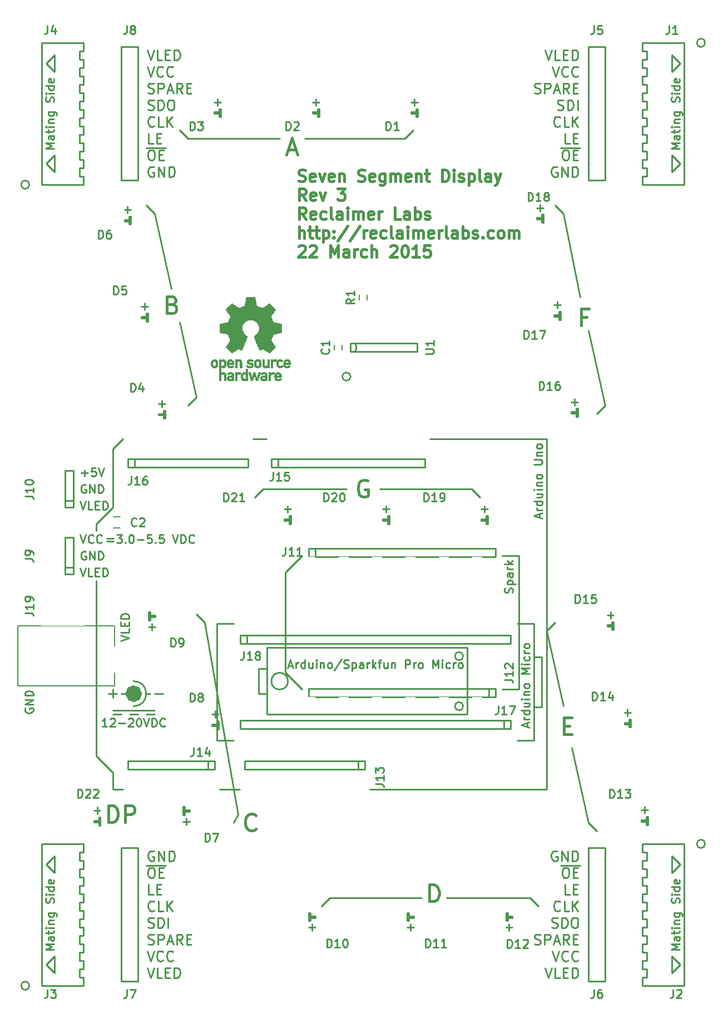
<source format=gto>
G04 #@! TF.FileFunction,Legend,Top*
%FSLAX45Y45*%
G04 Gerber Fmt 4.5, Leading zero omitted, Abs format (unit mm)*
G04 Created by KiCad (PCBNEW (2015-01-16 BZR 5376)-product) date 3/22/2015 17:44:56*
%MOMM*%
G01*
G04 APERTURE LIST*
%ADD10C,0.254000*%
%ADD11C,0.381000*%
%ADD12C,1.270000*%
%ADD13C,0.150000*%
%ADD14C,0.100000*%
%ADD15R,1.498600X2.260600*%
%ADD16R,1.555600X1.955600*%
%ADD17O,2.355600X3.355600*%
%ADD18R,1.498600X3.530600*%
%ADD19R,2.260600X1.371600*%
%ADD20R,1.879600X1.879600*%
%ADD21C,1.879600*%
%ADD22C,7.655600*%
%ADD23R,3.530600X1.498600*%
%ADD24R,1.105600X1.155600*%
%ADD25R,1.355600X1.605600*%
%ADD26R,0.863600X2.743200*%
%ADD27R,6.705600X4.165600*%
%ADD28R,4.419600X3.657600*%
G04 APERTURE END LIST*
D10*
X3746500Y5270500D02*
X3873500Y5270500D01*
X3746500Y4889500D02*
X3873500Y4889500D01*
X3746500Y5270500D02*
X3746500Y4889500D01*
X6858000Y4699000D02*
G75*
G03X6858000Y4699000I-63500J0D01*
G01*
X4191000Y5080000D02*
G75*
G03X4191000Y5080000I-127000J0D01*
G01*
X6858000Y5461000D02*
G75*
G03X6858000Y5461000I-63500J0D01*
G01*
X6921500Y5588000D02*
X3873500Y5588000D01*
X6921500Y4572000D02*
X6921500Y5588000D01*
X3873500Y4572000D02*
X6921500Y4572000D01*
X3873500Y5588000D02*
X3873500Y4572000D01*
X1436309Y7248071D02*
X1533071Y7248071D01*
X1533071Y7211786D02*
X1436309Y7211786D01*
X1581452Y7308548D02*
X1660071Y7308548D01*
X1617738Y7260167D01*
X1635881Y7260167D01*
X1647976Y7254119D01*
X1654024Y7248071D01*
X1660071Y7235976D01*
X1660071Y7205738D01*
X1654024Y7193643D01*
X1647976Y7187595D01*
X1635881Y7181548D01*
X1599595Y7181548D01*
X1587500Y7187595D01*
X1581452Y7193643D01*
X1714500Y7193643D02*
X1720548Y7187595D01*
X1714500Y7181548D01*
X1708452Y7187595D01*
X1714500Y7193643D01*
X1714500Y7181548D01*
X1799167Y7308548D02*
X1811262Y7308548D01*
X1823357Y7302500D01*
X1829405Y7296452D01*
X1835452Y7284357D01*
X1841500Y7260167D01*
X1841500Y7229929D01*
X1835452Y7205738D01*
X1829405Y7193643D01*
X1823357Y7187595D01*
X1811262Y7181548D01*
X1799167Y7181548D01*
X1787071Y7187595D01*
X1781024Y7193643D01*
X1774976Y7205738D01*
X1768929Y7229929D01*
X1768929Y7260167D01*
X1774976Y7284357D01*
X1781024Y7296452D01*
X1787071Y7302500D01*
X1799167Y7308548D01*
X1895929Y7229929D02*
X1992690Y7229929D01*
X2113643Y7308548D02*
X2053167Y7308548D01*
X2047119Y7248071D01*
X2053167Y7254119D01*
X2065262Y7260167D01*
X2095500Y7260167D01*
X2107595Y7254119D01*
X2113643Y7248071D01*
X2119691Y7235976D01*
X2119691Y7205738D01*
X2113643Y7193643D01*
X2107595Y7187595D01*
X2095500Y7181548D01*
X2065262Y7181548D01*
X2053167Y7187595D01*
X2047119Y7193643D01*
X2174119Y7193643D02*
X2180167Y7187595D01*
X2174119Y7181548D01*
X2168072Y7187595D01*
X2174119Y7193643D01*
X2174119Y7181548D01*
X2295072Y7308548D02*
X2234595Y7308548D01*
X2228548Y7248071D01*
X2234595Y7254119D01*
X2246691Y7260167D01*
X2276929Y7260167D01*
X2289024Y7254119D01*
X2295072Y7248071D01*
X2301119Y7235976D01*
X2301119Y7205738D01*
X2295072Y7193643D01*
X2289024Y7187595D01*
X2276929Y7181548D01*
X2246691Y7181548D01*
X2234595Y7187595D01*
X2228548Y7193643D01*
X2434167Y7308548D02*
X2476500Y7181548D01*
X2518833Y7308548D01*
X2561167Y7181548D02*
X2561167Y7308548D01*
X2591405Y7308548D01*
X2609548Y7302500D01*
X2621643Y7290405D01*
X2627691Y7278309D01*
X2633738Y7254119D01*
X2633738Y7235976D01*
X2627691Y7211786D01*
X2621643Y7199690D01*
X2609548Y7187595D01*
X2591405Y7181548D01*
X2561167Y7181548D01*
X2760738Y7193643D02*
X2754691Y7187595D01*
X2736548Y7181548D01*
X2724452Y7181548D01*
X2706310Y7187595D01*
X2694214Y7199690D01*
X2688167Y7211786D01*
X2682119Y7235976D01*
X2682119Y7254119D01*
X2688167Y7278309D01*
X2694214Y7290405D01*
X2706310Y7302500D01*
X2724452Y7308548D01*
X2736548Y7308548D01*
X2754691Y7302500D01*
X2760738Y7296452D01*
X4200071Y5312833D02*
X4260548Y5312833D01*
X4187976Y5276548D02*
X4230310Y5403548D01*
X4272643Y5276548D01*
X4314976Y5276548D02*
X4314976Y5361214D01*
X4314976Y5337024D02*
X4321024Y5349119D01*
X4327071Y5355167D01*
X4339167Y5361214D01*
X4351262Y5361214D01*
X4448024Y5276548D02*
X4448024Y5403548D01*
X4448024Y5282595D02*
X4435928Y5276548D01*
X4411738Y5276548D01*
X4399643Y5282595D01*
X4393595Y5288643D01*
X4387548Y5300738D01*
X4387548Y5337024D01*
X4393595Y5349119D01*
X4399643Y5355167D01*
X4411738Y5361214D01*
X4435928Y5361214D01*
X4448024Y5355167D01*
X4562929Y5361214D02*
X4562929Y5276548D01*
X4508500Y5361214D02*
X4508500Y5294691D01*
X4514548Y5282595D01*
X4526643Y5276548D01*
X4544786Y5276548D01*
X4556881Y5282595D01*
X4562929Y5288643D01*
X4623405Y5276548D02*
X4623405Y5361214D01*
X4623405Y5403548D02*
X4617357Y5397500D01*
X4623405Y5391452D01*
X4629452Y5397500D01*
X4623405Y5403548D01*
X4623405Y5391452D01*
X4683881Y5361214D02*
X4683881Y5276548D01*
X4683881Y5349119D02*
X4689929Y5355167D01*
X4702024Y5361214D01*
X4720167Y5361214D01*
X4732262Y5355167D01*
X4738310Y5343071D01*
X4738310Y5276548D01*
X4816929Y5276548D02*
X4804833Y5282595D01*
X4798786Y5288643D01*
X4792738Y5300738D01*
X4792738Y5337024D01*
X4798786Y5349119D01*
X4804833Y5355167D01*
X4816929Y5361214D01*
X4835071Y5361214D01*
X4847167Y5355167D01*
X4853214Y5349119D01*
X4859262Y5337024D01*
X4859262Y5300738D01*
X4853214Y5288643D01*
X4847167Y5282595D01*
X4835071Y5276548D01*
X4816929Y5276548D01*
X5004405Y5409595D02*
X4895548Y5246310D01*
X5040691Y5282595D02*
X5058833Y5276548D01*
X5089071Y5276548D01*
X5101167Y5282595D01*
X5107214Y5288643D01*
X5113262Y5300738D01*
X5113262Y5312833D01*
X5107214Y5324929D01*
X5101167Y5330976D01*
X5089071Y5337024D01*
X5064881Y5343071D01*
X5052786Y5349119D01*
X5046738Y5355167D01*
X5040691Y5367262D01*
X5040691Y5379357D01*
X5046738Y5391452D01*
X5052786Y5397500D01*
X5064881Y5403548D01*
X5095119Y5403548D01*
X5113262Y5397500D01*
X5167691Y5361214D02*
X5167691Y5234214D01*
X5167691Y5355167D02*
X5179786Y5361214D01*
X5203976Y5361214D01*
X5216071Y5355167D01*
X5222119Y5349119D01*
X5228167Y5337024D01*
X5228167Y5300738D01*
X5222119Y5288643D01*
X5216071Y5282595D01*
X5203976Y5276548D01*
X5179786Y5276548D01*
X5167691Y5282595D01*
X5337024Y5276548D02*
X5337024Y5343071D01*
X5330976Y5355167D01*
X5318881Y5361214D01*
X5294691Y5361214D01*
X5282595Y5355167D01*
X5337024Y5282595D02*
X5324929Y5276548D01*
X5294691Y5276548D01*
X5282595Y5282595D01*
X5276548Y5294691D01*
X5276548Y5306786D01*
X5282595Y5318881D01*
X5294691Y5324929D01*
X5324929Y5324929D01*
X5337024Y5330976D01*
X5397500Y5276548D02*
X5397500Y5361214D01*
X5397500Y5337024D02*
X5403548Y5349119D01*
X5409595Y5355167D01*
X5421691Y5361214D01*
X5433786Y5361214D01*
X5476119Y5276548D02*
X5476119Y5403548D01*
X5488214Y5324929D02*
X5524500Y5276548D01*
X5524500Y5361214D02*
X5476119Y5312833D01*
X5560786Y5361214D02*
X5609167Y5361214D01*
X5578929Y5276548D02*
X5578929Y5385405D01*
X5584976Y5397500D01*
X5597071Y5403548D01*
X5609167Y5403548D01*
X5705929Y5361214D02*
X5705929Y5276548D01*
X5651500Y5361214D02*
X5651500Y5294691D01*
X5657548Y5282595D01*
X5669643Y5276548D01*
X5687786Y5276548D01*
X5699881Y5282595D01*
X5705929Y5288643D01*
X5766405Y5361214D02*
X5766405Y5276548D01*
X5766405Y5349119D02*
X5772452Y5355167D01*
X5784548Y5361214D01*
X5802690Y5361214D01*
X5814786Y5355167D01*
X5820833Y5343071D01*
X5820833Y5276548D01*
X5978071Y5276548D02*
X5978071Y5403548D01*
X6026452Y5403548D01*
X6038548Y5397500D01*
X6044595Y5391452D01*
X6050643Y5379357D01*
X6050643Y5361214D01*
X6044595Y5349119D01*
X6038548Y5343071D01*
X6026452Y5337024D01*
X5978071Y5337024D01*
X6105071Y5276548D02*
X6105071Y5361214D01*
X6105071Y5337024D02*
X6111119Y5349119D01*
X6117167Y5355167D01*
X6129262Y5361214D01*
X6141357Y5361214D01*
X6201833Y5276548D02*
X6189738Y5282595D01*
X6183690Y5288643D01*
X6177643Y5300738D01*
X6177643Y5337024D01*
X6183690Y5349119D01*
X6189738Y5355167D01*
X6201833Y5361214D01*
X6219976Y5361214D01*
X6232071Y5355167D01*
X6238119Y5349119D01*
X6244167Y5337024D01*
X6244167Y5300738D01*
X6238119Y5288643D01*
X6232071Y5282595D01*
X6219976Y5276548D01*
X6201833Y5276548D01*
X6395357Y5276548D02*
X6395357Y5403548D01*
X6437690Y5312833D01*
X6480024Y5403548D01*
X6480024Y5276548D01*
X6540500Y5276548D02*
X6540500Y5361214D01*
X6540500Y5403548D02*
X6534452Y5397500D01*
X6540500Y5391452D01*
X6546548Y5397500D01*
X6540500Y5403548D01*
X6540500Y5391452D01*
X6655405Y5282595D02*
X6643310Y5276548D01*
X6619119Y5276548D01*
X6607024Y5282595D01*
X6600976Y5288643D01*
X6594929Y5300738D01*
X6594929Y5337024D01*
X6600976Y5349119D01*
X6607024Y5355167D01*
X6619119Y5361214D01*
X6643310Y5361214D01*
X6655405Y5355167D01*
X6709833Y5276548D02*
X6709833Y5361214D01*
X6709833Y5337024D02*
X6715881Y5349119D01*
X6721929Y5355167D01*
X6734024Y5361214D01*
X6746119Y5361214D01*
X6806595Y5276548D02*
X6794500Y5282595D01*
X6788452Y5288643D01*
X6782405Y5300738D01*
X6782405Y5337024D01*
X6788452Y5349119D01*
X6794500Y5355167D01*
X6806595Y5361214D01*
X6824738Y5361214D01*
X6836833Y5355167D01*
X6842881Y5349119D01*
X6848929Y5337024D01*
X6848929Y5300738D01*
X6842881Y5288643D01*
X6836833Y5282595D01*
X6824738Y5276548D01*
X6806595Y5276548D01*
X7831667Y4384524D02*
X7831667Y4445000D01*
X7867952Y4372429D02*
X7740952Y4414762D01*
X7867952Y4457095D01*
X7867952Y4499429D02*
X7783286Y4499429D01*
X7807476Y4499429D02*
X7795381Y4505476D01*
X7789333Y4511524D01*
X7783286Y4523619D01*
X7783286Y4535714D01*
X7867952Y4632476D02*
X7740952Y4632476D01*
X7861905Y4632476D02*
X7867952Y4620381D01*
X7867952Y4596190D01*
X7861905Y4584095D01*
X7855857Y4578048D01*
X7843762Y4572000D01*
X7807476Y4572000D01*
X7795381Y4578048D01*
X7789333Y4584095D01*
X7783286Y4596190D01*
X7783286Y4620381D01*
X7789333Y4632476D01*
X7783286Y4747381D02*
X7867952Y4747381D01*
X7783286Y4692952D02*
X7849809Y4692952D01*
X7861905Y4699000D01*
X7867952Y4711095D01*
X7867952Y4729238D01*
X7861905Y4741333D01*
X7855857Y4747381D01*
X7867952Y4807857D02*
X7783286Y4807857D01*
X7740952Y4807857D02*
X7747000Y4801810D01*
X7753048Y4807857D01*
X7747000Y4813905D01*
X7740952Y4807857D01*
X7753048Y4807857D01*
X7783286Y4868333D02*
X7867952Y4868333D01*
X7795381Y4868333D02*
X7789333Y4874381D01*
X7783286Y4886476D01*
X7783286Y4904619D01*
X7789333Y4916714D01*
X7801429Y4922762D01*
X7867952Y4922762D01*
X7867952Y5001381D02*
X7861905Y4989286D01*
X7855857Y4983238D01*
X7843762Y4977191D01*
X7807476Y4977191D01*
X7795381Y4983238D01*
X7789333Y4989286D01*
X7783286Y5001381D01*
X7783286Y5019524D01*
X7789333Y5031619D01*
X7795381Y5037667D01*
X7807476Y5043714D01*
X7843762Y5043714D01*
X7855857Y5037667D01*
X7861905Y5031619D01*
X7867952Y5019524D01*
X7867952Y5001381D01*
X7867952Y5194905D02*
X7740952Y5194905D01*
X7831667Y5237238D01*
X7740952Y5279572D01*
X7867952Y5279572D01*
X7867952Y5340048D02*
X7783286Y5340048D01*
X7740952Y5340048D02*
X7747000Y5334000D01*
X7753048Y5340048D01*
X7747000Y5346095D01*
X7740952Y5340048D01*
X7753048Y5340048D01*
X7861905Y5454953D02*
X7867952Y5442857D01*
X7867952Y5418667D01*
X7861905Y5406572D01*
X7855857Y5400524D01*
X7843762Y5394476D01*
X7807476Y5394476D01*
X7795381Y5400524D01*
X7789333Y5406572D01*
X7783286Y5418667D01*
X7783286Y5442857D01*
X7789333Y5454953D01*
X7867952Y5509381D02*
X7783286Y5509381D01*
X7807476Y5509381D02*
X7795381Y5515429D01*
X7789333Y5521476D01*
X7783286Y5533572D01*
X7783286Y5545667D01*
X7867952Y5606143D02*
X7861905Y5594048D01*
X7855857Y5588000D01*
X7843762Y5581952D01*
X7807476Y5581952D01*
X7795381Y5588000D01*
X7789333Y5594048D01*
X7783286Y5606143D01*
X7783286Y5624286D01*
X7789333Y5636381D01*
X7795381Y5642429D01*
X7807476Y5648476D01*
X7843762Y5648476D01*
X7855857Y5642429D01*
X7861905Y5636381D01*
X7867952Y5624286D01*
X7867952Y5606143D01*
X8022167Y7568595D02*
X8022167Y7629071D01*
X8058452Y7556500D02*
X7931452Y7598833D01*
X8058452Y7641167D01*
X8058452Y7683500D02*
X7973786Y7683500D01*
X7997976Y7683500D02*
X7985881Y7689547D01*
X7979833Y7695595D01*
X7973786Y7707690D01*
X7973786Y7719786D01*
X8058452Y7816547D02*
X7931452Y7816547D01*
X8052405Y7816547D02*
X8058452Y7804452D01*
X8058452Y7780262D01*
X8052405Y7768166D01*
X8046357Y7762119D01*
X8034262Y7756071D01*
X7997976Y7756071D01*
X7985881Y7762119D01*
X7979833Y7768166D01*
X7973786Y7780262D01*
X7973786Y7804452D01*
X7979833Y7816547D01*
X7973786Y7931452D02*
X8058452Y7931452D01*
X7973786Y7877024D02*
X8040309Y7877024D01*
X8052405Y7883071D01*
X8058452Y7895167D01*
X8058452Y7913309D01*
X8052405Y7925405D01*
X8046357Y7931452D01*
X8058452Y7991928D02*
X7973786Y7991928D01*
X7931452Y7991928D02*
X7937500Y7985881D01*
X7943548Y7991928D01*
X7937500Y7997976D01*
X7931452Y7991928D01*
X7943548Y7991928D01*
X7973786Y8052405D02*
X8058452Y8052405D01*
X7985881Y8052405D02*
X7979833Y8058452D01*
X7973786Y8070548D01*
X7973786Y8088690D01*
X7979833Y8100786D01*
X7991929Y8106833D01*
X8058452Y8106833D01*
X8058452Y8185452D02*
X8052405Y8173357D01*
X8046357Y8167309D01*
X8034262Y8161262D01*
X7997976Y8161262D01*
X7985881Y8167309D01*
X7979833Y8173357D01*
X7973786Y8185452D01*
X7973786Y8203595D01*
X7979833Y8215690D01*
X7985881Y8221738D01*
X7997976Y8227786D01*
X8034262Y8227786D01*
X8046357Y8221738D01*
X8052405Y8215690D01*
X8058452Y8203595D01*
X8058452Y8185452D01*
X7931452Y8378976D02*
X8034262Y8378976D01*
X8046357Y8385024D01*
X8052405Y8391071D01*
X8058452Y8403167D01*
X8058452Y8427357D01*
X8052405Y8439452D01*
X8046357Y8445500D01*
X8034262Y8451548D01*
X7931452Y8451548D01*
X7973786Y8512024D02*
X8058452Y8512024D01*
X7985881Y8512024D02*
X7979833Y8518071D01*
X7973786Y8530167D01*
X7973786Y8548310D01*
X7979833Y8560405D01*
X7991929Y8566452D01*
X8058452Y8566452D01*
X8058452Y8645072D02*
X8052405Y8632976D01*
X8046357Y8626929D01*
X8034262Y8620881D01*
X7997976Y8620881D01*
X7985881Y8626929D01*
X7979833Y8632976D01*
X7973786Y8645072D01*
X7973786Y8663214D01*
X7979833Y8675310D01*
X7985881Y8681357D01*
X7997976Y8687405D01*
X8034262Y8687405D01*
X8046357Y8681357D01*
X8052405Y8675310D01*
X8058452Y8663214D01*
X8058452Y8645072D01*
X7607905Y6425595D02*
X7613952Y6443738D01*
X7613952Y6473976D01*
X7607905Y6486071D01*
X7601857Y6492119D01*
X7589762Y6498167D01*
X7577667Y6498167D01*
X7565571Y6492119D01*
X7559524Y6486071D01*
X7553476Y6473976D01*
X7547429Y6449786D01*
X7541381Y6437690D01*
X7535333Y6431643D01*
X7523238Y6425595D01*
X7511143Y6425595D01*
X7499048Y6431643D01*
X7493000Y6437690D01*
X7486952Y6449786D01*
X7486952Y6480024D01*
X7493000Y6498167D01*
X7529286Y6552595D02*
X7656286Y6552595D01*
X7535333Y6552595D02*
X7529286Y6564690D01*
X7529286Y6588881D01*
X7535333Y6600976D01*
X7541381Y6607024D01*
X7553476Y6613071D01*
X7589762Y6613071D01*
X7601857Y6607024D01*
X7607905Y6600976D01*
X7613952Y6588881D01*
X7613952Y6564690D01*
X7607905Y6552595D01*
X7613952Y6721929D02*
X7547429Y6721929D01*
X7535333Y6715881D01*
X7529286Y6703786D01*
X7529286Y6679595D01*
X7535333Y6667500D01*
X7607905Y6721929D02*
X7613952Y6709833D01*
X7613952Y6679595D01*
X7607905Y6667500D01*
X7595809Y6661452D01*
X7583714Y6661452D01*
X7571619Y6667500D01*
X7565571Y6679595D01*
X7565571Y6709833D01*
X7559524Y6721929D01*
X7613952Y6782405D02*
X7529286Y6782405D01*
X7553476Y6782405D02*
X7541381Y6788452D01*
X7535333Y6794500D01*
X7529286Y6806595D01*
X7529286Y6818691D01*
X7613952Y6861024D02*
X7486952Y6861024D01*
X7565571Y6873119D02*
X7613952Y6909405D01*
X7529286Y6909405D02*
X7577667Y6861024D01*
X3365500Y2921000D02*
X3429000Y3048000D01*
D11*
X3698119Y2830286D02*
X3686024Y2818190D01*
X3649738Y2806095D01*
X3625548Y2806095D01*
X3589262Y2818190D01*
X3565071Y2842381D01*
X3552976Y2866571D01*
X3540881Y2914952D01*
X3540881Y2951238D01*
X3552976Y2999619D01*
X3565071Y3023809D01*
X3589262Y3048000D01*
X3625548Y3060095D01*
X3649738Y3060095D01*
X3686024Y3048000D01*
X3698119Y3035905D01*
D10*
X3429000Y3048000D02*
X2921000Y5969000D01*
X1270000Y3937000D02*
X1270000Y6604000D01*
X1270000Y7467600D02*
X1270000Y7366000D01*
X1436309Y4387548D02*
X1363738Y4387548D01*
X1400024Y4387548D02*
X1400024Y4514548D01*
X1387929Y4496405D01*
X1375833Y4484310D01*
X1363738Y4478262D01*
X1484690Y4502452D02*
X1490738Y4508500D01*
X1502833Y4514548D01*
X1533071Y4514548D01*
X1545167Y4508500D01*
X1551214Y4502452D01*
X1557262Y4490357D01*
X1557262Y4478262D01*
X1551214Y4460119D01*
X1478643Y4387548D01*
X1557262Y4387548D01*
X1611690Y4435929D02*
X1708452Y4435929D01*
X1762881Y4502452D02*
X1768929Y4508500D01*
X1781024Y4514548D01*
X1811262Y4514548D01*
X1823357Y4508500D01*
X1829405Y4502452D01*
X1835452Y4490357D01*
X1835452Y4478262D01*
X1829405Y4460119D01*
X1756833Y4387548D01*
X1835452Y4387548D01*
X1914071Y4514548D02*
X1926167Y4514548D01*
X1938262Y4508500D01*
X1944310Y4502452D01*
X1950357Y4490357D01*
X1956405Y4466167D01*
X1956405Y4435929D01*
X1950357Y4411738D01*
X1944310Y4399643D01*
X1938262Y4393595D01*
X1926167Y4387548D01*
X1914071Y4387548D01*
X1901976Y4393595D01*
X1895929Y4399643D01*
X1889881Y4411738D01*
X1883833Y4435929D01*
X1883833Y4466167D01*
X1889881Y4490357D01*
X1895929Y4502452D01*
X1901976Y4508500D01*
X1914071Y4514548D01*
X1992690Y4514548D02*
X2035024Y4387548D01*
X2077357Y4514548D01*
X2119691Y4387548D02*
X2119691Y4514548D01*
X2149929Y4514548D01*
X2168071Y4508500D01*
X2180167Y4496405D01*
X2186214Y4484310D01*
X2192262Y4460119D01*
X2192262Y4441976D01*
X2186214Y4417786D01*
X2180167Y4405691D01*
X2168071Y4393595D01*
X2149929Y4387548D01*
X2119691Y4387548D01*
X2319262Y4399643D02*
X2313214Y4393595D01*
X2295071Y4387548D01*
X2282976Y4387548D01*
X2264833Y4393595D01*
X2252738Y4405691D01*
X2246691Y4417786D01*
X2240643Y4441976D01*
X2240643Y4460119D01*
X2246691Y4484310D01*
X2252738Y4496405D01*
X2264833Y4508500D01*
X2282976Y4514548D01*
X2295071Y4514548D01*
X2313214Y4508500D01*
X2319262Y4502452D01*
X1524000Y4635500D02*
X2159000Y4635500D01*
X2032000Y4572000D02*
X2159000Y4572000D01*
X1778000Y4572000D02*
X1905000Y4572000D01*
X1524000Y4572000D02*
X1651000Y4572000D01*
X1524000Y4826000D02*
X1524000Y4953000D01*
X1587500Y4889500D02*
X1460500Y4889500D01*
X1841500Y4889500D02*
X1651000Y4889500D01*
X2159000Y4889500D02*
X2286000Y4889500D01*
X2032000Y4889500D02*
X2095500Y4889500D01*
X1841500Y4699000D02*
G75*
G03X1841500Y5080000I0J190500D01*
G01*
D12*
X1905000Y4889500D02*
G75*
G03X1905000Y4889500I-63500J0D01*
G01*
D10*
X1644952Y5690809D02*
X1771952Y5733143D01*
X1644952Y5775476D01*
X1771952Y5878286D02*
X1771952Y5817809D01*
X1644952Y5817809D01*
X1705429Y5920619D02*
X1705429Y5962952D01*
X1771952Y5981095D02*
X1771952Y5920619D01*
X1644952Y5920619D01*
X1644952Y5981095D01*
X1771952Y6035524D02*
X1644952Y6035524D01*
X1644952Y6065762D01*
X1651000Y6083905D01*
X1663095Y6096000D01*
X1675190Y6102048D01*
X1699381Y6108095D01*
X1717524Y6108095D01*
X1741714Y6102048D01*
X1753809Y6096000D01*
X1765905Y6083905D01*
X1771952Y6065762D01*
X1771952Y6035524D01*
X190500Y4665738D02*
X184452Y4653643D01*
X184452Y4635500D01*
X190500Y4617357D01*
X202595Y4605262D01*
X214690Y4599214D01*
X238881Y4593167D01*
X257024Y4593167D01*
X281214Y4599214D01*
X293310Y4605262D01*
X305405Y4617357D01*
X311452Y4635500D01*
X311452Y4647595D01*
X305405Y4665738D01*
X299357Y4671786D01*
X257024Y4671786D01*
X257024Y4647595D01*
X311452Y4726214D02*
X184452Y4726214D01*
X311452Y4798786D01*
X184452Y4798786D01*
X311452Y4859262D02*
X184452Y4859262D01*
X184452Y4889500D01*
X190500Y4907643D01*
X202595Y4919738D01*
X214690Y4925786D01*
X238881Y4931833D01*
X257024Y4931833D01*
X281214Y4925786D01*
X293310Y4919738D01*
X305405Y4907643D01*
X311452Y4889500D01*
X311452Y4859262D01*
X1028095Y6800548D02*
X1070429Y6673548D01*
X1112762Y6800548D01*
X1215571Y6673548D02*
X1155095Y6673548D01*
X1155095Y6800548D01*
X1257905Y6740071D02*
X1300238Y6740071D01*
X1318381Y6673548D02*
X1257905Y6673548D01*
X1257905Y6800548D01*
X1318381Y6800548D01*
X1372810Y6673548D02*
X1372810Y6800548D01*
X1403048Y6800548D01*
X1421190Y6794500D01*
X1433286Y6782405D01*
X1439333Y6770309D01*
X1445381Y6746119D01*
X1445381Y6727976D01*
X1439333Y6703786D01*
X1433286Y6691690D01*
X1421190Y6679595D01*
X1403048Y6673548D01*
X1372810Y6673548D01*
X1112762Y7048500D02*
X1100667Y7054548D01*
X1082524Y7054548D01*
X1064381Y7048500D01*
X1052286Y7036405D01*
X1046238Y7024309D01*
X1040190Y7000119D01*
X1040190Y6981976D01*
X1046238Y6957786D01*
X1052286Y6945690D01*
X1064381Y6933595D01*
X1082524Y6927548D01*
X1094619Y6927548D01*
X1112762Y6933595D01*
X1118810Y6939643D01*
X1118810Y6981976D01*
X1094619Y6981976D01*
X1173238Y6927548D02*
X1173238Y7054548D01*
X1245810Y6927548D01*
X1245810Y7054548D01*
X1306286Y6927548D02*
X1306286Y7054548D01*
X1336524Y7054548D01*
X1354667Y7048500D01*
X1366762Y7036405D01*
X1372810Y7024309D01*
X1378857Y7000119D01*
X1378857Y6981976D01*
X1372810Y6957786D01*
X1366762Y6945690D01*
X1354667Y6933595D01*
X1336524Y6927548D01*
X1306286Y6927548D01*
X1028095Y7308548D02*
X1070429Y7181548D01*
X1112762Y7308548D01*
X1227667Y7193643D02*
X1221619Y7187595D01*
X1203476Y7181548D01*
X1191381Y7181548D01*
X1173238Y7187595D01*
X1161143Y7199690D01*
X1155095Y7211786D01*
X1149048Y7235976D01*
X1149048Y7254119D01*
X1155095Y7278309D01*
X1161143Y7290405D01*
X1173238Y7302500D01*
X1191381Y7308548D01*
X1203476Y7308548D01*
X1221619Y7302500D01*
X1227667Y7296452D01*
X1354667Y7193643D02*
X1348619Y7187595D01*
X1330476Y7181548D01*
X1318381Y7181548D01*
X1300238Y7187595D01*
X1288143Y7199690D01*
X1282095Y7211786D01*
X1276048Y7235976D01*
X1276048Y7254119D01*
X1282095Y7278309D01*
X1288143Y7290405D01*
X1300238Y7302500D01*
X1318381Y7308548D01*
X1330476Y7308548D01*
X1348619Y7302500D01*
X1354667Y7296452D01*
X1028095Y7816548D02*
X1070429Y7689548D01*
X1112762Y7816548D01*
X1215571Y7689548D02*
X1155095Y7689548D01*
X1155095Y7816548D01*
X1257905Y7756071D02*
X1300238Y7756071D01*
X1318381Y7689548D02*
X1257905Y7689548D01*
X1257905Y7816548D01*
X1318381Y7816548D01*
X1372810Y7689548D02*
X1372810Y7816548D01*
X1403048Y7816548D01*
X1421190Y7810500D01*
X1433286Y7798405D01*
X1439333Y7786309D01*
X1445381Y7762119D01*
X1445381Y7743976D01*
X1439333Y7719786D01*
X1433286Y7707690D01*
X1421190Y7695595D01*
X1403048Y7689548D01*
X1372810Y7689548D01*
X1112762Y8064500D02*
X1100667Y8070548D01*
X1082524Y8070548D01*
X1064381Y8064500D01*
X1052286Y8052405D01*
X1046238Y8040309D01*
X1040190Y8016119D01*
X1040190Y7997976D01*
X1046238Y7973786D01*
X1052286Y7961690D01*
X1064381Y7949595D01*
X1082524Y7943548D01*
X1094619Y7943548D01*
X1112762Y7949595D01*
X1118810Y7955643D01*
X1118810Y7997976D01*
X1094619Y7997976D01*
X1173238Y7943548D02*
X1173238Y8070548D01*
X1245810Y7943548D01*
X1245810Y8070548D01*
X1306286Y7943548D02*
X1306286Y8070548D01*
X1336524Y8070548D01*
X1354667Y8064500D01*
X1366762Y8052405D01*
X1372810Y8040309D01*
X1378857Y8016119D01*
X1378857Y7997976D01*
X1372810Y7973786D01*
X1366762Y7961690D01*
X1354667Y7949595D01*
X1336524Y7943548D01*
X1306286Y7943548D01*
X1046238Y8245929D02*
X1143000Y8245929D01*
X1094619Y8197548D02*
X1094619Y8294309D01*
X1263952Y8324548D02*
X1203476Y8324548D01*
X1197429Y8264071D01*
X1203476Y8270119D01*
X1215571Y8276167D01*
X1245810Y8276167D01*
X1257905Y8270119D01*
X1263952Y8264071D01*
X1270000Y8251976D01*
X1270000Y8221738D01*
X1263952Y8209643D01*
X1257905Y8203595D01*
X1245810Y8197548D01*
X1215571Y8197548D01*
X1203476Y8203595D01*
X1197429Y8209643D01*
X1306286Y8324548D02*
X1348619Y8197548D01*
X1390952Y8324548D01*
X8051800Y5448300D02*
X7937500Y5448300D01*
X8051800Y4686300D02*
X8051800Y5448300D01*
X7937500Y4686300D02*
X8051800Y4686300D01*
X7937500Y5956300D02*
X7683500Y5956300D01*
X7937500Y4178300D02*
X7937500Y5956300D01*
X7683500Y4178300D02*
X7937500Y4178300D01*
X3111500Y5956300D02*
X3365500Y5956300D01*
X3111500Y4178300D02*
X3111500Y5956300D01*
X3365500Y4178300D02*
X3111500Y4178300D01*
X4152900Y5207000D02*
X4152900Y6731000D01*
X7708900Y4953000D02*
X7454900Y4953000D01*
X7708900Y6985000D02*
X7708900Y4953000D01*
X7454900Y6985000D02*
X7708900Y6985000D01*
X4152900Y5207000D02*
X4406900Y4953000D01*
X4406900Y6985000D02*
X4152900Y6731000D01*
X1524000Y8610600D02*
X1676400Y8763000D01*
X1524000Y7721600D02*
X1524000Y8610600D01*
X1270000Y7467600D02*
X1524000Y7721600D01*
X1524000Y3683000D02*
X1270000Y3937000D01*
X1524000Y3429000D02*
X1524000Y3683000D01*
X8128000Y8763000D02*
X8128000Y3429000D01*
X6350000Y8763000D02*
X8128000Y8763000D01*
X3657600Y8763000D02*
X3860800Y8763000D01*
X1676400Y3429000D02*
X1524000Y3429000D01*
X5435600Y3429000D02*
X8128000Y3429000D01*
X3149600Y3429000D02*
X3454400Y3429000D01*
X2921000Y5969000D02*
X2794000Y6096000D01*
X7874000Y1778000D02*
X8001000Y1651000D01*
X6604000Y1778000D02*
X7874000Y1778000D01*
X4826000Y1778000D02*
X6223000Y1778000D01*
X4699000Y1651000D02*
X4826000Y1778000D01*
X8106229Y14688457D02*
X8157029Y14536057D01*
X8207829Y14688457D01*
X8331200Y14536057D02*
X8258629Y14536057D01*
X8258629Y14688457D01*
X8382000Y14615886D02*
X8432800Y14615886D01*
X8454571Y14536057D02*
X8382000Y14536057D01*
X8382000Y14688457D01*
X8454571Y14688457D01*
X8519886Y14536057D02*
X8519886Y14688457D01*
X8556171Y14688457D01*
X8577943Y14681200D01*
X8592457Y14666686D01*
X8599714Y14652171D01*
X8606971Y14623143D01*
X8606971Y14601371D01*
X8599714Y14572343D01*
X8592457Y14557829D01*
X8577943Y14543314D01*
X8556171Y14536057D01*
X8519886Y14536057D01*
X8215086Y14434457D02*
X8265886Y14282057D01*
X8316686Y14434457D01*
X8454571Y14296571D02*
X8447314Y14289314D01*
X8425543Y14282057D01*
X8411029Y14282057D01*
X8389257Y14289314D01*
X8374743Y14303829D01*
X8367486Y14318343D01*
X8360229Y14347371D01*
X8360229Y14369143D01*
X8367486Y14398171D01*
X8374743Y14412686D01*
X8389257Y14427200D01*
X8411029Y14434457D01*
X8425543Y14434457D01*
X8447314Y14427200D01*
X8454571Y14419943D01*
X8606971Y14296571D02*
X8599714Y14289314D01*
X8577943Y14282057D01*
X8563429Y14282057D01*
X8541657Y14289314D01*
X8527143Y14303829D01*
X8519886Y14318343D01*
X8512629Y14347371D01*
X8512629Y14369143D01*
X8519886Y14398171D01*
X8527143Y14412686D01*
X8541657Y14427200D01*
X8563429Y14434457D01*
X8577943Y14434457D01*
X8599714Y14427200D01*
X8606971Y14419943D01*
X7946571Y14035314D02*
X7968343Y14028057D01*
X8004628Y14028057D01*
X8019143Y14035314D01*
X8026400Y14042571D01*
X8033657Y14057086D01*
X8033657Y14071600D01*
X8026400Y14086114D01*
X8019143Y14093371D01*
X8004628Y14100629D01*
X7975600Y14107886D01*
X7961086Y14115143D01*
X7953828Y14122400D01*
X7946571Y14136914D01*
X7946571Y14151429D01*
X7953828Y14165943D01*
X7961086Y14173200D01*
X7975600Y14180457D01*
X8011886Y14180457D01*
X8033657Y14173200D01*
X8098971Y14028057D02*
X8098971Y14180457D01*
X8157029Y14180457D01*
X8171543Y14173200D01*
X8178800Y14165943D01*
X8186057Y14151429D01*
X8186057Y14129657D01*
X8178800Y14115143D01*
X8171543Y14107886D01*
X8157029Y14100629D01*
X8098971Y14100629D01*
X8244114Y14071600D02*
X8316686Y14071600D01*
X8229600Y14028057D02*
X8280400Y14180457D01*
X8331200Y14028057D01*
X8469086Y14028057D02*
X8418286Y14100629D01*
X8382000Y14028057D02*
X8382000Y14180457D01*
X8440057Y14180457D01*
X8454571Y14173200D01*
X8461829Y14165943D01*
X8469086Y14151429D01*
X8469086Y14129657D01*
X8461829Y14115143D01*
X8454571Y14107886D01*
X8440057Y14100629D01*
X8382000Y14100629D01*
X8534400Y14107886D02*
X8585200Y14107886D01*
X8606971Y14028057D02*
X8534400Y14028057D01*
X8534400Y14180457D01*
X8606971Y14180457D01*
X8294914Y13781314D02*
X8316686Y13774057D01*
X8352971Y13774057D01*
X8367486Y13781314D01*
X8374743Y13788571D01*
X8382000Y13803086D01*
X8382000Y13817600D01*
X8374743Y13832114D01*
X8367486Y13839371D01*
X8352971Y13846629D01*
X8323943Y13853886D01*
X8309429Y13861143D01*
X8302171Y13868400D01*
X8294914Y13882914D01*
X8294914Y13897429D01*
X8302171Y13911943D01*
X8309429Y13919200D01*
X8323943Y13926457D01*
X8360229Y13926457D01*
X8382000Y13919200D01*
X8447314Y13774057D02*
X8447314Y13926457D01*
X8483600Y13926457D01*
X8505372Y13919200D01*
X8519886Y13904686D01*
X8527143Y13890171D01*
X8534400Y13861143D01*
X8534400Y13839371D01*
X8527143Y13810343D01*
X8519886Y13795829D01*
X8505372Y13781314D01*
X8483600Y13774057D01*
X8447314Y13774057D01*
X8599714Y13774057D02*
X8599714Y13926457D01*
X8331200Y13534571D02*
X8323943Y13527314D01*
X8302171Y13520057D01*
X8287657Y13520057D01*
X8265886Y13527314D01*
X8251371Y13541829D01*
X8244114Y13556343D01*
X8236857Y13585371D01*
X8236857Y13607143D01*
X8244114Y13636171D01*
X8251371Y13650686D01*
X8265886Y13665200D01*
X8287657Y13672457D01*
X8302171Y13672457D01*
X8323943Y13665200D01*
X8331200Y13657943D01*
X8469086Y13520057D02*
X8396514Y13520057D01*
X8396514Y13672457D01*
X8519886Y13520057D02*
X8519886Y13672457D01*
X8606971Y13520057D02*
X8541657Y13607143D01*
X8606971Y13672457D02*
X8519886Y13585371D01*
X8483600Y13266057D02*
X8411029Y13266057D01*
X8411029Y13418457D01*
X8534400Y13345886D02*
X8585200Y13345886D01*
X8606971Y13266057D02*
X8534400Y13266057D01*
X8534400Y13418457D01*
X8606971Y13418457D01*
X8403772Y13164457D02*
X8432800Y13164457D01*
X8447314Y13157200D01*
X8461829Y13142686D01*
X8469086Y13113657D01*
X8469086Y13062857D01*
X8461829Y13033829D01*
X8447314Y13019314D01*
X8432800Y13012057D01*
X8403772Y13012057D01*
X8389257Y13019314D01*
X8374743Y13033829D01*
X8367486Y13062857D01*
X8367486Y13113657D01*
X8374743Y13142686D01*
X8389257Y13157200D01*
X8403772Y13164457D01*
X8534400Y13091886D02*
X8585200Y13091886D01*
X8606971Y13012057D02*
X8534400Y13012057D01*
X8534400Y13164457D01*
X8606971Y13164457D01*
X8338457Y13190728D02*
X8636000Y13190728D01*
X8287657Y12903200D02*
X8273143Y12910457D01*
X8251371Y12910457D01*
X8229600Y12903200D01*
X8215086Y12888686D01*
X8207829Y12874171D01*
X8200571Y12845143D01*
X8200571Y12823371D01*
X8207829Y12794343D01*
X8215086Y12779829D01*
X8229600Y12765314D01*
X8251371Y12758057D01*
X8265886Y12758057D01*
X8287657Y12765314D01*
X8294914Y12772571D01*
X8294914Y12823371D01*
X8265886Y12823371D01*
X8360229Y12758057D02*
X8360229Y12910457D01*
X8447314Y12758057D01*
X8447314Y12910457D01*
X8519886Y12758057D02*
X8519886Y12910457D01*
X8556171Y12910457D01*
X8577943Y12903200D01*
X8592457Y12888686D01*
X8599714Y12874171D01*
X8606971Y12845143D01*
X8606971Y12823371D01*
X8599714Y12794343D01*
X8592457Y12779829D01*
X8577943Y12765314D01*
X8556171Y12758057D01*
X8519886Y12758057D01*
X8287657Y2489200D02*
X8273143Y2496457D01*
X8251371Y2496457D01*
X8229600Y2489200D01*
X8215086Y2474686D01*
X8207829Y2460171D01*
X8200571Y2431143D01*
X8200571Y2409371D01*
X8207829Y2380343D01*
X8215086Y2365829D01*
X8229600Y2351314D01*
X8251371Y2344057D01*
X8265886Y2344057D01*
X8287657Y2351314D01*
X8294914Y2358571D01*
X8294914Y2409371D01*
X8265886Y2409371D01*
X8360229Y2344057D02*
X8360229Y2496457D01*
X8447314Y2344057D01*
X8447314Y2496457D01*
X8519886Y2344057D02*
X8519886Y2496457D01*
X8556171Y2496457D01*
X8577943Y2489200D01*
X8592457Y2474686D01*
X8599714Y2460171D01*
X8606971Y2431143D01*
X8606971Y2409371D01*
X8599714Y2380343D01*
X8592457Y2365829D01*
X8577943Y2351314D01*
X8556171Y2344057D01*
X8519886Y2344057D01*
X8403772Y2242457D02*
X8432800Y2242457D01*
X8447314Y2235200D01*
X8461829Y2220686D01*
X8469086Y2191657D01*
X8469086Y2140857D01*
X8461829Y2111829D01*
X8447314Y2097314D01*
X8432800Y2090057D01*
X8403772Y2090057D01*
X8389257Y2097314D01*
X8374743Y2111829D01*
X8367486Y2140857D01*
X8367486Y2191657D01*
X8374743Y2220686D01*
X8389257Y2235200D01*
X8403772Y2242457D01*
X8534400Y2169886D02*
X8585200Y2169886D01*
X8606971Y2090057D02*
X8534400Y2090057D01*
X8534400Y2242457D01*
X8606971Y2242457D01*
X8338457Y2268728D02*
X8636000Y2268728D01*
X8483600Y1836057D02*
X8411029Y1836057D01*
X8411029Y1988457D01*
X8534400Y1915886D02*
X8585200Y1915886D01*
X8606971Y1836057D02*
X8534400Y1836057D01*
X8534400Y1988457D01*
X8606971Y1988457D01*
X8331200Y1596571D02*
X8323943Y1589314D01*
X8302171Y1582057D01*
X8287657Y1582057D01*
X8265886Y1589314D01*
X8251371Y1603829D01*
X8244114Y1618343D01*
X8236857Y1647371D01*
X8236857Y1669143D01*
X8244114Y1698171D01*
X8251371Y1712686D01*
X8265886Y1727200D01*
X8287657Y1734457D01*
X8302171Y1734457D01*
X8323943Y1727200D01*
X8331200Y1719943D01*
X8469086Y1582057D02*
X8396514Y1582057D01*
X8396514Y1734457D01*
X8519886Y1582057D02*
X8519886Y1734457D01*
X8606971Y1582057D02*
X8541657Y1669143D01*
X8606971Y1734457D02*
X8519886Y1647371D01*
X8207829Y1335314D02*
X8229600Y1328057D01*
X8265886Y1328057D01*
X8280400Y1335314D01*
X8287657Y1342571D01*
X8294914Y1357086D01*
X8294914Y1371600D01*
X8287657Y1386114D01*
X8280400Y1393371D01*
X8265886Y1400629D01*
X8236857Y1407886D01*
X8222343Y1415143D01*
X8215086Y1422400D01*
X8207829Y1436914D01*
X8207829Y1451429D01*
X8215086Y1465943D01*
X8222343Y1473200D01*
X8236857Y1480457D01*
X8273143Y1480457D01*
X8294914Y1473200D01*
X8360229Y1328057D02*
X8360229Y1480457D01*
X8396514Y1480457D01*
X8418286Y1473200D01*
X8432800Y1458686D01*
X8440057Y1444171D01*
X8447314Y1415143D01*
X8447314Y1393371D01*
X8440057Y1364343D01*
X8432800Y1349829D01*
X8418286Y1335314D01*
X8396514Y1328057D01*
X8360229Y1328057D01*
X8541657Y1480457D02*
X8570686Y1480457D01*
X8585200Y1473200D01*
X8599714Y1458686D01*
X8606972Y1429657D01*
X8606972Y1378857D01*
X8599714Y1349829D01*
X8585200Y1335314D01*
X8570686Y1328057D01*
X8541657Y1328057D01*
X8527143Y1335314D01*
X8512629Y1349829D01*
X8505372Y1378857D01*
X8505372Y1429657D01*
X8512629Y1458686D01*
X8527143Y1473200D01*
X8541657Y1480457D01*
X7946571Y1081314D02*
X7968343Y1074057D01*
X8004628Y1074057D01*
X8019143Y1081314D01*
X8026400Y1088571D01*
X8033657Y1103086D01*
X8033657Y1117600D01*
X8026400Y1132114D01*
X8019143Y1139371D01*
X8004628Y1146629D01*
X7975600Y1153886D01*
X7961086Y1161143D01*
X7953828Y1168400D01*
X7946571Y1182914D01*
X7946571Y1197429D01*
X7953828Y1211943D01*
X7961086Y1219200D01*
X7975600Y1226457D01*
X8011886Y1226457D01*
X8033657Y1219200D01*
X8098971Y1074057D02*
X8098971Y1226457D01*
X8157029Y1226457D01*
X8171543Y1219200D01*
X8178800Y1211943D01*
X8186057Y1197429D01*
X8186057Y1175657D01*
X8178800Y1161143D01*
X8171543Y1153886D01*
X8157029Y1146629D01*
X8098971Y1146629D01*
X8244114Y1117600D02*
X8316686Y1117600D01*
X8229600Y1074057D02*
X8280400Y1226457D01*
X8331200Y1074057D01*
X8469086Y1074057D02*
X8418286Y1146629D01*
X8382000Y1074057D02*
X8382000Y1226457D01*
X8440057Y1226457D01*
X8454571Y1219200D01*
X8461829Y1211943D01*
X8469086Y1197429D01*
X8469086Y1175657D01*
X8461829Y1161143D01*
X8454571Y1153886D01*
X8440057Y1146629D01*
X8382000Y1146629D01*
X8534400Y1153886D02*
X8585200Y1153886D01*
X8606971Y1074057D02*
X8534400Y1074057D01*
X8534400Y1226457D01*
X8606971Y1226457D01*
X8215086Y972457D02*
X8265886Y820057D01*
X8316686Y972457D01*
X8454571Y834571D02*
X8447314Y827314D01*
X8425543Y820057D01*
X8411029Y820057D01*
X8389257Y827314D01*
X8374743Y841829D01*
X8367486Y856343D01*
X8360229Y885371D01*
X8360229Y907143D01*
X8367486Y936171D01*
X8374743Y950686D01*
X8389257Y965200D01*
X8411029Y972457D01*
X8425543Y972457D01*
X8447314Y965200D01*
X8454571Y957943D01*
X8606971Y834571D02*
X8599714Y827314D01*
X8577943Y820057D01*
X8563429Y820057D01*
X8541657Y827314D01*
X8527143Y841829D01*
X8519886Y856343D01*
X8512629Y885371D01*
X8512629Y907143D01*
X8519886Y936171D01*
X8527143Y950686D01*
X8541657Y965200D01*
X8563429Y972457D01*
X8577943Y972457D01*
X8599714Y965200D01*
X8606971Y957943D01*
X8106229Y718457D02*
X8157029Y566057D01*
X8207829Y718457D01*
X8331200Y566057D02*
X8258629Y566057D01*
X8258629Y718457D01*
X8382000Y645886D02*
X8432800Y645886D01*
X8454571Y566057D02*
X8382000Y566057D01*
X8382000Y718457D01*
X8454571Y718457D01*
X8519886Y566057D02*
X8519886Y718457D01*
X8556171Y718457D01*
X8577943Y711200D01*
X8592457Y696686D01*
X8599714Y682171D01*
X8606971Y653143D01*
X8606971Y631371D01*
X8599714Y602343D01*
X8592457Y587829D01*
X8577943Y573314D01*
X8556171Y566057D01*
X8519886Y566057D01*
X2667000Y13335000D02*
X2540000Y13462000D01*
X5969000Y13335000D02*
X6096000Y13462000D01*
X2148114Y12903200D02*
X2133600Y12910457D01*
X2111829Y12910457D01*
X2090057Y12903200D01*
X2075543Y12888686D01*
X2068286Y12874171D01*
X2061029Y12845143D01*
X2061029Y12823371D01*
X2068286Y12794343D01*
X2075543Y12779829D01*
X2090057Y12765314D01*
X2111829Y12758057D01*
X2126343Y12758057D01*
X2148114Y12765314D01*
X2155371Y12772571D01*
X2155371Y12823371D01*
X2126343Y12823371D01*
X2220686Y12758057D02*
X2220686Y12910457D01*
X2307771Y12758057D01*
X2307771Y12910457D01*
X2380343Y12758057D02*
X2380343Y12910457D01*
X2416629Y12910457D01*
X2438400Y12903200D01*
X2452914Y12888686D01*
X2460171Y12874171D01*
X2467429Y12845143D01*
X2467429Y12823371D01*
X2460171Y12794343D01*
X2452914Y12779829D01*
X2438400Y12765314D01*
X2416629Y12758057D01*
X2380343Y12758057D01*
X2097314Y13164457D02*
X2126343Y13164457D01*
X2140857Y13157200D01*
X2155371Y13142686D01*
X2162629Y13113657D01*
X2162629Y13062857D01*
X2155371Y13033829D01*
X2140857Y13019314D01*
X2126343Y13012057D01*
X2097314Y13012057D01*
X2082800Y13019314D01*
X2068286Y13033829D01*
X2061029Y13062857D01*
X2061029Y13113657D01*
X2068286Y13142686D01*
X2082800Y13157200D01*
X2097314Y13164457D01*
X2227943Y13091886D02*
X2278743Y13091886D01*
X2300514Y13012057D02*
X2227943Y13012057D01*
X2227943Y13164457D01*
X2300514Y13164457D01*
X2032000Y13190728D02*
X2329543Y13190728D01*
X2140857Y13266057D02*
X2068286Y13266057D01*
X2068286Y13418457D01*
X2191657Y13345886D02*
X2242457Y13345886D01*
X2264229Y13266057D02*
X2191657Y13266057D01*
X2191657Y13418457D01*
X2264229Y13418457D01*
X2155371Y13534571D02*
X2148114Y13527314D01*
X2126343Y13520057D01*
X2111829Y13520057D01*
X2090057Y13527314D01*
X2075543Y13541829D01*
X2068286Y13556343D01*
X2061029Y13585371D01*
X2061029Y13607143D01*
X2068286Y13636171D01*
X2075543Y13650686D01*
X2090057Y13665200D01*
X2111829Y13672457D01*
X2126343Y13672457D01*
X2148114Y13665200D01*
X2155371Y13657943D01*
X2293257Y13520057D02*
X2220686Y13520057D01*
X2220686Y13672457D01*
X2344057Y13520057D02*
X2344057Y13672457D01*
X2431143Y13520057D02*
X2365829Y13607143D01*
X2431143Y13672457D02*
X2344057Y13585371D01*
X2061029Y13781314D02*
X2082800Y13774057D01*
X2119086Y13774057D01*
X2133600Y13781314D01*
X2140857Y13788571D01*
X2148114Y13803086D01*
X2148114Y13817600D01*
X2140857Y13832114D01*
X2133600Y13839371D01*
X2119086Y13846629D01*
X2090057Y13853886D01*
X2075543Y13861143D01*
X2068286Y13868400D01*
X2061029Y13882914D01*
X2061029Y13897429D01*
X2068286Y13911943D01*
X2075543Y13919200D01*
X2090057Y13926457D01*
X2126343Y13926457D01*
X2148114Y13919200D01*
X2213429Y13774057D02*
X2213429Y13926457D01*
X2249714Y13926457D01*
X2271486Y13919200D01*
X2286000Y13904686D01*
X2293257Y13890171D01*
X2300514Y13861143D01*
X2300514Y13839371D01*
X2293257Y13810343D01*
X2286000Y13795829D01*
X2271486Y13781314D01*
X2249714Y13774057D01*
X2213429Y13774057D01*
X2394857Y13926457D02*
X2423886Y13926457D01*
X2438400Y13919200D01*
X2452914Y13904686D01*
X2460172Y13875657D01*
X2460172Y13824857D01*
X2452914Y13795829D01*
X2438400Y13781314D01*
X2423886Y13774057D01*
X2394857Y13774057D01*
X2380343Y13781314D01*
X2365829Y13795829D01*
X2358572Y13824857D01*
X2358572Y13875657D01*
X2365829Y13904686D01*
X2380343Y13919200D01*
X2394857Y13926457D01*
X2061029Y14035314D02*
X2082800Y14028057D01*
X2119086Y14028057D01*
X2133600Y14035314D01*
X2140857Y14042571D01*
X2148114Y14057086D01*
X2148114Y14071600D01*
X2140857Y14086114D01*
X2133600Y14093371D01*
X2119086Y14100629D01*
X2090057Y14107886D01*
X2075543Y14115143D01*
X2068286Y14122400D01*
X2061029Y14136914D01*
X2061029Y14151429D01*
X2068286Y14165943D01*
X2075543Y14173200D01*
X2090057Y14180457D01*
X2126343Y14180457D01*
X2148114Y14173200D01*
X2213429Y14028057D02*
X2213429Y14180457D01*
X2271486Y14180457D01*
X2286000Y14173200D01*
X2293257Y14165943D01*
X2300514Y14151429D01*
X2300514Y14129657D01*
X2293257Y14115143D01*
X2286000Y14107886D01*
X2271486Y14100629D01*
X2213429Y14100629D01*
X2358572Y14071600D02*
X2431143Y14071600D01*
X2344057Y14028057D02*
X2394857Y14180457D01*
X2445657Y14028057D01*
X2583543Y14028057D02*
X2532743Y14100629D01*
X2496457Y14028057D02*
X2496457Y14180457D01*
X2554514Y14180457D01*
X2569029Y14173200D01*
X2576286Y14165943D01*
X2583543Y14151429D01*
X2583543Y14129657D01*
X2576286Y14115143D01*
X2569029Y14107886D01*
X2554514Y14100629D01*
X2496457Y14100629D01*
X2648857Y14107886D02*
X2699657Y14107886D01*
X2721429Y14028057D02*
X2648857Y14028057D01*
X2648857Y14180457D01*
X2721429Y14180457D01*
X2046514Y14434457D02*
X2097314Y14282057D01*
X2148114Y14434457D01*
X2286000Y14296571D02*
X2278743Y14289314D01*
X2256972Y14282057D01*
X2242457Y14282057D01*
X2220686Y14289314D01*
X2206172Y14303829D01*
X2198914Y14318343D01*
X2191657Y14347371D01*
X2191657Y14369143D01*
X2198914Y14398171D01*
X2206172Y14412686D01*
X2220686Y14427200D01*
X2242457Y14434457D01*
X2256972Y14434457D01*
X2278743Y14427200D01*
X2286000Y14419943D01*
X2438400Y14296571D02*
X2431143Y14289314D01*
X2409372Y14282057D01*
X2394857Y14282057D01*
X2373086Y14289314D01*
X2358572Y14303829D01*
X2351314Y14318343D01*
X2344057Y14347371D01*
X2344057Y14369143D01*
X2351314Y14398171D01*
X2358572Y14412686D01*
X2373086Y14427200D01*
X2394857Y14434457D01*
X2409372Y14434457D01*
X2431143Y14427200D01*
X2438400Y14419943D01*
X2046514Y14688457D02*
X2097314Y14536057D01*
X2148114Y14688457D01*
X2271486Y14536057D02*
X2198914Y14536057D01*
X2198914Y14688457D01*
X2322286Y14615886D02*
X2373086Y14615886D01*
X2394857Y14536057D02*
X2322286Y14536057D01*
X2322286Y14688457D01*
X2394857Y14688457D01*
X2460171Y14536057D02*
X2460171Y14688457D01*
X2496457Y14688457D01*
X2518229Y14681200D01*
X2532743Y14666686D01*
X2540000Y14652171D01*
X2547257Y14623143D01*
X2547257Y14601371D01*
X2540000Y14572343D01*
X2532743Y14557829D01*
X2518229Y14543314D01*
X2496457Y14536057D01*
X2460171Y14536057D01*
X2046514Y718457D02*
X2097314Y566057D01*
X2148114Y718457D01*
X2271486Y566057D02*
X2198914Y566057D01*
X2198914Y718457D01*
X2322286Y645886D02*
X2373086Y645886D01*
X2394857Y566057D02*
X2322286Y566057D01*
X2322286Y718457D01*
X2394857Y718457D01*
X2460171Y566057D02*
X2460171Y718457D01*
X2496457Y718457D01*
X2518229Y711200D01*
X2532743Y696686D01*
X2540000Y682171D01*
X2547257Y653143D01*
X2547257Y631371D01*
X2540000Y602343D01*
X2532743Y587829D01*
X2518229Y573314D01*
X2496457Y566057D01*
X2460171Y566057D01*
X2046514Y972457D02*
X2097314Y820057D01*
X2148114Y972457D01*
X2286000Y834571D02*
X2278743Y827314D01*
X2256972Y820057D01*
X2242457Y820057D01*
X2220686Y827314D01*
X2206172Y841829D01*
X2198914Y856343D01*
X2191657Y885371D01*
X2191657Y907143D01*
X2198914Y936171D01*
X2206172Y950686D01*
X2220686Y965200D01*
X2242457Y972457D01*
X2256972Y972457D01*
X2278743Y965200D01*
X2286000Y957943D01*
X2438400Y834571D02*
X2431143Y827314D01*
X2409372Y820057D01*
X2394857Y820057D01*
X2373086Y827314D01*
X2358572Y841829D01*
X2351314Y856343D01*
X2344057Y885371D01*
X2344057Y907143D01*
X2351314Y936171D01*
X2358572Y950686D01*
X2373086Y965200D01*
X2394857Y972457D01*
X2409372Y972457D01*
X2431143Y965200D01*
X2438400Y957943D01*
X2061029Y1081314D02*
X2082800Y1074057D01*
X2119086Y1074057D01*
X2133600Y1081314D01*
X2140857Y1088571D01*
X2148114Y1103086D01*
X2148114Y1117600D01*
X2140857Y1132114D01*
X2133600Y1139371D01*
X2119086Y1146629D01*
X2090057Y1153886D01*
X2075543Y1161143D01*
X2068286Y1168400D01*
X2061029Y1182914D01*
X2061029Y1197429D01*
X2068286Y1211943D01*
X2075543Y1219200D01*
X2090057Y1226457D01*
X2126343Y1226457D01*
X2148114Y1219200D01*
X2213429Y1074057D02*
X2213429Y1226457D01*
X2271486Y1226457D01*
X2286000Y1219200D01*
X2293257Y1211943D01*
X2300514Y1197429D01*
X2300514Y1175657D01*
X2293257Y1161143D01*
X2286000Y1153886D01*
X2271486Y1146629D01*
X2213429Y1146629D01*
X2358572Y1117600D02*
X2431143Y1117600D01*
X2344057Y1074057D02*
X2394857Y1226457D01*
X2445657Y1074057D01*
X2583543Y1074057D02*
X2532743Y1146629D01*
X2496457Y1074057D02*
X2496457Y1226457D01*
X2554514Y1226457D01*
X2569029Y1219200D01*
X2576286Y1211943D01*
X2583543Y1197429D01*
X2583543Y1175657D01*
X2576286Y1161143D01*
X2569029Y1153886D01*
X2554514Y1146629D01*
X2496457Y1146629D01*
X2648857Y1153886D02*
X2699657Y1153886D01*
X2721429Y1074057D02*
X2648857Y1074057D01*
X2648857Y1226457D01*
X2721429Y1226457D01*
X2061029Y1335314D02*
X2082800Y1328057D01*
X2119086Y1328057D01*
X2133600Y1335314D01*
X2140857Y1342571D01*
X2148114Y1357086D01*
X2148114Y1371600D01*
X2140857Y1386114D01*
X2133600Y1393371D01*
X2119086Y1400629D01*
X2090057Y1407886D01*
X2075543Y1415143D01*
X2068286Y1422400D01*
X2061029Y1436914D01*
X2061029Y1451429D01*
X2068286Y1465943D01*
X2075543Y1473200D01*
X2090057Y1480457D01*
X2126343Y1480457D01*
X2148114Y1473200D01*
X2213429Y1328057D02*
X2213429Y1480457D01*
X2249714Y1480457D01*
X2271486Y1473200D01*
X2286000Y1458686D01*
X2293257Y1444171D01*
X2300514Y1415143D01*
X2300514Y1393371D01*
X2293257Y1364343D01*
X2286000Y1349829D01*
X2271486Y1335314D01*
X2249714Y1328057D01*
X2213429Y1328057D01*
X2365829Y1328057D02*
X2365829Y1480457D01*
X2155371Y1596571D02*
X2148114Y1589314D01*
X2126343Y1582057D01*
X2111829Y1582057D01*
X2090057Y1589314D01*
X2075543Y1603829D01*
X2068286Y1618343D01*
X2061029Y1647371D01*
X2061029Y1669143D01*
X2068286Y1698171D01*
X2075543Y1712686D01*
X2090057Y1727200D01*
X2111829Y1734457D01*
X2126343Y1734457D01*
X2148114Y1727200D01*
X2155371Y1719943D01*
X2293257Y1582057D02*
X2220686Y1582057D01*
X2220686Y1734457D01*
X2344057Y1582057D02*
X2344057Y1734457D01*
X2431143Y1582057D02*
X2365829Y1669143D01*
X2431143Y1734457D02*
X2344057Y1647371D01*
X2140857Y1836057D02*
X2068286Y1836057D01*
X2068286Y1988457D01*
X2191657Y1915886D02*
X2242457Y1915886D01*
X2264229Y1836057D02*
X2191657Y1836057D01*
X2191657Y1988457D01*
X2264229Y1988457D01*
X2097314Y2242457D02*
X2126343Y2242457D01*
X2140857Y2235200D01*
X2155371Y2220686D01*
X2162629Y2191657D01*
X2162629Y2140857D01*
X2155371Y2111829D01*
X2140857Y2097314D01*
X2126343Y2090057D01*
X2097314Y2090057D01*
X2082800Y2097314D01*
X2068286Y2111829D01*
X2061029Y2140857D01*
X2061029Y2191657D01*
X2068286Y2220686D01*
X2082800Y2235200D01*
X2097314Y2242457D01*
X2227943Y2169886D02*
X2278743Y2169886D01*
X2300514Y2090057D02*
X2227943Y2090057D01*
X2227943Y2242457D01*
X2300514Y2242457D01*
X2032000Y2268728D02*
X2329543Y2268728D01*
X2148114Y2489200D02*
X2133600Y2496457D01*
X2111829Y2496457D01*
X2090057Y2489200D01*
X2075543Y2474686D01*
X2068286Y2460171D01*
X2061029Y2431143D01*
X2061029Y2409371D01*
X2068286Y2380343D01*
X2075543Y2365829D01*
X2090057Y2351314D01*
X2111829Y2344057D01*
X2126343Y2344057D01*
X2148114Y2351314D01*
X2155371Y2358571D01*
X2155371Y2409371D01*
X2126343Y2409371D01*
X2220686Y2344057D02*
X2220686Y2496457D01*
X2307771Y2344057D01*
X2307771Y2496457D01*
X2380343Y2344057D02*
X2380343Y2496457D01*
X2416629Y2496457D01*
X2438400Y2489200D01*
X2452914Y2474686D01*
X2460171Y2460171D01*
X2467429Y2431143D01*
X2467429Y2409371D01*
X2460171Y2380343D01*
X2452914Y2365829D01*
X2438400Y2351314D01*
X2416629Y2344057D01*
X2380343Y2344057D01*
X2794000Y9398000D02*
X2540000Y10541000D01*
X2159000Y12192000D02*
X2413000Y11049000D01*
X2794000Y9398000D02*
X2667000Y9271000D01*
X2032000Y12319000D02*
X2159000Y12192000D01*
X8509000Y4064000D02*
X8763000Y2921000D01*
X8382000Y4699000D02*
X8128000Y5842000D01*
X8763000Y2921000D02*
X8890000Y2794000D01*
X6985000Y8001000D02*
X7112000Y7874000D01*
X5588000Y8001000D02*
X6985000Y8001000D01*
X3810000Y8001000D02*
X5080000Y8001000D01*
X3683000Y7874000D02*
X3810000Y8001000D01*
X8128000Y5842000D02*
X8255000Y5969000D01*
X8763000Y10414000D02*
X9017000Y9271000D01*
X9017000Y9271000D02*
X8890000Y9144000D01*
X8382000Y12192000D02*
X8636000Y10922000D01*
X8255000Y12319000D02*
X8382000Y12192000D01*
X4445000Y13335000D02*
X5969000Y13335000D01*
X2667000Y13335000D02*
X4064000Y13335000D01*
D11*
X1457476Y2933095D02*
X1457476Y3187095D01*
X1517952Y3187095D01*
X1554238Y3175000D01*
X1578429Y3150809D01*
X1590524Y3126619D01*
X1602619Y3078238D01*
X1602619Y3041952D01*
X1590524Y2993571D01*
X1578429Y2969381D01*
X1554238Y2945190D01*
X1517952Y2933095D01*
X1457476Y2933095D01*
X1711476Y2933095D02*
X1711476Y3187095D01*
X1808238Y3187095D01*
X1832429Y3175000D01*
X1844524Y3162905D01*
X1856619Y3138714D01*
X1856619Y3102429D01*
X1844524Y3078238D01*
X1832429Y3066143D01*
X1808238Y3054048D01*
X1711476Y3054048D01*
X5400524Y8128000D02*
X5376333Y8140095D01*
X5340048Y8140095D01*
X5303762Y8128000D01*
X5279571Y8103809D01*
X5267476Y8079619D01*
X5255381Y8031238D01*
X5255381Y7994952D01*
X5267476Y7946571D01*
X5279571Y7922381D01*
X5303762Y7898190D01*
X5340048Y7886095D01*
X5364238Y7886095D01*
X5400524Y7898190D01*
X5412619Y7910286D01*
X5412619Y7994952D01*
X5364238Y7994952D01*
X8735786Y10622643D02*
X8651119Y10622643D01*
X8651119Y10489595D02*
X8651119Y10743595D01*
X8772072Y10743595D01*
X8391072Y4399643D02*
X8475738Y4399643D01*
X8512024Y4266595D02*
X8391072Y4266595D01*
X8391072Y4520595D01*
X8512024Y4520595D01*
X6346976Y1726595D02*
X6346976Y1980595D01*
X6407452Y1980595D01*
X6443738Y1968500D01*
X6467929Y1944309D01*
X6480024Y1920119D01*
X6492119Y1871738D01*
X6492119Y1835452D01*
X6480024Y1787071D01*
X6467929Y1762881D01*
X6443738Y1738690D01*
X6407452Y1726595D01*
X6346976Y1726595D01*
X2431143Y10813143D02*
X2467429Y10801048D01*
X2479524Y10788952D01*
X2491619Y10764762D01*
X2491619Y10728476D01*
X2479524Y10704286D01*
X2467429Y10692191D01*
X2443238Y10680095D01*
X2346476Y10680095D01*
X2346476Y10934095D01*
X2431143Y10934095D01*
X2455333Y10922000D01*
X2467429Y10909905D01*
X2479524Y10885714D01*
X2479524Y10861524D01*
X2467429Y10837333D01*
X2455333Y10825238D01*
X2431143Y10813143D01*
X2346476Y10813143D01*
X4194024Y13165667D02*
X4314976Y13165667D01*
X4169833Y13093095D02*
X4254500Y13347095D01*
X4339167Y13093095D01*
X4351867Y12694073D02*
X4377267Y12685607D01*
X4419600Y12685607D01*
X4436533Y12694073D01*
X4445000Y12702540D01*
X4453467Y12719473D01*
X4453467Y12736407D01*
X4445000Y12753340D01*
X4436533Y12761807D01*
X4419600Y12770273D01*
X4385733Y12778740D01*
X4368800Y12787207D01*
X4360333Y12795673D01*
X4351867Y12812607D01*
X4351867Y12829540D01*
X4360333Y12846473D01*
X4368800Y12854940D01*
X4385733Y12863407D01*
X4428067Y12863407D01*
X4453467Y12854940D01*
X4597400Y12694073D02*
X4580467Y12685607D01*
X4546600Y12685607D01*
X4529667Y12694073D01*
X4521200Y12711007D01*
X4521200Y12778740D01*
X4529667Y12795673D01*
X4546600Y12804140D01*
X4580467Y12804140D01*
X4597400Y12795673D01*
X4605867Y12778740D01*
X4605867Y12761807D01*
X4521200Y12744873D01*
X4665133Y12804140D02*
X4707467Y12685607D01*
X4749800Y12804140D01*
X4885267Y12694073D02*
X4868333Y12685607D01*
X4834467Y12685607D01*
X4817533Y12694073D01*
X4809067Y12711007D01*
X4809067Y12778740D01*
X4817533Y12795673D01*
X4834467Y12804140D01*
X4868333Y12804140D01*
X4885267Y12795673D01*
X4893733Y12778740D01*
X4893733Y12761807D01*
X4809067Y12744873D01*
X4969933Y12804140D02*
X4969933Y12685607D01*
X4969933Y12787207D02*
X4978400Y12795673D01*
X4995333Y12804140D01*
X5020733Y12804140D01*
X5037667Y12795673D01*
X5046133Y12778740D01*
X5046133Y12685607D01*
X5257800Y12694073D02*
X5283200Y12685607D01*
X5325533Y12685607D01*
X5342467Y12694073D01*
X5350933Y12702540D01*
X5359400Y12719473D01*
X5359400Y12736407D01*
X5350933Y12753340D01*
X5342467Y12761807D01*
X5325533Y12770273D01*
X5291667Y12778740D01*
X5274733Y12787207D01*
X5266267Y12795673D01*
X5257800Y12812607D01*
X5257800Y12829540D01*
X5266267Y12846473D01*
X5274733Y12854940D01*
X5291667Y12863407D01*
X5334000Y12863407D01*
X5359400Y12854940D01*
X5503333Y12694073D02*
X5486400Y12685607D01*
X5452533Y12685607D01*
X5435600Y12694073D01*
X5427133Y12711007D01*
X5427133Y12778740D01*
X5435600Y12795673D01*
X5452533Y12804140D01*
X5486400Y12804140D01*
X5503333Y12795673D01*
X5511800Y12778740D01*
X5511800Y12761807D01*
X5427133Y12744873D01*
X5664200Y12804140D02*
X5664200Y12660207D01*
X5655733Y12643273D01*
X5647267Y12634807D01*
X5630333Y12626340D01*
X5604933Y12626340D01*
X5588000Y12634807D01*
X5664200Y12694073D02*
X5647267Y12685607D01*
X5613400Y12685607D01*
X5596467Y12694073D01*
X5588000Y12702540D01*
X5579533Y12719473D01*
X5579533Y12770273D01*
X5588000Y12787207D01*
X5596467Y12795673D01*
X5613400Y12804140D01*
X5647267Y12804140D01*
X5664200Y12795673D01*
X5748867Y12685607D02*
X5748867Y12804140D01*
X5748867Y12787207D02*
X5757333Y12795673D01*
X5774267Y12804140D01*
X5799667Y12804140D01*
X5816600Y12795673D01*
X5825067Y12778740D01*
X5825067Y12685607D01*
X5825067Y12778740D02*
X5833533Y12795673D01*
X5850467Y12804140D01*
X5875867Y12804140D01*
X5892800Y12795673D01*
X5901267Y12778740D01*
X5901267Y12685607D01*
X6053667Y12694073D02*
X6036733Y12685607D01*
X6002867Y12685607D01*
X5985933Y12694073D01*
X5977467Y12711007D01*
X5977467Y12778740D01*
X5985933Y12795673D01*
X6002867Y12804140D01*
X6036733Y12804140D01*
X6053667Y12795673D01*
X6062133Y12778740D01*
X6062133Y12761807D01*
X5977467Y12744873D01*
X6138333Y12804140D02*
X6138333Y12685607D01*
X6138333Y12787207D02*
X6146800Y12795673D01*
X6163733Y12804140D01*
X6189133Y12804140D01*
X6206067Y12795673D01*
X6214533Y12778740D01*
X6214533Y12685607D01*
X6273800Y12804140D02*
X6341533Y12804140D01*
X6299200Y12863407D02*
X6299200Y12711007D01*
X6307667Y12694073D01*
X6324600Y12685607D01*
X6341533Y12685607D01*
X6536267Y12685607D02*
X6536267Y12863407D01*
X6578600Y12863407D01*
X6604000Y12854940D01*
X6620933Y12838007D01*
X6629400Y12821073D01*
X6637867Y12787207D01*
X6637867Y12761807D01*
X6629400Y12727940D01*
X6620933Y12711007D01*
X6604000Y12694073D01*
X6578600Y12685607D01*
X6536267Y12685607D01*
X6714067Y12685607D02*
X6714067Y12804140D01*
X6714067Y12863407D02*
X6705600Y12854940D01*
X6714067Y12846473D01*
X6722533Y12854940D01*
X6714067Y12863407D01*
X6714067Y12846473D01*
X6790267Y12694073D02*
X6807200Y12685607D01*
X6841067Y12685607D01*
X6858000Y12694073D01*
X6866467Y12711007D01*
X6866467Y12719473D01*
X6858000Y12736407D01*
X6841067Y12744873D01*
X6815667Y12744873D01*
X6798733Y12753340D01*
X6790267Y12770273D01*
X6790267Y12778740D01*
X6798733Y12795673D01*
X6815667Y12804140D01*
X6841067Y12804140D01*
X6858000Y12795673D01*
X6942667Y12804140D02*
X6942667Y12626340D01*
X6942667Y12795673D02*
X6959600Y12804140D01*
X6993467Y12804140D01*
X7010400Y12795673D01*
X7018867Y12787207D01*
X7027333Y12770273D01*
X7027333Y12719473D01*
X7018867Y12702540D01*
X7010400Y12694073D01*
X6993467Y12685607D01*
X6959600Y12685607D01*
X6942667Y12694073D01*
X7128933Y12685607D02*
X7112000Y12694073D01*
X7103533Y12711007D01*
X7103533Y12863407D01*
X7272867Y12685607D02*
X7272867Y12778740D01*
X7264400Y12795673D01*
X7247467Y12804140D01*
X7213600Y12804140D01*
X7196667Y12795673D01*
X7272867Y12694073D02*
X7255933Y12685607D01*
X7213600Y12685607D01*
X7196667Y12694073D01*
X7188200Y12711007D01*
X7188200Y12727940D01*
X7196667Y12744873D01*
X7213600Y12753340D01*
X7255933Y12753340D01*
X7272867Y12761807D01*
X7340600Y12804140D02*
X7382933Y12685607D01*
X7425267Y12804140D02*
X7382933Y12685607D01*
X7366000Y12643273D01*
X7357533Y12634807D01*
X7340600Y12626340D01*
X4461933Y12398587D02*
X4402667Y12483253D01*
X4360333Y12398587D02*
X4360333Y12576387D01*
X4428067Y12576387D01*
X4445000Y12567920D01*
X4453467Y12559453D01*
X4461933Y12542520D01*
X4461933Y12517120D01*
X4453467Y12500187D01*
X4445000Y12491720D01*
X4428067Y12483253D01*
X4360333Y12483253D01*
X4605867Y12407053D02*
X4588933Y12398587D01*
X4555067Y12398587D01*
X4538133Y12407053D01*
X4529667Y12423987D01*
X4529667Y12491720D01*
X4538133Y12508653D01*
X4555067Y12517120D01*
X4588933Y12517120D01*
X4605867Y12508653D01*
X4614333Y12491720D01*
X4614333Y12474787D01*
X4529667Y12457853D01*
X4673600Y12517120D02*
X4715933Y12398587D01*
X4758267Y12517120D01*
X4944533Y12576387D02*
X5054600Y12576387D01*
X4995333Y12508653D01*
X5020733Y12508653D01*
X5037667Y12500187D01*
X5046133Y12491720D01*
X5054600Y12474787D01*
X5054600Y12432453D01*
X5046133Y12415520D01*
X5037667Y12407053D01*
X5020733Y12398587D01*
X4969933Y12398587D01*
X4953000Y12407053D01*
X4944533Y12415520D01*
X4461933Y12111567D02*
X4402667Y12196233D01*
X4360333Y12111567D02*
X4360333Y12289367D01*
X4428067Y12289367D01*
X4445000Y12280900D01*
X4453467Y12272433D01*
X4461933Y12255500D01*
X4461933Y12230100D01*
X4453467Y12213167D01*
X4445000Y12204700D01*
X4428067Y12196233D01*
X4360333Y12196233D01*
X4605867Y12120033D02*
X4588933Y12111567D01*
X4555067Y12111567D01*
X4538133Y12120033D01*
X4529667Y12136967D01*
X4529667Y12204700D01*
X4538133Y12221633D01*
X4555067Y12230100D01*
X4588933Y12230100D01*
X4605867Y12221633D01*
X4614333Y12204700D01*
X4614333Y12187767D01*
X4529667Y12170833D01*
X4766733Y12120033D02*
X4749800Y12111567D01*
X4715933Y12111567D01*
X4699000Y12120033D01*
X4690533Y12128500D01*
X4682067Y12145433D01*
X4682067Y12196233D01*
X4690533Y12213167D01*
X4699000Y12221633D01*
X4715933Y12230100D01*
X4749800Y12230100D01*
X4766733Y12221633D01*
X4868333Y12111567D02*
X4851400Y12120033D01*
X4842933Y12136967D01*
X4842933Y12289367D01*
X5012267Y12111567D02*
X5012267Y12204700D01*
X5003800Y12221633D01*
X4986867Y12230100D01*
X4953000Y12230100D01*
X4936067Y12221633D01*
X5012267Y12120033D02*
X4995333Y12111567D01*
X4953000Y12111567D01*
X4936067Y12120033D01*
X4927600Y12136967D01*
X4927600Y12153900D01*
X4936067Y12170833D01*
X4953000Y12179300D01*
X4995333Y12179300D01*
X5012267Y12187767D01*
X5096933Y12111567D02*
X5096933Y12230100D01*
X5096933Y12289367D02*
X5088467Y12280900D01*
X5096933Y12272433D01*
X5105400Y12280900D01*
X5096933Y12289367D01*
X5096933Y12272433D01*
X5181600Y12111567D02*
X5181600Y12230100D01*
X5181600Y12213167D02*
X5190067Y12221633D01*
X5207000Y12230100D01*
X5232400Y12230100D01*
X5249333Y12221633D01*
X5257800Y12204700D01*
X5257800Y12111567D01*
X5257800Y12204700D02*
X5266267Y12221633D01*
X5283200Y12230100D01*
X5308600Y12230100D01*
X5325533Y12221633D01*
X5334000Y12204700D01*
X5334000Y12111567D01*
X5486400Y12120033D02*
X5469467Y12111567D01*
X5435600Y12111567D01*
X5418667Y12120033D01*
X5410200Y12136967D01*
X5410200Y12204700D01*
X5418667Y12221633D01*
X5435600Y12230100D01*
X5469467Y12230100D01*
X5486400Y12221633D01*
X5494867Y12204700D01*
X5494867Y12187767D01*
X5410200Y12170833D01*
X5571067Y12111567D02*
X5571067Y12230100D01*
X5571067Y12196233D02*
X5579533Y12213167D01*
X5588000Y12221633D01*
X5604933Y12230100D01*
X5621867Y12230100D01*
X5901267Y12111567D02*
X5816600Y12111567D01*
X5816600Y12289367D01*
X6036733Y12111567D02*
X6036733Y12204700D01*
X6028267Y12221633D01*
X6011333Y12230100D01*
X5977467Y12230100D01*
X5960533Y12221633D01*
X6036733Y12120033D02*
X6019800Y12111567D01*
X5977467Y12111567D01*
X5960533Y12120033D01*
X5952067Y12136967D01*
X5952067Y12153900D01*
X5960533Y12170833D01*
X5977467Y12179300D01*
X6019800Y12179300D01*
X6036733Y12187767D01*
X6121400Y12111567D02*
X6121400Y12289367D01*
X6121400Y12221633D02*
X6138333Y12230100D01*
X6172200Y12230100D01*
X6189133Y12221633D01*
X6197600Y12213167D01*
X6206067Y12196233D01*
X6206067Y12145433D01*
X6197600Y12128500D01*
X6189133Y12120033D01*
X6172200Y12111567D01*
X6138333Y12111567D01*
X6121400Y12120033D01*
X6273800Y12120033D02*
X6290733Y12111567D01*
X6324600Y12111567D01*
X6341533Y12120033D01*
X6350000Y12136967D01*
X6350000Y12145433D01*
X6341533Y12162367D01*
X6324600Y12170833D01*
X6299200Y12170833D01*
X6282267Y12179300D01*
X6273800Y12196233D01*
X6273800Y12204700D01*
X6282267Y12221633D01*
X6299200Y12230100D01*
X6324600Y12230100D01*
X6341533Y12221633D01*
X4360333Y11824547D02*
X4360333Y12002347D01*
X4436533Y11824547D02*
X4436533Y11917680D01*
X4428067Y11934613D01*
X4411133Y11943080D01*
X4385733Y11943080D01*
X4368800Y11934613D01*
X4360333Y11926147D01*
X4495800Y11943080D02*
X4563533Y11943080D01*
X4521200Y12002347D02*
X4521200Y11849947D01*
X4529667Y11833013D01*
X4546600Y11824547D01*
X4563533Y11824547D01*
X4597400Y11943080D02*
X4665133Y11943080D01*
X4622800Y12002347D02*
X4622800Y11849947D01*
X4631267Y11833013D01*
X4648200Y11824547D01*
X4665133Y11824547D01*
X4724400Y11943080D02*
X4724400Y11765280D01*
X4724400Y11934613D02*
X4741333Y11943080D01*
X4775200Y11943080D01*
X4792133Y11934613D01*
X4800600Y11926147D01*
X4809067Y11909213D01*
X4809067Y11858413D01*
X4800600Y11841480D01*
X4792133Y11833013D01*
X4775200Y11824547D01*
X4741333Y11824547D01*
X4724400Y11833013D01*
X4885267Y11841480D02*
X4893733Y11833013D01*
X4885267Y11824547D01*
X4876800Y11833013D01*
X4885267Y11841480D01*
X4885267Y11824547D01*
X4885267Y11934613D02*
X4893733Y11926147D01*
X4885267Y11917680D01*
X4876800Y11926147D01*
X4885267Y11934613D01*
X4885267Y11917680D01*
X5096933Y12010813D02*
X4944533Y11782213D01*
X5283200Y12010813D02*
X5130800Y11782213D01*
X5342467Y11824547D02*
X5342467Y11943080D01*
X5342467Y11909213D02*
X5350934Y11926147D01*
X5359400Y11934613D01*
X5376334Y11943080D01*
X5393267Y11943080D01*
X5520267Y11833013D02*
X5503334Y11824547D01*
X5469467Y11824547D01*
X5452534Y11833013D01*
X5444067Y11849947D01*
X5444067Y11917680D01*
X5452534Y11934613D01*
X5469467Y11943080D01*
X5503334Y11943080D01*
X5520267Y11934613D01*
X5528734Y11917680D01*
X5528734Y11900747D01*
X5444067Y11883813D01*
X5681133Y11833013D02*
X5664200Y11824547D01*
X5630333Y11824547D01*
X5613400Y11833013D01*
X5604933Y11841480D01*
X5596467Y11858413D01*
X5596467Y11909213D01*
X5604933Y11926147D01*
X5613400Y11934613D01*
X5630333Y11943080D01*
X5664200Y11943080D01*
X5681133Y11934613D01*
X5782733Y11824547D02*
X5765800Y11833013D01*
X5757333Y11849947D01*
X5757333Y12002347D01*
X5926667Y11824547D02*
X5926667Y11917680D01*
X5918200Y11934613D01*
X5901267Y11943080D01*
X5867400Y11943080D01*
X5850467Y11934613D01*
X5926667Y11833013D02*
X5909733Y11824547D01*
X5867400Y11824547D01*
X5850467Y11833013D01*
X5842000Y11849947D01*
X5842000Y11866880D01*
X5850467Y11883813D01*
X5867400Y11892280D01*
X5909733Y11892280D01*
X5926667Y11900747D01*
X6011333Y11824547D02*
X6011333Y11943080D01*
X6011333Y12002347D02*
X6002867Y11993880D01*
X6011333Y11985413D01*
X6019800Y11993880D01*
X6011333Y12002347D01*
X6011333Y11985413D01*
X6096000Y11824547D02*
X6096000Y11943080D01*
X6096000Y11926147D02*
X6104467Y11934613D01*
X6121400Y11943080D01*
X6146800Y11943080D01*
X6163734Y11934613D01*
X6172200Y11917680D01*
X6172200Y11824547D01*
X6172200Y11917680D02*
X6180667Y11934613D01*
X6197600Y11943080D01*
X6223000Y11943080D01*
X6239934Y11934613D01*
X6248400Y11917680D01*
X6248400Y11824547D01*
X6400800Y11833013D02*
X6383867Y11824547D01*
X6350000Y11824547D01*
X6333067Y11833013D01*
X6324600Y11849947D01*
X6324600Y11917680D01*
X6333067Y11934613D01*
X6350000Y11943080D01*
X6383867Y11943080D01*
X6400800Y11934613D01*
X6409267Y11917680D01*
X6409267Y11900747D01*
X6324600Y11883813D01*
X6485467Y11824547D02*
X6485467Y11943080D01*
X6485467Y11909213D02*
X6493934Y11926147D01*
X6502400Y11934613D01*
X6519334Y11943080D01*
X6536267Y11943080D01*
X6620934Y11824547D02*
X6604000Y11833013D01*
X6595534Y11849947D01*
X6595534Y12002347D01*
X6764867Y11824547D02*
X6764867Y11917680D01*
X6756400Y11934613D01*
X6739467Y11943080D01*
X6705600Y11943080D01*
X6688667Y11934613D01*
X6764867Y11833013D02*
X6747934Y11824547D01*
X6705600Y11824547D01*
X6688667Y11833013D01*
X6680200Y11849947D01*
X6680200Y11866880D01*
X6688667Y11883813D01*
X6705600Y11892280D01*
X6747934Y11892280D01*
X6764867Y11900747D01*
X6849534Y11824547D02*
X6849534Y12002347D01*
X6849534Y11934613D02*
X6866467Y11943080D01*
X6900334Y11943080D01*
X6917267Y11934613D01*
X6925734Y11926147D01*
X6934200Y11909213D01*
X6934200Y11858413D01*
X6925734Y11841480D01*
X6917267Y11833013D01*
X6900334Y11824547D01*
X6866467Y11824547D01*
X6849534Y11833013D01*
X7001934Y11833013D02*
X7018867Y11824547D01*
X7052734Y11824547D01*
X7069667Y11833013D01*
X7078134Y11849947D01*
X7078134Y11858413D01*
X7069667Y11875347D01*
X7052734Y11883813D01*
X7027334Y11883813D01*
X7010400Y11892280D01*
X7001934Y11909213D01*
X7001934Y11917680D01*
X7010400Y11934613D01*
X7027334Y11943080D01*
X7052734Y11943080D01*
X7069667Y11934613D01*
X7154334Y11841480D02*
X7162800Y11833013D01*
X7154334Y11824547D01*
X7145867Y11833013D01*
X7154334Y11841480D01*
X7154334Y11824547D01*
X7315200Y11833013D02*
X7298267Y11824547D01*
X7264400Y11824547D01*
X7247467Y11833013D01*
X7239000Y11841480D01*
X7230534Y11858413D01*
X7230534Y11909213D01*
X7239000Y11926147D01*
X7247467Y11934613D01*
X7264400Y11943080D01*
X7298267Y11943080D01*
X7315200Y11934613D01*
X7416800Y11824547D02*
X7399867Y11833013D01*
X7391400Y11841480D01*
X7382934Y11858413D01*
X7382934Y11909213D01*
X7391400Y11926147D01*
X7399867Y11934613D01*
X7416800Y11943080D01*
X7442200Y11943080D01*
X7459134Y11934613D01*
X7467600Y11926147D01*
X7476067Y11909213D01*
X7476067Y11858413D01*
X7467600Y11841480D01*
X7459134Y11833013D01*
X7442200Y11824547D01*
X7416800Y11824547D01*
X7552267Y11824547D02*
X7552267Y11943080D01*
X7552267Y11926147D02*
X7560734Y11934613D01*
X7577667Y11943080D01*
X7603067Y11943080D01*
X7620000Y11934613D01*
X7628467Y11917680D01*
X7628467Y11824547D01*
X7628467Y11917680D02*
X7636934Y11934613D01*
X7653867Y11943080D01*
X7679267Y11943080D01*
X7696200Y11934613D01*
X7704667Y11917680D01*
X7704667Y11824547D01*
X4351867Y11698393D02*
X4360333Y11706860D01*
X4377267Y11715327D01*
X4419600Y11715327D01*
X4436533Y11706860D01*
X4445000Y11698393D01*
X4453467Y11681460D01*
X4453467Y11664527D01*
X4445000Y11639127D01*
X4343400Y11537527D01*
X4453467Y11537527D01*
X4521200Y11698393D02*
X4529667Y11706860D01*
X4546600Y11715327D01*
X4588933Y11715327D01*
X4605867Y11706860D01*
X4614333Y11698393D01*
X4622800Y11681460D01*
X4622800Y11664527D01*
X4614333Y11639127D01*
X4512733Y11537527D01*
X4622800Y11537527D01*
X4834467Y11537527D02*
X4834467Y11715327D01*
X4893733Y11588327D01*
X4953000Y11715327D01*
X4953000Y11537527D01*
X5113867Y11537527D02*
X5113867Y11630660D01*
X5105400Y11647593D01*
X5088467Y11656060D01*
X5054600Y11656060D01*
X5037667Y11647593D01*
X5113867Y11545993D02*
X5096933Y11537527D01*
X5054600Y11537527D01*
X5037667Y11545993D01*
X5029200Y11562927D01*
X5029200Y11579860D01*
X5037667Y11596793D01*
X5054600Y11605260D01*
X5096933Y11605260D01*
X5113867Y11613727D01*
X5198533Y11537527D02*
X5198533Y11656060D01*
X5198533Y11622193D02*
X5207000Y11639127D01*
X5215467Y11647593D01*
X5232400Y11656060D01*
X5249333Y11656060D01*
X5384800Y11545993D02*
X5367867Y11537527D01*
X5334000Y11537527D01*
X5317067Y11545993D01*
X5308600Y11554460D01*
X5300133Y11571393D01*
X5300133Y11622193D01*
X5308600Y11639127D01*
X5317067Y11647593D01*
X5334000Y11656060D01*
X5367867Y11656060D01*
X5384800Y11647593D01*
X5461000Y11537527D02*
X5461000Y11715327D01*
X5537200Y11537527D02*
X5537200Y11630660D01*
X5528733Y11647593D01*
X5511800Y11656060D01*
X5486400Y11656060D01*
X5469467Y11647593D01*
X5461000Y11639127D01*
X5748867Y11698393D02*
X5757333Y11706860D01*
X5774267Y11715327D01*
X5816600Y11715327D01*
X5833533Y11706860D01*
X5842000Y11698393D01*
X5850467Y11681460D01*
X5850467Y11664527D01*
X5842000Y11639127D01*
X5740400Y11537527D01*
X5850467Y11537527D01*
X5960533Y11715327D02*
X5977467Y11715327D01*
X5994400Y11706860D01*
X6002867Y11698393D01*
X6011333Y11681460D01*
X6019800Y11647593D01*
X6019800Y11605260D01*
X6011333Y11571393D01*
X6002867Y11554460D01*
X5994400Y11545993D01*
X5977467Y11537527D01*
X5960533Y11537527D01*
X5943600Y11545993D01*
X5935133Y11554460D01*
X5926667Y11571393D01*
X5918200Y11605260D01*
X5918200Y11647593D01*
X5926667Y11681460D01*
X5935133Y11698393D01*
X5943600Y11706860D01*
X5960533Y11715327D01*
X6189133Y11537527D02*
X6087533Y11537527D01*
X6138333Y11537527D02*
X6138333Y11715327D01*
X6121400Y11689927D01*
X6104467Y11672993D01*
X6087533Y11664527D01*
X6350000Y11715327D02*
X6265333Y11715327D01*
X6256867Y11630660D01*
X6265333Y11639127D01*
X6282267Y11647593D01*
X6324600Y11647593D01*
X6341533Y11639127D01*
X6350000Y11630660D01*
X6358467Y11613727D01*
X6358467Y11571393D01*
X6350000Y11554460D01*
X6341533Y11545993D01*
X6324600Y11537527D01*
X6282267Y11537527D01*
X6265333Y11545993D01*
X6256867Y11554460D01*
D10*
X4610100Y7099300D02*
X4610100Y6972300D01*
X4508500Y7099300D02*
X7353300Y7099300D01*
X7353300Y7099300D02*
X7353300Y6972300D01*
X7353300Y6972300D02*
X4508500Y6972300D01*
X4508500Y6972300D02*
X4508500Y7099300D01*
X9148948Y5859653D02*
X9123948Y5859653D01*
X9123948Y5984653D02*
X9148948Y5984653D01*
X9123948Y5859653D02*
X9123948Y5984653D01*
X9048948Y5909653D02*
X9048948Y5934653D01*
X9148948Y5934653D02*
X9048948Y5934653D01*
X9148948Y5909653D02*
X9048948Y5909653D01*
X9148948Y5884653D02*
X9148948Y5859653D01*
X9148948Y5984653D02*
X9148948Y5884653D01*
X9048948Y6084653D02*
X9148948Y6084653D01*
X9098948Y6034653D02*
X9098948Y6134653D01*
X3467100Y4483100D02*
X7581900Y4483100D01*
X7581900Y4356100D02*
X3467100Y4356100D01*
X7480300Y4356100D02*
X7480300Y4483100D01*
X3467100Y4356100D02*
X3467100Y4483100D01*
X7581900Y4483100D02*
X7581900Y4356100D01*
X7251700Y4838700D02*
X7251700Y4965700D01*
X7353300Y4838700D02*
X4508500Y4838700D01*
X4508500Y4838700D02*
X4508500Y4965700D01*
X4508500Y4965700D02*
X7353300Y4965700D01*
X7353300Y4965700D02*
X7353300Y4838700D01*
X1079500Y2603500D02*
X444500Y2603500D01*
X444500Y444500D02*
X1079500Y444500D01*
X444500Y444500D02*
X444500Y2603500D01*
X1079500Y571500D02*
X1079500Y444500D01*
X1079500Y2476500D02*
X1079500Y2603500D01*
X1016000Y2476500D02*
X1079500Y2476500D01*
X1016000Y571500D02*
X1079500Y571500D01*
X1016000Y698500D02*
X1016000Y571500D01*
X1016000Y698500D02*
X1079500Y698500D01*
X1079500Y698500D02*
X1079500Y825500D01*
X1079500Y825500D02*
X1016000Y825500D01*
X1016000Y825500D02*
X1016000Y952500D01*
X1016000Y952500D02*
X1079500Y952500D01*
X1079500Y952500D02*
X1079500Y1079500D01*
X1079500Y1079500D02*
X1016000Y1079500D01*
X1016000Y1079500D02*
X1016000Y1206500D01*
X1016000Y1206500D02*
X1079500Y1206500D01*
X1079500Y1206500D02*
X1079500Y1333500D01*
X1079500Y1333500D02*
X1016000Y1333500D01*
X1016000Y1333500D02*
X1016000Y1460500D01*
X1016000Y1460500D02*
X1079500Y1460500D01*
X1079500Y1460500D02*
X1079500Y1587500D01*
X1079500Y1587500D02*
X1016000Y1587500D01*
X1016000Y1587500D02*
X1016000Y1714500D01*
X1016000Y1714500D02*
X1079500Y1714500D01*
X1079500Y1714500D02*
X1079500Y1841500D01*
X1079500Y1841500D02*
X1016000Y1841500D01*
X1016000Y1841500D02*
X1016000Y1968500D01*
X1016000Y1968500D02*
X1079500Y1968500D01*
X1079500Y1968500D02*
X1079500Y2095500D01*
X1079500Y2095500D02*
X1016000Y2095500D01*
X1016000Y2095500D02*
X1016000Y2222500D01*
X1016000Y2222500D02*
X1079500Y2222500D01*
X1079500Y2222500D02*
X1079500Y2349500D01*
X1079500Y2349500D02*
X1016000Y2349500D01*
X1016000Y2349500D02*
X1016000Y2476500D01*
X635000Y889000D02*
X508000Y762000D01*
X508000Y762000D02*
X635000Y635000D01*
X635000Y635000D02*
X635000Y889000D01*
X635000Y2159000D02*
X508000Y2286000D01*
X508000Y2286000D02*
X635000Y2413000D01*
X635000Y2413000D02*
X635000Y2159000D01*
X254000Y444500D02*
G75*
G03X254000Y444500I-63500J0D01*
G01*
X8763000Y2540000D02*
X8763000Y508000D01*
X8763000Y508000D02*
X9017000Y508000D01*
X9017000Y508000D02*
X9017000Y2540000D01*
X9017000Y2540000D02*
X8763000Y2540000D01*
X927100Y7264400D02*
X927100Y6705600D01*
X800100Y6705600D02*
X800100Y7264400D01*
X800100Y6807200D02*
X927100Y6807200D01*
X800100Y7264400D02*
X927100Y7264400D01*
X927100Y6705600D02*
X800100Y6705600D01*
X927100Y8280400D02*
X927100Y7721600D01*
X800100Y7721600D02*
X800100Y8280400D01*
X800100Y7823200D02*
X927100Y7823200D01*
X800100Y8280400D02*
X927100Y8280400D01*
X927100Y7721600D02*
X800100Y7721600D01*
X3530600Y3860800D02*
X5359400Y3860800D01*
X5359400Y3733800D02*
X3530600Y3733800D01*
X5257800Y3733800D02*
X5257800Y3860800D01*
X3530600Y3733800D02*
X3530600Y3860800D01*
X5359400Y3860800D02*
X5359400Y3733800D01*
X1752600Y3860800D02*
X3073400Y3860800D01*
X3073400Y3733800D02*
X1752600Y3733800D01*
X2971800Y3733800D02*
X2971800Y3860800D01*
X1752600Y3733800D02*
X1752600Y3860800D01*
X3073400Y3860800D02*
X3073400Y3733800D01*
X3581400Y8331200D02*
X1752600Y8331200D01*
X1752600Y8458200D02*
X3581400Y8458200D01*
X1854200Y8458200D02*
X1854200Y8331200D01*
X3581400Y8458200D02*
X3581400Y8331200D01*
X1752600Y8331200D02*
X1752600Y8458200D01*
X7581900Y5651500D02*
X3467100Y5651500D01*
X3467100Y5778500D02*
X7581900Y5778500D01*
X3568700Y5778500D02*
X3568700Y5651500D01*
X7581900Y5778500D02*
X7581900Y5651500D01*
X3467100Y5651500D02*
X3467100Y5778500D01*
D13*
X5013000Y10195000D02*
X5013000Y10125000D01*
X4893000Y10125000D02*
X4893000Y10195000D01*
X1637500Y7578000D02*
X1537500Y7578000D01*
X1537500Y7408000D02*
X1637500Y7408000D01*
D10*
X9588500Y12636500D02*
X10223500Y12636500D01*
X10223500Y14795500D02*
X9588500Y14795500D01*
X10223500Y14795500D02*
X10223500Y12636500D01*
X9588500Y14668500D02*
X9588500Y14795500D01*
X9588500Y12763500D02*
X9588500Y12636500D01*
X9652000Y12763500D02*
X9588500Y12763500D01*
X9652000Y14668500D02*
X9588500Y14668500D01*
X9652000Y14541500D02*
X9652000Y14668500D01*
X9652000Y14541500D02*
X9588500Y14541500D01*
X9588500Y14541500D02*
X9588500Y14414500D01*
X9588500Y14414500D02*
X9652000Y14414500D01*
X9652000Y14414500D02*
X9652000Y14287500D01*
X9652000Y14287500D02*
X9588500Y14287500D01*
X9588500Y14287500D02*
X9588500Y14160500D01*
X9588500Y14160500D02*
X9652000Y14160500D01*
X9652000Y14160500D02*
X9652000Y14033500D01*
X9652000Y14033500D02*
X9588500Y14033500D01*
X9588500Y14033500D02*
X9588500Y13906500D01*
X9588500Y13906500D02*
X9652000Y13906500D01*
X9652000Y13906500D02*
X9652000Y13779500D01*
X9652000Y13779500D02*
X9588500Y13779500D01*
X9588500Y13779500D02*
X9588500Y13652500D01*
X9588500Y13652500D02*
X9652000Y13652500D01*
X9652000Y13652500D02*
X9652000Y13525500D01*
X9652000Y13525500D02*
X9588500Y13525500D01*
X9588500Y13525500D02*
X9588500Y13398500D01*
X9588500Y13398500D02*
X9652000Y13398500D01*
X9652000Y13398500D02*
X9652000Y13271500D01*
X9652000Y13271500D02*
X9588500Y13271500D01*
X9588500Y13271500D02*
X9588500Y13144500D01*
X9588500Y13144500D02*
X9652000Y13144500D01*
X9652000Y13144500D02*
X9652000Y13017500D01*
X9652000Y13017500D02*
X9588500Y13017500D01*
X9588500Y13017500D02*
X9588500Y12890500D01*
X9588500Y12890500D02*
X9652000Y12890500D01*
X9652000Y12890500D02*
X9652000Y12763500D01*
X10033000Y14351000D02*
X10160000Y14478000D01*
X10160000Y14478000D02*
X10033000Y14605000D01*
X10033000Y14605000D02*
X10033000Y14351000D01*
X10033000Y13081000D02*
X10160000Y12954000D01*
X10160000Y12954000D02*
X10033000Y12827000D01*
X10033000Y12827000D02*
X10033000Y13081000D01*
X10541000Y14795500D02*
G75*
G03X10541000Y14795500I-63500J0D01*
G01*
X9588500Y444500D02*
X10223500Y444500D01*
X10223500Y2603500D02*
X9588500Y2603500D01*
X10223500Y2603500D02*
X10223500Y444500D01*
X9588500Y2476500D02*
X9588500Y2603500D01*
X9588500Y571500D02*
X9588500Y444500D01*
X9652000Y571500D02*
X9588500Y571500D01*
X9652000Y2476500D02*
X9588500Y2476500D01*
X9652000Y2349500D02*
X9652000Y2476500D01*
X9652000Y2349500D02*
X9588500Y2349500D01*
X9588500Y2349500D02*
X9588500Y2222500D01*
X9588500Y2222500D02*
X9652000Y2222500D01*
X9652000Y2222500D02*
X9652000Y2095500D01*
X9652000Y2095500D02*
X9588500Y2095500D01*
X9588500Y2095500D02*
X9588500Y1968500D01*
X9588500Y1968500D02*
X9652000Y1968500D01*
X9652000Y1968500D02*
X9652000Y1841500D01*
X9652000Y1841500D02*
X9588500Y1841500D01*
X9588500Y1841500D02*
X9588500Y1714500D01*
X9588500Y1714500D02*
X9652000Y1714500D01*
X9652000Y1714500D02*
X9652000Y1587500D01*
X9652000Y1587500D02*
X9588500Y1587500D01*
X9588500Y1587500D02*
X9588500Y1460500D01*
X9588500Y1460500D02*
X9652000Y1460500D01*
X9652000Y1460500D02*
X9652000Y1333500D01*
X9652000Y1333500D02*
X9588500Y1333500D01*
X9588500Y1333500D02*
X9588500Y1206500D01*
X9588500Y1206500D02*
X9652000Y1206500D01*
X9652000Y1206500D02*
X9652000Y1079500D01*
X9652000Y1079500D02*
X9588500Y1079500D01*
X9588500Y1079500D02*
X9588500Y952500D01*
X9588500Y952500D02*
X9652000Y952500D01*
X9652000Y952500D02*
X9652000Y825500D01*
X9652000Y825500D02*
X9588500Y825500D01*
X9588500Y825500D02*
X9588500Y698500D01*
X9588500Y698500D02*
X9652000Y698500D01*
X9652000Y698500D02*
X9652000Y571500D01*
X10033000Y2159000D02*
X10160000Y2286000D01*
X10160000Y2286000D02*
X10033000Y2413000D01*
X10033000Y2413000D02*
X10033000Y2159000D01*
X10033000Y889000D02*
X10160000Y762000D01*
X10160000Y762000D02*
X10033000Y635000D01*
X10033000Y635000D02*
X10033000Y889000D01*
X10541000Y2603500D02*
G75*
G03X10541000Y2603500I-63500J0D01*
G01*
X1079500Y14795500D02*
X444500Y14795500D01*
X444500Y12636500D02*
X1079500Y12636500D01*
X444500Y12636500D02*
X444500Y14795500D01*
X1079500Y12763500D02*
X1079500Y12636500D01*
X1079500Y14668500D02*
X1079500Y14795500D01*
X1016000Y14668500D02*
X1079500Y14668500D01*
X1016000Y12763500D02*
X1079500Y12763500D01*
X1016000Y12890500D02*
X1016000Y12763500D01*
X1016000Y12890500D02*
X1079500Y12890500D01*
X1079500Y12890500D02*
X1079500Y13017500D01*
X1079500Y13017500D02*
X1016000Y13017500D01*
X1016000Y13017500D02*
X1016000Y13144500D01*
X1016000Y13144500D02*
X1079500Y13144500D01*
X1079500Y13144500D02*
X1079500Y13271500D01*
X1079500Y13271500D02*
X1016000Y13271500D01*
X1016000Y13271500D02*
X1016000Y13398500D01*
X1016000Y13398500D02*
X1079500Y13398500D01*
X1079500Y13398500D02*
X1079500Y13525500D01*
X1079500Y13525500D02*
X1016000Y13525500D01*
X1016000Y13525500D02*
X1016000Y13652500D01*
X1016000Y13652500D02*
X1079500Y13652500D01*
X1079500Y13652500D02*
X1079500Y13779500D01*
X1079500Y13779500D02*
X1016000Y13779500D01*
X1016000Y13779500D02*
X1016000Y13906500D01*
X1016000Y13906500D02*
X1079500Y13906500D01*
X1079500Y13906500D02*
X1079500Y14033500D01*
X1079500Y14033500D02*
X1016000Y14033500D01*
X1016000Y14033500D02*
X1016000Y14160500D01*
X1016000Y14160500D02*
X1079500Y14160500D01*
X1079500Y14160500D02*
X1079500Y14287500D01*
X1079500Y14287500D02*
X1016000Y14287500D01*
X1016000Y14287500D02*
X1016000Y14414500D01*
X1016000Y14414500D02*
X1079500Y14414500D01*
X1079500Y14414500D02*
X1079500Y14541500D01*
X1079500Y14541500D02*
X1016000Y14541500D01*
X1016000Y14541500D02*
X1016000Y14668500D01*
X635000Y13081000D02*
X508000Y12954000D01*
X508000Y12954000D02*
X635000Y12827000D01*
X635000Y12827000D02*
X635000Y13081000D01*
X635000Y14351000D02*
X508000Y14478000D01*
X508000Y14478000D02*
X635000Y14605000D01*
X635000Y14605000D02*
X635000Y14351000D01*
X254000Y12636500D02*
G75*
G03X254000Y12636500I-63500J0D01*
G01*
X8763000Y14732000D02*
X8763000Y12700000D01*
X8763000Y12700000D02*
X9017000Y12700000D01*
X9017000Y12700000D02*
X9017000Y14732000D01*
X9017000Y14732000D02*
X8763000Y14732000D01*
X1905000Y508000D02*
X1905000Y2540000D01*
X1905000Y2540000D02*
X1651000Y2540000D01*
X1651000Y2540000D02*
X1651000Y508000D01*
X1651000Y508000D02*
X1905000Y508000D01*
X1905000Y12700000D02*
X1905000Y14732000D01*
X1905000Y14732000D02*
X1651000Y14732000D01*
X1651000Y14732000D02*
X1651000Y12700000D01*
X1651000Y12700000D02*
X1905000Y12700000D01*
D13*
X5274000Y10887000D02*
X5274000Y10957000D01*
X5394000Y10957000D02*
X5394000Y10887000D01*
D10*
X5143500Y9715500D02*
G75*
G03X5143500Y9715500I-63500J0D01*
G01*
X5207000Y10096500D02*
G75*
G03X5207000Y10223500I-63500J63500D01*
G01*
X6159500Y10096500D02*
X6159500Y10223500D01*
X6159500Y10223500D02*
X5143500Y10223500D01*
X5143500Y10223500D02*
X5143500Y10096500D01*
X5143500Y10096500D02*
X6159500Y10096500D01*
X6273800Y8331200D02*
X3937000Y8331200D01*
X3937000Y8458200D02*
X6273800Y8458200D01*
X4038600Y8458200D02*
X4038600Y8331200D01*
X6273800Y8458200D02*
X6273800Y8331200D01*
X3937000Y8331200D02*
X3937000Y8458200D01*
D13*
X1549400Y5207000D02*
X1549400Y5003800D01*
X1549400Y5003800D02*
X76200Y5003800D01*
X76200Y5918200D02*
X1549400Y5918200D01*
X1549400Y5918200D02*
X1549400Y5613400D01*
X76200Y5003800D02*
X76200Y5918200D01*
D10*
X8078645Y12058130D02*
X8053645Y12058130D01*
X8053645Y12183130D02*
X8078645Y12183130D01*
X8053645Y12058130D02*
X8053645Y12183130D01*
X7978645Y12108130D02*
X7978645Y12133130D01*
X8078645Y12133130D02*
X7978645Y12133130D01*
X8078645Y12108130D02*
X7978645Y12108130D01*
X8078645Y12083130D02*
X8078645Y12058130D01*
X8078645Y12183130D02*
X8078645Y12083130D01*
X7978645Y12283130D02*
X8078645Y12283130D01*
X8028645Y12233130D02*
X8028645Y12333130D01*
X6166945Y13666100D02*
X6141945Y13666100D01*
X6141945Y13791100D02*
X6166945Y13791100D01*
X6141945Y13666100D02*
X6141945Y13791100D01*
X6066945Y13716100D02*
X6066945Y13741100D01*
X6166945Y13741100D02*
X6066945Y13741100D01*
X6166945Y13716100D02*
X6066945Y13716100D01*
X6166945Y13691100D02*
X6166945Y13666100D01*
X6166945Y13791100D02*
X6166945Y13691100D01*
X6066945Y13891100D02*
X6166945Y13891100D01*
X6116945Y13841100D02*
X6116945Y13941100D01*
X4666990Y13666100D02*
X4641990Y13666100D01*
X4641990Y13791100D02*
X4666990Y13791100D01*
X4641990Y13666100D02*
X4641990Y13791100D01*
X4566990Y13716100D02*
X4566990Y13741100D01*
X4666990Y13741100D02*
X4566990Y13741100D01*
X4666990Y13716100D02*
X4566990Y13716100D01*
X4666990Y13691100D02*
X4666990Y13666100D01*
X4666990Y13791100D02*
X4666990Y13691100D01*
X4566990Y13891100D02*
X4666990Y13891100D01*
X4616990Y13841100D02*
X4616990Y13941100D01*
X3167035Y13666100D02*
X3142035Y13666100D01*
X3142035Y13791100D02*
X3167035Y13791100D01*
X3142035Y13666100D02*
X3142035Y13791100D01*
X3067035Y13716100D02*
X3067035Y13741100D01*
X3167035Y13741100D02*
X3067035Y13741100D01*
X3167035Y13716100D02*
X3067035Y13716100D01*
X3167035Y13691100D02*
X3167035Y13666100D01*
X3167035Y13791100D02*
X3167035Y13691100D01*
X3067035Y13891100D02*
X3167035Y13891100D01*
X3117035Y13841100D02*
X3117035Y13941100D01*
X2320105Y9076835D02*
X2295105Y9076835D01*
X2295105Y9201835D02*
X2320105Y9201835D01*
X2295105Y9076835D02*
X2295105Y9201835D01*
X2220105Y9126835D02*
X2220105Y9151835D01*
X2320105Y9151835D02*
X2220105Y9151835D01*
X2320105Y9126835D02*
X2220105Y9126835D01*
X2320105Y9101835D02*
X2320105Y9076835D01*
X2320105Y9201835D02*
X2320105Y9101835D01*
X2220105Y9301835D02*
X2320105Y9301835D01*
X2270105Y9251835D02*
X2270105Y9351835D01*
X2059640Y10553990D02*
X2034640Y10553990D01*
X2034640Y10678990D02*
X2059640Y10678990D01*
X2034640Y10553990D02*
X2034640Y10678990D01*
X1959640Y10603990D02*
X1959640Y10628990D01*
X2059640Y10628990D02*
X1959640Y10628990D01*
X2059640Y10603990D02*
X1959640Y10603990D01*
X2059640Y10578990D02*
X2059640Y10553990D01*
X2059640Y10678990D02*
X2059640Y10578990D01*
X1959640Y10778990D02*
X2059640Y10778990D01*
X2009640Y10728990D02*
X2009640Y10828990D01*
X1334670Y2883990D02*
X1309670Y2883990D01*
X1309670Y3008990D02*
X1334670Y3008990D01*
X1309670Y2883990D02*
X1309670Y3008990D01*
X1234670Y2933990D02*
X1234670Y2958990D01*
X1334670Y2958990D02*
X1234670Y2958990D01*
X1334670Y2933990D02*
X1234670Y2933990D01*
X1334670Y2908990D02*
X1334670Y2883990D01*
X1334670Y3008990D02*
X1334670Y2908990D01*
X1234670Y3108990D02*
X1334670Y3108990D01*
X1284670Y3058990D02*
X1284670Y3158990D01*
X4233900Y7471120D02*
X4208900Y7471120D01*
X4208900Y7596120D02*
X4233900Y7596120D01*
X4208900Y7471120D02*
X4208900Y7596120D01*
X4133900Y7521120D02*
X4133900Y7546120D01*
X4233900Y7546120D02*
X4133900Y7546120D01*
X4233900Y7521120D02*
X4133900Y7521120D01*
X4233900Y7496120D02*
X4233900Y7471120D01*
X4233900Y7596120D02*
X4233900Y7496120D01*
X4133900Y7696120D02*
X4233900Y7696120D01*
X4183900Y7646120D02*
X4183900Y7746120D01*
X5734020Y7471120D02*
X5709020Y7471120D01*
X5709020Y7596120D02*
X5734020Y7596120D01*
X5709020Y7471120D02*
X5709020Y7596120D01*
X5634020Y7521120D02*
X5634020Y7546120D01*
X5734020Y7546120D02*
X5634020Y7546120D01*
X5734020Y7521120D02*
X5634020Y7521120D01*
X5734020Y7496120D02*
X5734020Y7471120D01*
X5734020Y7596120D02*
X5734020Y7496120D01*
X5634020Y7696120D02*
X5734020Y7696120D01*
X5684020Y7646120D02*
X5684020Y7746120D01*
X7234140Y7471120D02*
X7209140Y7471120D01*
X7209140Y7596120D02*
X7234140Y7596120D01*
X7209140Y7471120D02*
X7209140Y7596120D01*
X7134140Y7521120D02*
X7134140Y7546120D01*
X7234140Y7546120D02*
X7134140Y7546120D01*
X7234140Y7521120D02*
X7134140Y7521120D01*
X7234140Y7496120D02*
X7234140Y7471120D01*
X7234140Y7596120D02*
X7234140Y7496120D01*
X7134140Y7696120D02*
X7234140Y7696120D01*
X7184140Y7646120D02*
X7184140Y7746120D01*
X1799175Y12031145D02*
X1774175Y12031145D01*
X1774175Y12156145D02*
X1799175Y12156145D01*
X1774175Y12031145D02*
X1774175Y12156145D01*
X1699175Y12081145D02*
X1699175Y12106145D01*
X1799175Y12106145D02*
X1699175Y12106145D01*
X1799175Y12081145D02*
X1699175Y12081145D01*
X1799175Y12056145D02*
X1799175Y12031145D01*
X1799175Y12156145D02*
X1799175Y12056145D01*
X1699175Y12256145D02*
X1799175Y12256145D01*
X1749175Y12206145D02*
X1749175Y12306145D01*
X8339110Y10580960D02*
X8314110Y10580960D01*
X8314110Y10705960D02*
X8339110Y10705960D01*
X8314110Y10580960D02*
X8314110Y10705960D01*
X8239110Y10630960D02*
X8239110Y10655960D01*
X8339110Y10655960D02*
X8239110Y10655960D01*
X8339110Y10630960D02*
X8239110Y10630960D01*
X8339110Y10605960D02*
X8339110Y10580960D01*
X8339110Y10705960D02*
X8339110Y10605960D01*
X8239110Y10805960D02*
X8339110Y10805960D01*
X8289110Y10755960D02*
X8289110Y10855960D01*
X8599575Y9103790D02*
X8574575Y9103790D01*
X8574575Y9228790D02*
X8599575Y9228790D01*
X8574575Y9103790D02*
X8574575Y9228790D01*
X8499575Y9153790D02*
X8499575Y9178790D01*
X8599575Y9178790D02*
X8499575Y9178790D01*
X8599575Y9153790D02*
X8499575Y9153790D01*
X8599575Y9128790D02*
X8599575Y9103790D01*
X8599575Y9228790D02*
X8599575Y9128790D01*
X8499575Y9328790D02*
X8599575Y9328790D01*
X8549575Y9278790D02*
X8549575Y9378790D01*
X9410425Y4376745D02*
X9385425Y4376745D01*
X9385425Y4501745D02*
X9410425Y4501745D01*
X9385425Y4376745D02*
X9385425Y4501745D01*
X9310425Y4426745D02*
X9310425Y4451745D01*
X9410425Y4451745D02*
X9310425Y4451745D01*
X9410425Y4426745D02*
X9310425Y4426745D01*
X9410425Y4401745D02*
X9410425Y4376745D01*
X9410425Y4501745D02*
X9410425Y4401745D01*
X9310425Y4601745D02*
X9410425Y4601745D01*
X9360425Y4551745D02*
X9360425Y4651745D01*
X9671903Y2893838D02*
X9646903Y2893838D01*
X9646903Y3018838D02*
X9671903Y3018838D01*
X9646903Y2893838D02*
X9646903Y3018838D01*
X9571903Y2943838D02*
X9571903Y2968838D01*
X9671903Y2968838D02*
X9571903Y2968838D01*
X9671903Y2943838D02*
X9571903Y2943838D01*
X9671903Y2918838D02*
X9671903Y2893838D01*
X9671903Y3018838D02*
X9671903Y2918838D01*
X9571903Y3118838D02*
X9671903Y3118838D01*
X9621903Y3068838D02*
X9621903Y3168838D01*
X7507480Y1555430D02*
X7532480Y1555430D01*
X7532480Y1430430D02*
X7507480Y1430430D01*
X7532480Y1555430D02*
X7532480Y1430430D01*
X7607480Y1505430D02*
X7607480Y1480430D01*
X7507480Y1480430D02*
X7607480Y1480430D01*
X7507480Y1505430D02*
X7607480Y1505430D01*
X7507480Y1530430D02*
X7507480Y1555430D01*
X7507480Y1430430D02*
X7507480Y1530430D01*
X7607480Y1330430D02*
X7507480Y1330430D01*
X7557480Y1380430D02*
X7557480Y1280430D01*
X6007360Y1555430D02*
X6032360Y1555430D01*
X6032360Y1430430D02*
X6007360Y1430430D01*
X6032360Y1555430D02*
X6032360Y1430430D01*
X6107360Y1505430D02*
X6107360Y1480430D01*
X6007360Y1480430D02*
X6107360Y1480430D01*
X6007360Y1505430D02*
X6107360Y1505430D01*
X6007360Y1530430D02*
X6007360Y1555430D01*
X6007360Y1430430D02*
X6007360Y1530430D01*
X6107360Y1330430D02*
X6007360Y1330430D01*
X6057360Y1380430D02*
X6057360Y1280430D01*
X4507240Y1555430D02*
X4532240Y1555430D01*
X4532240Y1430430D02*
X4507240Y1430430D01*
X4532240Y1555430D02*
X4532240Y1430430D01*
X4607240Y1505430D02*
X4607240Y1480430D01*
X4507240Y1480430D02*
X4607240Y1480430D01*
X4507240Y1505430D02*
X4607240Y1505430D01*
X4507240Y1530430D02*
X4507240Y1555430D01*
X4507240Y1430430D02*
X4507240Y1530430D01*
X4607240Y1330430D02*
X4507240Y1330430D01*
X4557240Y1380430D02*
X4557240Y1280430D01*
X2069478Y6132713D02*
X2094478Y6132713D01*
X2094478Y6007713D02*
X2069478Y6007713D01*
X2094478Y6132713D02*
X2094478Y6007713D01*
X2169478Y6082713D02*
X2169478Y6057713D01*
X2069478Y6057713D02*
X2169478Y6057713D01*
X2069478Y6082713D02*
X2169478Y6082713D01*
X2069478Y6107713D02*
X2069478Y6132713D01*
X2069478Y6007713D02*
X2069478Y6107713D01*
X2169478Y5907713D02*
X2069478Y5907713D01*
X2119478Y5957713D02*
X2119478Y5857713D01*
X3130955Y4349805D02*
X3105955Y4349805D01*
X3105955Y4474805D02*
X3130955Y4474805D01*
X3105955Y4349805D02*
X3105955Y4474805D01*
X3030955Y4399805D02*
X3030955Y4424805D01*
X3130955Y4424805D02*
X3030955Y4424805D01*
X3130955Y4399805D02*
X3030955Y4399805D01*
X3130955Y4374805D02*
X3130955Y4349805D01*
X3130955Y4474805D02*
X3130955Y4374805D01*
X3030955Y4574805D02*
X3130955Y4574805D01*
X3080955Y4524805D02*
X3080955Y4624805D01*
X2592433Y3166898D02*
X2617433Y3166898D01*
X2617433Y3041898D02*
X2592433Y3041898D01*
X2617433Y3166898D02*
X2617433Y3041898D01*
X2692433Y3116898D02*
X2692433Y3091898D01*
X2592433Y3091898D02*
X2692433Y3091898D01*
X2592433Y3116898D02*
X2692433Y3116898D01*
X2592433Y3141898D02*
X2592433Y3166898D01*
X2592433Y3041898D02*
X2592433Y3141898D01*
X2692433Y2941898D02*
X2592433Y2941898D01*
X2642433Y2991898D02*
X2642433Y2891898D01*
D14*
G36*
X3243505Y9652000D02*
X3229890Y9652000D01*
X3216275Y9652000D01*
X3216275Y9691900D01*
X3216190Y9706847D01*
X3215940Y9719107D01*
X3215530Y9728551D01*
X3214964Y9735051D01*
X3214413Y9738014D01*
X3210980Y9744630D01*
X3205435Y9750213D01*
X3198770Y9753860D01*
X3196271Y9754529D01*
X3189667Y9754439D01*
X3182541Y9752306D01*
X3176234Y9748655D01*
X3172997Y9745437D01*
X3171301Y9742732D01*
X3169960Y9739429D01*
X3168935Y9735146D01*
X3168184Y9729503D01*
X3167668Y9722117D01*
X3167347Y9712607D01*
X3167180Y9700591D01*
X3167132Y9689703D01*
X3167062Y9652000D01*
X3154627Y9652000D01*
X3148621Y9652127D01*
X3143905Y9652462D01*
X3141329Y9652940D01*
X3141133Y9653058D01*
X3140987Y9654759D01*
X3140847Y9659423D01*
X3140714Y9666838D01*
X3140590Y9676793D01*
X3140476Y9689074D01*
X3140373Y9703471D01*
X3140284Y9719771D01*
X3140208Y9737763D01*
X3140148Y9757235D01*
X3140105Y9777974D01*
X3140081Y9799769D01*
X3140075Y9816571D01*
X3140075Y9979025D01*
X3153473Y9979025D01*
X3166871Y9979025D01*
X3167363Y9973389D01*
X3167856Y9967753D01*
X3173262Y9971756D01*
X3182754Y9977050D01*
X3192966Y9979763D01*
X3203387Y9980043D01*
X3213505Y9978040D01*
X3222807Y9973905D01*
X3230781Y9967785D01*
X3236916Y9959832D01*
X3240165Y9952216D01*
X3240842Y9948555D01*
X3241527Y9942480D01*
X3242151Y9934748D01*
X3242647Y9926119D01*
X3242761Y9923463D01*
X3242993Y9906893D01*
X3242259Y9893164D01*
X3240535Y9882083D01*
X3237797Y9873457D01*
X3236123Y9870146D01*
X3229588Y9861942D01*
X3221196Y9855885D01*
X3215451Y9853622D01*
X3215451Y9915525D01*
X3215393Y9924249D01*
X3215127Y9930515D01*
X3214566Y9935037D01*
X3213621Y9938530D01*
X3212202Y9941709D01*
X3212197Y9941719D01*
X3207357Y9947898D01*
X3200787Y9951934D01*
X3193268Y9953629D01*
X3185579Y9952784D01*
X3179600Y9949994D01*
X3175891Y9947163D01*
X3173199Y9944052D01*
X3171367Y9940115D01*
X3170236Y9934803D01*
X3169650Y9927569D01*
X3169451Y9917865D01*
X3169444Y9914659D01*
X3169502Y9905424D01*
X3169721Y9898780D01*
X3170161Y9894142D01*
X3170886Y9890928D01*
X3171958Y9888554D01*
X3172308Y9887992D01*
X3177856Y9882226D01*
X3185029Y9878634D01*
X3192979Y9877409D01*
X3200857Y9878742D01*
X3204861Y9880641D01*
X3208864Y9883704D01*
X3211763Y9887617D01*
X3213713Y9892889D01*
X3214869Y9900029D01*
X3215385Y9909547D01*
X3215451Y9915525D01*
X3215451Y9853622D01*
X3211523Y9852075D01*
X3201139Y9850613D01*
X3190618Y9851601D01*
X3180534Y9855139D01*
X3174024Y9859200D01*
X3170586Y9861670D01*
X3168290Y9863040D01*
X3167962Y9863138D01*
X3167737Y9861615D01*
X3167532Y9857305D01*
X3167355Y9850597D01*
X3167214Y9841877D01*
X3167115Y9831535D01*
X3167066Y9819959D01*
X3167062Y9815523D01*
X3167062Y9767909D01*
X3174242Y9773389D01*
X3179439Y9776758D01*
X3184787Y9779316D01*
X3187339Y9780107D01*
X3195305Y9781075D01*
X3203887Y9781009D01*
X3211758Y9779979D01*
X3216496Y9778573D01*
X3224084Y9774080D01*
X3231337Y9767539D01*
X3237179Y9759986D01*
X3238804Y9757071D01*
X3239838Y9754865D01*
X3240662Y9752652D01*
X3241304Y9750049D01*
X3241794Y9746674D01*
X3242159Y9742143D01*
X3242428Y9736072D01*
X3242629Y9728078D01*
X3242792Y9717779D01*
X3242944Y9704790D01*
X3242987Y9700816D01*
X3243505Y9652000D01*
X3243505Y9652000D01*
X3243505Y9652000D01*
G37*
X3243505Y9652000D02*
X3229890Y9652000D01*
X3216275Y9652000D01*
X3216275Y9691900D01*
X3216190Y9706847D01*
X3215940Y9719107D01*
X3215530Y9728551D01*
X3214964Y9735051D01*
X3214413Y9738014D01*
X3210980Y9744630D01*
X3205435Y9750213D01*
X3198770Y9753860D01*
X3196271Y9754529D01*
X3189667Y9754439D01*
X3182541Y9752306D01*
X3176234Y9748655D01*
X3172997Y9745437D01*
X3171301Y9742732D01*
X3169960Y9739429D01*
X3168935Y9735146D01*
X3168184Y9729503D01*
X3167668Y9722117D01*
X3167347Y9712607D01*
X3167180Y9700591D01*
X3167132Y9689703D01*
X3167062Y9652000D01*
X3154627Y9652000D01*
X3148621Y9652127D01*
X3143905Y9652462D01*
X3141329Y9652940D01*
X3141133Y9653058D01*
X3140987Y9654759D01*
X3140847Y9659423D01*
X3140714Y9666838D01*
X3140590Y9676793D01*
X3140476Y9689074D01*
X3140373Y9703471D01*
X3140284Y9719771D01*
X3140208Y9737763D01*
X3140148Y9757235D01*
X3140105Y9777974D01*
X3140081Y9799769D01*
X3140075Y9816571D01*
X3140075Y9979025D01*
X3153473Y9979025D01*
X3166871Y9979025D01*
X3167363Y9973389D01*
X3167856Y9967753D01*
X3173262Y9971756D01*
X3182754Y9977050D01*
X3192966Y9979763D01*
X3203387Y9980043D01*
X3213505Y9978040D01*
X3222807Y9973905D01*
X3230781Y9967785D01*
X3236916Y9959832D01*
X3240165Y9952216D01*
X3240842Y9948555D01*
X3241527Y9942480D01*
X3242151Y9934748D01*
X3242647Y9926119D01*
X3242761Y9923463D01*
X3242993Y9906893D01*
X3242259Y9893164D01*
X3240535Y9882083D01*
X3237797Y9873457D01*
X3236123Y9870146D01*
X3229588Y9861942D01*
X3221196Y9855885D01*
X3215451Y9853622D01*
X3215451Y9915525D01*
X3215393Y9924249D01*
X3215127Y9930515D01*
X3214566Y9935037D01*
X3213621Y9938530D01*
X3212202Y9941709D01*
X3212197Y9941719D01*
X3207357Y9947898D01*
X3200787Y9951934D01*
X3193268Y9953629D01*
X3185579Y9952784D01*
X3179600Y9949994D01*
X3175891Y9947163D01*
X3173199Y9944052D01*
X3171367Y9940115D01*
X3170236Y9934803D01*
X3169650Y9927569D01*
X3169451Y9917865D01*
X3169444Y9914659D01*
X3169502Y9905424D01*
X3169721Y9898780D01*
X3170161Y9894142D01*
X3170886Y9890928D01*
X3171958Y9888554D01*
X3172308Y9887992D01*
X3177856Y9882226D01*
X3185029Y9878634D01*
X3192979Y9877409D01*
X3200857Y9878742D01*
X3204861Y9880641D01*
X3208864Y9883704D01*
X3211763Y9887617D01*
X3213713Y9892889D01*
X3214869Y9900029D01*
X3215385Y9909547D01*
X3215451Y9915525D01*
X3215451Y9853622D01*
X3211523Y9852075D01*
X3201139Y9850613D01*
X3190618Y9851601D01*
X3180534Y9855139D01*
X3174024Y9859200D01*
X3170586Y9861670D01*
X3168290Y9863040D01*
X3167962Y9863138D01*
X3167737Y9861615D01*
X3167532Y9857305D01*
X3167355Y9850597D01*
X3167214Y9841877D01*
X3167115Y9831535D01*
X3167066Y9819959D01*
X3167062Y9815523D01*
X3167062Y9767909D01*
X3174242Y9773389D01*
X3179439Y9776758D01*
X3184787Y9779316D01*
X3187339Y9780107D01*
X3195305Y9781075D01*
X3203887Y9781009D01*
X3211758Y9779979D01*
X3216496Y9778573D01*
X3224084Y9774080D01*
X3231337Y9767539D01*
X3237179Y9759986D01*
X3238804Y9757071D01*
X3239838Y9754865D01*
X3240662Y9752652D01*
X3241304Y9750049D01*
X3241794Y9746674D01*
X3242159Y9742143D01*
X3242428Y9736072D01*
X3242629Y9728078D01*
X3242792Y9717779D01*
X3242944Y9704790D01*
X3242987Y9700816D01*
X3243505Y9652000D01*
X3243505Y9652000D01*
G36*
X3362325Y9652000D02*
X3348831Y9652000D01*
X3335337Y9652000D01*
X3335337Y9656843D01*
X3335337Y9661687D01*
X3335337Y9698780D01*
X3335337Y9705975D01*
X3317591Y9705975D01*
X3307201Y9705751D01*
X3299467Y9704990D01*
X3293893Y9703560D01*
X3289986Y9701328D01*
X3287251Y9698160D01*
X3287003Y9697753D01*
X3285320Y9692124D01*
X3286432Y9686542D01*
X3290059Y9681844D01*
X3292940Y9679983D01*
X3297554Y9678624D01*
X3304178Y9677758D01*
X3311681Y9677418D01*
X3318934Y9677639D01*
X3324803Y9678452D01*
X3326580Y9678978D01*
X3330584Y9682092D01*
X3333536Y9687617D01*
X3335137Y9694877D01*
X3335337Y9698780D01*
X3335337Y9661687D01*
X3329549Y9657272D01*
X3326637Y9655235D01*
X3323795Y9653917D01*
X3320207Y9653136D01*
X3315058Y9652715D01*
X3307721Y9652480D01*
X3300460Y9652444D01*
X3294020Y9652655D01*
X3289308Y9653072D01*
X3287702Y9653398D01*
X3277597Y9658167D01*
X3269512Y9664969D01*
X3263648Y9673342D01*
X3260205Y9682823D01*
X3259384Y9692951D01*
X3261384Y9703262D01*
X3263716Y9708758D01*
X3268879Y9716315D01*
X3276057Y9722266D01*
X3279775Y9724426D01*
X3282519Y9725606D01*
X3286000Y9726473D01*
X3290779Y9727091D01*
X3297414Y9727523D01*
X3306467Y9727833D01*
X3310334Y9727926D01*
X3335337Y9728479D01*
X3335337Y9736982D01*
X3334505Y9744440D01*
X3331755Y9749690D01*
X3326706Y9753170D01*
X3319462Y9755229D01*
X3308793Y9756133D01*
X3299366Y9754785D01*
X3291738Y9751272D01*
X3291191Y9750877D01*
X3285939Y9746947D01*
X3280079Y9751046D01*
X3275115Y9754643D01*
X3270295Y9758324D01*
X3269456Y9758993D01*
X3264694Y9762841D01*
X3271337Y9769171D01*
X3277817Y9774307D01*
X3285112Y9777868D01*
X3293852Y9780041D01*
X3304665Y9781014D01*
X3311525Y9781105D01*
X3320415Y9780882D01*
X3327154Y9780243D01*
X3332754Y9779046D01*
X3337270Y9777526D01*
X3346456Y9772547D01*
X3353847Y9765584D01*
X3358926Y9757206D01*
X3360627Y9751837D01*
X3361106Y9747963D01*
X3361525Y9741338D01*
X3361869Y9732384D01*
X3362126Y9721526D01*
X3362282Y9709185D01*
X3362325Y9697959D01*
X3362325Y9652000D01*
X3362325Y9652000D01*
X3362325Y9652000D01*
G37*
X3362325Y9652000D02*
X3348831Y9652000D01*
X3335337Y9652000D01*
X3335337Y9656843D01*
X3335337Y9661687D01*
X3335337Y9698780D01*
X3335337Y9705975D01*
X3317591Y9705975D01*
X3307201Y9705751D01*
X3299467Y9704990D01*
X3293893Y9703560D01*
X3289986Y9701328D01*
X3287251Y9698160D01*
X3287003Y9697753D01*
X3285320Y9692124D01*
X3286432Y9686542D01*
X3290059Y9681844D01*
X3292940Y9679983D01*
X3297554Y9678624D01*
X3304178Y9677758D01*
X3311681Y9677418D01*
X3318934Y9677639D01*
X3324803Y9678452D01*
X3326580Y9678978D01*
X3330584Y9682092D01*
X3333536Y9687617D01*
X3335137Y9694877D01*
X3335337Y9698780D01*
X3335337Y9661687D01*
X3329549Y9657272D01*
X3326637Y9655235D01*
X3323795Y9653917D01*
X3320207Y9653136D01*
X3315058Y9652715D01*
X3307721Y9652480D01*
X3300460Y9652444D01*
X3294020Y9652655D01*
X3289308Y9653072D01*
X3287702Y9653398D01*
X3277597Y9658167D01*
X3269512Y9664969D01*
X3263648Y9673342D01*
X3260205Y9682823D01*
X3259384Y9692951D01*
X3261384Y9703262D01*
X3263716Y9708758D01*
X3268879Y9716315D01*
X3276057Y9722266D01*
X3279775Y9724426D01*
X3282519Y9725606D01*
X3286000Y9726473D01*
X3290779Y9727091D01*
X3297414Y9727523D01*
X3306467Y9727833D01*
X3310334Y9727926D01*
X3335337Y9728479D01*
X3335337Y9736982D01*
X3334505Y9744440D01*
X3331755Y9749690D01*
X3326706Y9753170D01*
X3319462Y9755229D01*
X3308793Y9756133D01*
X3299366Y9754785D01*
X3291738Y9751272D01*
X3291191Y9750877D01*
X3285939Y9746947D01*
X3280079Y9751046D01*
X3275115Y9754643D01*
X3270295Y9758324D01*
X3269456Y9758993D01*
X3264694Y9762841D01*
X3271337Y9769171D01*
X3277817Y9774307D01*
X3285112Y9777868D01*
X3293852Y9780041D01*
X3304665Y9781014D01*
X3311525Y9781105D01*
X3320415Y9780882D01*
X3327154Y9780243D01*
X3332754Y9779046D01*
X3337270Y9777526D01*
X3346456Y9772547D01*
X3353847Y9765584D01*
X3358926Y9757206D01*
X3360627Y9751837D01*
X3361106Y9747963D01*
X3361525Y9741338D01*
X3361869Y9732384D01*
X3362126Y9721526D01*
X3362282Y9709185D01*
X3362325Y9697959D01*
X3362325Y9652000D01*
X3362325Y9652000D01*
G36*
X3475037Y9771715D02*
X3474098Y9770151D01*
X3471651Y9766896D01*
X3468253Y9762624D01*
X3464462Y9758012D01*
X3460834Y9753736D01*
X3457928Y9750470D01*
X3456299Y9748892D01*
X3456172Y9748838D01*
X3454413Y9749471D01*
X3450812Y9751080D01*
X3448554Y9752153D01*
X3440432Y9754513D01*
X3432577Y9753876D01*
X3425492Y9750412D01*
X3419678Y9744289D01*
X3418253Y9741951D01*
X3417407Y9740047D01*
X3416738Y9737522D01*
X3416217Y9733984D01*
X3415819Y9729043D01*
X3415516Y9722309D01*
X3415282Y9713392D01*
X3415090Y9701901D01*
X3414994Y9694466D01*
X3414482Y9652000D01*
X3402162Y9652000D01*
X3396184Y9652128D01*
X3391500Y9652466D01*
X3388962Y9652948D01*
X3388783Y9653058D01*
X3388552Y9654827D01*
X3388337Y9659426D01*
X3388146Y9666512D01*
X3387984Y9675740D01*
X3387857Y9686766D01*
X3387769Y9699245D01*
X3387728Y9712833D01*
X3387725Y9717352D01*
X3387725Y9780588D01*
X3401219Y9780588D01*
X3414712Y9780588D01*
X3414712Y9774248D01*
X3414712Y9767909D01*
X3421892Y9773389D01*
X3431157Y9778549D01*
X3441627Y9781139D01*
X3452564Y9781103D01*
X3463234Y9778385D01*
X3466703Y9776823D01*
X3471154Y9774429D01*
X3474178Y9772539D01*
X3475037Y9771715D01*
X3475037Y9771715D01*
X3475037Y9771715D01*
G37*
X3475037Y9771715D02*
X3474098Y9770151D01*
X3471651Y9766896D01*
X3468253Y9762624D01*
X3464462Y9758012D01*
X3460834Y9753736D01*
X3457928Y9750470D01*
X3456299Y9748892D01*
X3456172Y9748838D01*
X3454413Y9749471D01*
X3450812Y9751080D01*
X3448554Y9752153D01*
X3440432Y9754513D01*
X3432577Y9753876D01*
X3425492Y9750412D01*
X3419678Y9744289D01*
X3418253Y9741951D01*
X3417407Y9740047D01*
X3416738Y9737522D01*
X3416217Y9733984D01*
X3415819Y9729043D01*
X3415516Y9722309D01*
X3415282Y9713392D01*
X3415090Y9701901D01*
X3414994Y9694466D01*
X3414482Y9652000D01*
X3402162Y9652000D01*
X3396184Y9652128D01*
X3391500Y9652466D01*
X3388962Y9652948D01*
X3388783Y9653058D01*
X3388552Y9654827D01*
X3388337Y9659426D01*
X3388146Y9666512D01*
X3387984Y9675740D01*
X3387857Y9686766D01*
X3387769Y9699245D01*
X3387728Y9712833D01*
X3387725Y9717352D01*
X3387725Y9780588D01*
X3401219Y9780588D01*
X3414712Y9780588D01*
X3414712Y9774248D01*
X3414712Y9767909D01*
X3421892Y9773389D01*
X3431157Y9778549D01*
X3441627Y9781139D01*
X3452564Y9781103D01*
X3463234Y9778385D01*
X3466703Y9776823D01*
X3471154Y9774429D01*
X3474178Y9772539D01*
X3475037Y9771715D01*
X3475037Y9771715D01*
G36*
X3576637Y9652000D02*
X3563144Y9652000D01*
X3549650Y9652000D01*
X3549650Y9658627D01*
X3549650Y9665254D01*
X3548973Y9664618D01*
X3548973Y9713479D01*
X3548865Y9722905D01*
X3548011Y9731800D01*
X3546494Y9739319D01*
X3544399Y9744613D01*
X3544211Y9744913D01*
X3538987Y9750480D01*
X3532102Y9753534D01*
X3525044Y9754280D01*
X3516564Y9753149D01*
X3510019Y9749642D01*
X3505863Y9744892D01*
X3503649Y9739670D01*
X3502038Y9732150D01*
X3501115Y9723166D01*
X3500967Y9713551D01*
X3501659Y9704304D01*
X3503545Y9694374D01*
X3506487Y9687204D01*
X3510780Y9682469D01*
X3516717Y9679846D01*
X3524596Y9679012D01*
X3524726Y9679011D01*
X3530355Y9679486D01*
X3535415Y9680705D01*
X3536793Y9681288D01*
X3541213Y9684451D01*
X3544411Y9689029D01*
X3546677Y9695608D01*
X3548249Y9704368D01*
X3548973Y9713479D01*
X3548973Y9664618D01*
X3546078Y9661900D01*
X3538288Y9656604D01*
X3528758Y9653242D01*
X3518341Y9651915D01*
X3507891Y9652727D01*
X3498260Y9655779D01*
X3497572Y9656112D01*
X3488317Y9662361D01*
X3481373Y9670603D01*
X3477506Y9678937D01*
X3475771Y9686472D01*
X3474606Y9696038D01*
X3473994Y9706941D01*
X3473917Y9718486D01*
X3474356Y9729978D01*
X3475293Y9740722D01*
X3476712Y9750024D01*
X3478593Y9757189D01*
X3479587Y9759533D01*
X3485832Y9768442D01*
X3494183Y9775130D01*
X3504296Y9779394D01*
X3515829Y9781036D01*
X3516312Y9781044D01*
X3526668Y9780013D01*
X3536403Y9776902D01*
X3544497Y9772064D01*
X3546058Y9770708D01*
X3549650Y9767334D01*
X3549650Y9799361D01*
X3549650Y9831388D01*
X3563144Y9831388D01*
X3576637Y9831388D01*
X3576637Y9741694D01*
X3576637Y9652000D01*
X3576637Y9652000D01*
X3576637Y9652000D01*
G37*
X3576637Y9652000D02*
X3563144Y9652000D01*
X3549650Y9652000D01*
X3549650Y9658627D01*
X3549650Y9665254D01*
X3548973Y9664618D01*
X3548973Y9713479D01*
X3548865Y9722905D01*
X3548011Y9731800D01*
X3546494Y9739319D01*
X3544399Y9744613D01*
X3544211Y9744913D01*
X3538987Y9750480D01*
X3532102Y9753534D01*
X3525044Y9754280D01*
X3516564Y9753149D01*
X3510019Y9749642D01*
X3505863Y9744892D01*
X3503649Y9739670D01*
X3502038Y9732150D01*
X3501115Y9723166D01*
X3500967Y9713551D01*
X3501659Y9704304D01*
X3503545Y9694374D01*
X3506487Y9687204D01*
X3510780Y9682469D01*
X3516717Y9679846D01*
X3524596Y9679012D01*
X3524726Y9679011D01*
X3530355Y9679486D01*
X3535415Y9680705D01*
X3536793Y9681288D01*
X3541213Y9684451D01*
X3544411Y9689029D01*
X3546677Y9695608D01*
X3548249Y9704368D01*
X3548973Y9713479D01*
X3548973Y9664618D01*
X3546078Y9661900D01*
X3538288Y9656604D01*
X3528758Y9653242D01*
X3518341Y9651915D01*
X3507891Y9652727D01*
X3498260Y9655779D01*
X3497572Y9656112D01*
X3488317Y9662361D01*
X3481373Y9670603D01*
X3477506Y9678937D01*
X3475771Y9686472D01*
X3474606Y9696038D01*
X3473994Y9706941D01*
X3473917Y9718486D01*
X3474356Y9729978D01*
X3475293Y9740722D01*
X3476712Y9750024D01*
X3478593Y9757189D01*
X3479587Y9759533D01*
X3485832Y9768442D01*
X3494183Y9775130D01*
X3504296Y9779394D01*
X3515829Y9781036D01*
X3516312Y9781044D01*
X3526668Y9780013D01*
X3536403Y9776902D01*
X3544497Y9772064D01*
X3546058Y9770708D01*
X3549650Y9767334D01*
X3549650Y9799361D01*
X3549650Y9831388D01*
X3563144Y9831388D01*
X3576637Y9831388D01*
X3576637Y9741694D01*
X3576637Y9652000D01*
X3576637Y9652000D01*
G36*
X3768270Y9779794D02*
X3748018Y9716294D01*
X3727765Y9652794D01*
X3715931Y9652334D01*
X3704097Y9651875D01*
X3691759Y9693609D01*
X3688487Y9704600D01*
X3685468Y9714587D01*
X3682830Y9723166D01*
X3680698Y9729934D01*
X3679196Y9734486D01*
X3678451Y9736420D01*
X3678432Y9736445D01*
X3677746Y9735277D01*
X3676297Y9731432D01*
X3674208Y9725282D01*
X3671601Y9717200D01*
X3668598Y9707558D01*
X3665322Y9696728D01*
X3664744Y9694785D01*
X3652044Y9652023D01*
X3640628Y9652011D01*
X3634942Y9652160D01*
X3630632Y9652561D01*
X3628555Y9653131D01*
X3628505Y9653191D01*
X3627885Y9654916D01*
X3626411Y9659341D01*
X3624189Y9666138D01*
X3621326Y9674981D01*
X3617927Y9685541D01*
X3614097Y9697493D01*
X3609944Y9710508D01*
X3608354Y9715500D01*
X3604101Y9728861D01*
X3600132Y9741311D01*
X3596555Y9752517D01*
X3593474Y9762147D01*
X3590998Y9769868D01*
X3589231Y9775347D01*
X3588282Y9778252D01*
X3588161Y9778603D01*
X3588605Y9779593D01*
X3591107Y9780213D01*
X3596070Y9780523D01*
X3601748Y9780588D01*
X3616086Y9780588D01*
X3618438Y9772563D01*
X3619554Y9768645D01*
X3621339Y9762244D01*
X3623631Y9753945D01*
X3626270Y9744331D01*
X3629095Y9733983D01*
X3630044Y9730495D01*
X3632759Y9720645D01*
X3635239Y9711914D01*
X3637354Y9704736D01*
X3638973Y9699548D01*
X3639967Y9696786D01*
X3640183Y9696450D01*
X3640882Y9697898D01*
X3642412Y9701986D01*
X3644639Y9708328D01*
X3647431Y9716537D01*
X3650656Y9726228D01*
X3654179Y9737015D01*
X3654537Y9738122D01*
X3668005Y9779794D01*
X3678128Y9779794D01*
X3688251Y9779794D01*
X3701846Y9737349D01*
X3705384Y9726480D01*
X3708654Y9716776D01*
X3711525Y9708598D01*
X3713867Y9702307D01*
X3715548Y9698261D01*
X3716439Y9696822D01*
X3716505Y9696868D01*
X3717193Y9698881D01*
X3718578Y9703531D01*
X3720537Y9710388D01*
X3722950Y9719019D01*
X3725694Y9728996D01*
X3728280Y9738519D01*
X3731212Y9749275D01*
X3733924Y9759021D01*
X3736295Y9767336D01*
X3738202Y9773799D01*
X3739525Y9777988D01*
X3740112Y9779462D01*
X3742112Y9779983D01*
X3746474Y9780283D01*
X3752387Y9780317D01*
X3754752Y9780256D01*
X3768270Y9779794D01*
X3768270Y9779794D01*
X3768270Y9779794D01*
G37*
X3768270Y9779794D02*
X3748018Y9716294D01*
X3727765Y9652794D01*
X3715931Y9652334D01*
X3704097Y9651875D01*
X3691759Y9693609D01*
X3688487Y9704600D01*
X3685468Y9714587D01*
X3682830Y9723166D01*
X3680698Y9729934D01*
X3679196Y9734486D01*
X3678451Y9736420D01*
X3678432Y9736445D01*
X3677746Y9735277D01*
X3676297Y9731432D01*
X3674208Y9725282D01*
X3671601Y9717200D01*
X3668598Y9707558D01*
X3665322Y9696728D01*
X3664744Y9694785D01*
X3652044Y9652023D01*
X3640628Y9652011D01*
X3634942Y9652160D01*
X3630632Y9652561D01*
X3628555Y9653131D01*
X3628505Y9653191D01*
X3627885Y9654916D01*
X3626411Y9659341D01*
X3624189Y9666138D01*
X3621326Y9674981D01*
X3617927Y9685541D01*
X3614097Y9697493D01*
X3609944Y9710508D01*
X3608354Y9715500D01*
X3604101Y9728861D01*
X3600132Y9741311D01*
X3596555Y9752517D01*
X3593474Y9762147D01*
X3590998Y9769868D01*
X3589231Y9775347D01*
X3588282Y9778252D01*
X3588161Y9778603D01*
X3588605Y9779593D01*
X3591107Y9780213D01*
X3596070Y9780523D01*
X3601748Y9780588D01*
X3616086Y9780588D01*
X3618438Y9772563D01*
X3619554Y9768645D01*
X3621339Y9762244D01*
X3623631Y9753945D01*
X3626270Y9744331D01*
X3629095Y9733983D01*
X3630044Y9730495D01*
X3632759Y9720645D01*
X3635239Y9711914D01*
X3637354Y9704736D01*
X3638973Y9699548D01*
X3639967Y9696786D01*
X3640183Y9696450D01*
X3640882Y9697898D01*
X3642412Y9701986D01*
X3644639Y9708328D01*
X3647431Y9716537D01*
X3650656Y9726228D01*
X3654179Y9737015D01*
X3654537Y9738122D01*
X3668005Y9779794D01*
X3678128Y9779794D01*
X3688251Y9779794D01*
X3701846Y9737349D01*
X3705384Y9726480D01*
X3708654Y9716776D01*
X3711525Y9708598D01*
X3713867Y9702307D01*
X3715548Y9698261D01*
X3716439Y9696822D01*
X3716505Y9696868D01*
X3717193Y9698881D01*
X3718578Y9703531D01*
X3720537Y9710388D01*
X3722950Y9719019D01*
X3725694Y9728996D01*
X3728280Y9738519D01*
X3731212Y9749275D01*
X3733924Y9759021D01*
X3736295Y9767336D01*
X3738202Y9773799D01*
X3739525Y9777988D01*
X3740112Y9779462D01*
X3742112Y9779983D01*
X3746474Y9780283D01*
X3752387Y9780317D01*
X3754752Y9780256D01*
X3768270Y9779794D01*
X3768270Y9779794D01*
G36*
X3872185Y9652000D02*
X3858555Y9652000D01*
X3844925Y9652000D01*
X3844925Y9705975D01*
X3826272Y9705973D01*
X3817321Y9705855D01*
X3810861Y9705455D01*
X3806214Y9704693D01*
X3802701Y9703492D01*
X3802079Y9703195D01*
X3797030Y9699217D01*
X3794528Y9694110D01*
X3794611Y9688632D01*
X3797319Y9683537D01*
X3800914Y9680532D01*
X3805817Y9678724D01*
X3812722Y9677626D01*
X3820533Y9677260D01*
X3828154Y9677650D01*
X3834487Y9678818D01*
X3836992Y9679784D01*
X3841136Y9683668D01*
X3843815Y9690099D01*
X3844899Y9698742D01*
X3844916Y9700022D01*
X3844925Y9705975D01*
X3844925Y9652000D01*
X3844877Y9657953D01*
X3844716Y9661564D01*
X3844169Y9662383D01*
X3843126Y9660978D01*
X3840674Y9658537D01*
X3836551Y9655906D01*
X3834840Y9655059D01*
X3828602Y9653247D01*
X3820403Y9652256D01*
X3811349Y9652097D01*
X3802549Y9652784D01*
X3795110Y9654326D01*
X3794191Y9654629D01*
X3784433Y9659576D01*
X3776851Y9666617D01*
X3771632Y9675370D01*
X3768961Y9685455D01*
X3769026Y9696492D01*
X3770408Y9703240D01*
X3773790Y9710435D01*
X3779479Y9717301D01*
X3786667Y9722907D01*
X3788418Y9723906D01*
X3791264Y9725246D01*
X3794373Y9726219D01*
X3798340Y9726900D01*
X3803760Y9727366D01*
X3811228Y9727691D01*
X3820102Y9727924D01*
X3845286Y9728486D01*
X3844603Y9737929D01*
X3843506Y9745126D01*
X3841071Y9749946D01*
X3836709Y9753041D01*
X3829835Y9755062D01*
X3829038Y9755220D01*
X3819211Y9756211D01*
X3810332Y9755370D01*
X3803137Y9752805D01*
X3800577Y9751061D01*
X3797355Y9748572D01*
X3795185Y9747295D01*
X3794966Y9747250D01*
X3793103Y9748175D01*
X3789669Y9750547D01*
X3785421Y9753768D01*
X3781117Y9757235D01*
X3777512Y9760349D01*
X3775365Y9762508D01*
X3775075Y9763033D01*
X3776372Y9765432D01*
X3779758Y9768676D01*
X3784471Y9772208D01*
X3789750Y9775470D01*
X3794837Y9777906D01*
X3795893Y9778289D01*
X3803955Y9780110D01*
X3813895Y9781061D01*
X3824536Y9781135D01*
X3834700Y9780326D01*
X3843211Y9778626D01*
X3843380Y9778576D01*
X3852519Y9774542D01*
X3860447Y9768576D01*
X3866362Y9761344D01*
X3868090Y9758002D01*
X3868920Y9755762D01*
X3869589Y9753083D01*
X3870120Y9749593D01*
X3870537Y9744920D01*
X3870863Y9738691D01*
X3871120Y9730535D01*
X3871332Y9720080D01*
X3871522Y9706953D01*
X3871588Y9701609D01*
X3872185Y9652000D01*
X3872185Y9652000D01*
X3872185Y9652000D01*
G37*
X3872185Y9652000D02*
X3858555Y9652000D01*
X3844925Y9652000D01*
X3844925Y9705975D01*
X3826272Y9705973D01*
X3817321Y9705855D01*
X3810861Y9705455D01*
X3806214Y9704693D01*
X3802701Y9703492D01*
X3802079Y9703195D01*
X3797030Y9699217D01*
X3794528Y9694110D01*
X3794611Y9688632D01*
X3797319Y9683537D01*
X3800914Y9680532D01*
X3805817Y9678724D01*
X3812722Y9677626D01*
X3820533Y9677260D01*
X3828154Y9677650D01*
X3834487Y9678818D01*
X3836992Y9679784D01*
X3841136Y9683668D01*
X3843815Y9690099D01*
X3844899Y9698742D01*
X3844916Y9700022D01*
X3844925Y9705975D01*
X3844925Y9652000D01*
X3844877Y9657953D01*
X3844716Y9661564D01*
X3844169Y9662383D01*
X3843126Y9660978D01*
X3840674Y9658537D01*
X3836551Y9655906D01*
X3834840Y9655059D01*
X3828602Y9653247D01*
X3820403Y9652256D01*
X3811349Y9652097D01*
X3802549Y9652784D01*
X3795110Y9654326D01*
X3794191Y9654629D01*
X3784433Y9659576D01*
X3776851Y9666617D01*
X3771632Y9675370D01*
X3768961Y9685455D01*
X3769026Y9696492D01*
X3770408Y9703240D01*
X3773790Y9710435D01*
X3779479Y9717301D01*
X3786667Y9722907D01*
X3788418Y9723906D01*
X3791264Y9725246D01*
X3794373Y9726219D01*
X3798340Y9726900D01*
X3803760Y9727366D01*
X3811228Y9727691D01*
X3820102Y9727924D01*
X3845286Y9728486D01*
X3844603Y9737929D01*
X3843506Y9745126D01*
X3841071Y9749946D01*
X3836709Y9753041D01*
X3829835Y9755062D01*
X3829038Y9755220D01*
X3819211Y9756211D01*
X3810332Y9755370D01*
X3803137Y9752805D01*
X3800577Y9751061D01*
X3797355Y9748572D01*
X3795185Y9747295D01*
X3794966Y9747250D01*
X3793103Y9748175D01*
X3789669Y9750547D01*
X3785421Y9753768D01*
X3781117Y9757235D01*
X3777512Y9760349D01*
X3775365Y9762508D01*
X3775075Y9763033D01*
X3776372Y9765432D01*
X3779758Y9768676D01*
X3784471Y9772208D01*
X3789750Y9775470D01*
X3794837Y9777906D01*
X3795893Y9778289D01*
X3803955Y9780110D01*
X3813895Y9781061D01*
X3824536Y9781135D01*
X3834700Y9780326D01*
X3843211Y9778626D01*
X3843380Y9778576D01*
X3852519Y9774542D01*
X3860447Y9768576D01*
X3866362Y9761344D01*
X3868090Y9758002D01*
X3868920Y9755762D01*
X3869589Y9753083D01*
X3870120Y9749593D01*
X3870537Y9744920D01*
X3870863Y9738691D01*
X3871120Y9730535D01*
X3871332Y9720080D01*
X3871522Y9706953D01*
X3871588Y9701609D01*
X3872185Y9652000D01*
X3872185Y9652000D01*
G36*
X3984924Y9771596D02*
X3975747Y9760613D01*
X3971632Y9755682D01*
X3968349Y9751735D01*
X3966387Y9749362D01*
X3966062Y9748959D01*
X3964489Y9749220D01*
X3961012Y9750620D01*
X3958274Y9751921D01*
X3950069Y9754561D01*
X3942350Y9754071D01*
X3935172Y9750465D01*
X3928588Y9743761D01*
X3928367Y9743467D01*
X3927393Y9742006D01*
X3926626Y9740277D01*
X3926037Y9737893D01*
X3925595Y9734468D01*
X3925269Y9729614D01*
X3925029Y9722945D01*
X3924845Y9714075D01*
X3924686Y9702617D01*
X3924603Y9695544D01*
X3924113Y9652000D01*
X3910713Y9652000D01*
X3897312Y9652000D01*
X3897312Y9716294D01*
X3897312Y9780588D01*
X3910806Y9780588D01*
X3924300Y9780588D01*
X3924300Y9773941D01*
X3924300Y9767294D01*
X3928666Y9771365D01*
X3933728Y9775480D01*
X3939021Y9778199D01*
X3945816Y9780120D01*
X3948456Y9780653D01*
X3959538Y9781243D01*
X3970538Y9779056D01*
X3978849Y9775262D01*
X3984924Y9771596D01*
X3984924Y9771596D01*
X3984924Y9771596D01*
G37*
X3984924Y9771596D02*
X3975747Y9760613D01*
X3971632Y9755682D01*
X3968349Y9751735D01*
X3966387Y9749362D01*
X3966062Y9748959D01*
X3964489Y9749220D01*
X3961012Y9750620D01*
X3958274Y9751921D01*
X3950069Y9754561D01*
X3942350Y9754071D01*
X3935172Y9750465D01*
X3928588Y9743761D01*
X3928367Y9743467D01*
X3927393Y9742006D01*
X3926626Y9740277D01*
X3926037Y9737893D01*
X3925595Y9734468D01*
X3925269Y9729614D01*
X3925029Y9722945D01*
X3924845Y9714075D01*
X3924686Y9702617D01*
X3924603Y9695544D01*
X3924113Y9652000D01*
X3910713Y9652000D01*
X3897312Y9652000D01*
X3897312Y9716294D01*
X3897312Y9780588D01*
X3910806Y9780588D01*
X3924300Y9780588D01*
X3924300Y9773941D01*
X3924300Y9767294D01*
X3928666Y9771365D01*
X3933728Y9775480D01*
X3939021Y9778199D01*
X3945816Y9780120D01*
X3948456Y9780653D01*
X3959538Y9781243D01*
X3970538Y9779056D01*
X3978849Y9775262D01*
X3984924Y9771596D01*
X3984924Y9771596D01*
G36*
X4087812Y9705975D02*
X4060825Y9705975D01*
X4060825Y9728200D01*
X4060825Y9731832D01*
X4059472Y9738247D01*
X4055883Y9744796D01*
X4050764Y9750419D01*
X4046537Y9753293D01*
X4038341Y9755924D01*
X4030341Y9755663D01*
X4023040Y9752779D01*
X4016939Y9747542D01*
X4012542Y9740220D01*
X4010775Y9734153D01*
X4009672Y9728200D01*
X4035248Y9728200D01*
X4060825Y9728200D01*
X4060825Y9705975D01*
X4048742Y9705975D01*
X4009672Y9705975D01*
X4010775Y9700022D01*
X4013848Y9691046D01*
X4019212Y9684180D01*
X4026630Y9679616D01*
X4035864Y9677543D01*
X4038934Y9677435D01*
X4046414Y9678268D01*
X4053670Y9680439D01*
X4059595Y9683545D01*
X4062210Y9685880D01*
X4063957Y9687655D01*
X4065772Y9688299D01*
X4068141Y9687593D01*
X4071550Y9685318D01*
X4076485Y9681254D01*
X4080812Y9677487D01*
X4086598Y9672407D01*
X4082061Y9667671D01*
X4078257Y9664512D01*
X4072774Y9660908D01*
X4067234Y9657865D01*
X4062056Y9655464D01*
X4057625Y9653937D01*
X4052884Y9653064D01*
X4046775Y9652628D01*
X4041025Y9652465D01*
X4033789Y9652448D01*
X4027375Y9652674D01*
X4022694Y9653098D01*
X4021137Y9653416D01*
X4009448Y9658816D01*
X3999428Y9666805D01*
X3991945Y9676321D01*
X3987712Y9685599D01*
X3984931Y9696960D01*
X3983614Y9709656D01*
X3983775Y9722937D01*
X3985425Y9736056D01*
X3988577Y9748266D01*
X3990635Y9753600D01*
X3996469Y9763225D01*
X4004436Y9770942D01*
X4014040Y9776624D01*
X4024790Y9780146D01*
X4036189Y9781385D01*
X4047744Y9780214D01*
X4058962Y9776507D01*
X4065871Y9772658D01*
X4074550Y9765338D01*
X4080975Y9756268D01*
X4085241Y9745229D01*
X4087442Y9732005D01*
X4087812Y9722627D01*
X4087812Y9705975D01*
X4087812Y9705975D01*
X4087812Y9705975D01*
G37*
X4087812Y9705975D02*
X4060825Y9705975D01*
X4060825Y9728200D01*
X4060825Y9731832D01*
X4059472Y9738247D01*
X4055883Y9744796D01*
X4050764Y9750419D01*
X4046537Y9753293D01*
X4038341Y9755924D01*
X4030341Y9755663D01*
X4023040Y9752779D01*
X4016939Y9747542D01*
X4012542Y9740220D01*
X4010775Y9734153D01*
X4009672Y9728200D01*
X4035248Y9728200D01*
X4060825Y9728200D01*
X4060825Y9705975D01*
X4048742Y9705975D01*
X4009672Y9705975D01*
X4010775Y9700022D01*
X4013848Y9691046D01*
X4019212Y9684180D01*
X4026630Y9679616D01*
X4035864Y9677543D01*
X4038934Y9677435D01*
X4046414Y9678268D01*
X4053670Y9680439D01*
X4059595Y9683545D01*
X4062210Y9685880D01*
X4063957Y9687655D01*
X4065772Y9688299D01*
X4068141Y9687593D01*
X4071550Y9685318D01*
X4076485Y9681254D01*
X4080812Y9677487D01*
X4086598Y9672407D01*
X4082061Y9667671D01*
X4078257Y9664512D01*
X4072774Y9660908D01*
X4067234Y9657865D01*
X4062056Y9655464D01*
X4057625Y9653937D01*
X4052884Y9653064D01*
X4046775Y9652628D01*
X4041025Y9652465D01*
X4033789Y9652448D01*
X4027375Y9652674D01*
X4022694Y9653098D01*
X4021137Y9653416D01*
X4009448Y9658816D01*
X3999428Y9666805D01*
X3991945Y9676321D01*
X3987712Y9685599D01*
X3984931Y9696960D01*
X3983614Y9709656D01*
X3983775Y9722937D01*
X3985425Y9736056D01*
X3988577Y9748266D01*
X3990635Y9753600D01*
X3996469Y9763225D01*
X4004436Y9770942D01*
X4014040Y9776624D01*
X4024790Y9780146D01*
X4036189Y9781385D01*
X4047744Y9780214D01*
X4058962Y9776507D01*
X4065871Y9772658D01*
X4074550Y9765338D01*
X4080975Y9756268D01*
X4085241Y9745229D01*
X4087442Y9732005D01*
X4087812Y9722627D01*
X4087812Y9705975D01*
X4087812Y9705975D01*
G36*
X3120150Y9919218D02*
X3120100Y9909140D01*
X3119684Y9899656D01*
X3118900Y9891703D01*
X3118095Y9887399D01*
X3113699Y9876223D01*
X3106916Y9866790D01*
X3098139Y9859311D01*
X3093244Y9856803D01*
X3093244Y9915525D01*
X3093151Y9924547D01*
X3092824Y9931035D01*
X3092194Y9935623D01*
X3091190Y9938948D01*
X3090489Y9940403D01*
X3085146Y9947131D01*
X3078106Y9951461D01*
X3069936Y9953218D01*
X3061207Y9952228D01*
X3056907Y9950692D01*
X3051688Y9947701D01*
X3047885Y9943712D01*
X3045313Y9938251D01*
X3043785Y9930843D01*
X3043117Y9921016D01*
X3043047Y9915326D01*
X3043134Y9907139D01*
X3043477Y9901288D01*
X3044200Y9896935D01*
X3045427Y9893243D01*
X3046714Y9890479D01*
X3051515Y9883548D01*
X3057701Y9879370D01*
X3065583Y9877773D01*
X3069894Y9877860D01*
X3076820Y9879082D01*
X3082145Y9881381D01*
X3082594Y9881696D01*
X3086743Y9885266D01*
X3089684Y9889203D01*
X3091610Y9894117D01*
X3092712Y9900618D01*
X3093184Y9909317D01*
X3093244Y9915525D01*
X3093244Y9856803D01*
X3087761Y9853993D01*
X3076172Y9851046D01*
X3063767Y9850678D01*
X3052684Y9852600D01*
X3041438Y9857231D01*
X3031716Y9864507D01*
X3023875Y9874121D01*
X3020386Y9880519D01*
X3019157Y9883466D01*
X3018270Y9886555D01*
X3017669Y9890354D01*
X3017301Y9895433D01*
X3017112Y9902357D01*
X3017047Y9911695D01*
X3017044Y9915525D01*
X3017061Y9925584D01*
X3017161Y9933054D01*
X3017413Y9938521D01*
X3017888Y9942572D01*
X3018656Y9945791D01*
X3019788Y9948766D01*
X3021353Y9952082D01*
X3021457Y9952292D01*
X3028292Y9962863D01*
X3037172Y9971044D01*
X3047941Y9976735D01*
X3060447Y9979838D01*
X3064861Y9980272D01*
X3077740Y9979702D01*
X3089520Y9976430D01*
X3099852Y9970693D01*
X3108388Y9962733D01*
X3114781Y9952787D01*
X3118095Y9943651D01*
X3119147Y9937411D01*
X3119832Y9928955D01*
X3120150Y9919218D01*
X3120150Y9919218D01*
X3120150Y9919218D01*
G37*
X3120150Y9919218D02*
X3120100Y9909140D01*
X3119684Y9899656D01*
X3118900Y9891703D01*
X3118095Y9887399D01*
X3113699Y9876223D01*
X3106916Y9866790D01*
X3098139Y9859311D01*
X3093244Y9856803D01*
X3093244Y9915525D01*
X3093151Y9924547D01*
X3092824Y9931035D01*
X3092194Y9935623D01*
X3091190Y9938948D01*
X3090489Y9940403D01*
X3085146Y9947131D01*
X3078106Y9951461D01*
X3069936Y9953218D01*
X3061207Y9952228D01*
X3056907Y9950692D01*
X3051688Y9947701D01*
X3047885Y9943712D01*
X3045313Y9938251D01*
X3043785Y9930843D01*
X3043117Y9921016D01*
X3043047Y9915326D01*
X3043134Y9907139D01*
X3043477Y9901288D01*
X3044200Y9896935D01*
X3045427Y9893243D01*
X3046714Y9890479D01*
X3051515Y9883548D01*
X3057701Y9879370D01*
X3065583Y9877773D01*
X3069894Y9877860D01*
X3076820Y9879082D01*
X3082145Y9881381D01*
X3082594Y9881696D01*
X3086743Y9885266D01*
X3089684Y9889203D01*
X3091610Y9894117D01*
X3092712Y9900618D01*
X3093184Y9909317D01*
X3093244Y9915525D01*
X3093244Y9856803D01*
X3087761Y9853993D01*
X3076172Y9851046D01*
X3063767Y9850678D01*
X3052684Y9852600D01*
X3041438Y9857231D01*
X3031716Y9864507D01*
X3023875Y9874121D01*
X3020386Y9880519D01*
X3019157Y9883466D01*
X3018270Y9886555D01*
X3017669Y9890354D01*
X3017301Y9895433D01*
X3017112Y9902357D01*
X3017047Y9911695D01*
X3017044Y9915525D01*
X3017061Y9925584D01*
X3017161Y9933054D01*
X3017413Y9938521D01*
X3017888Y9942572D01*
X3018656Y9945791D01*
X3019788Y9948766D01*
X3021353Y9952082D01*
X3021457Y9952292D01*
X3028292Y9962863D01*
X3037172Y9971044D01*
X3047941Y9976735D01*
X3060447Y9979838D01*
X3064861Y9980272D01*
X3077740Y9979702D01*
X3089520Y9976430D01*
X3099852Y9970693D01*
X3108388Y9962733D01*
X3114781Y9952787D01*
X3118095Y9943651D01*
X3119147Y9937411D01*
X3119832Y9928955D01*
X3120150Y9919218D01*
X3120150Y9919218D01*
G36*
X3364304Y9904413D02*
X3336925Y9904413D01*
X3336925Y9931064D01*
X3335934Y9935309D01*
X3333405Y9940688D01*
X3330005Y9946047D01*
X3326401Y9950236D01*
X3325299Y9951151D01*
X3319791Y9953584D01*
X3312794Y9954562D01*
X3305596Y9954087D01*
X3299485Y9952158D01*
X3297849Y9951146D01*
X3291113Y9944575D01*
X3287326Y9937053D01*
X3286669Y9934141D01*
X3285709Y9928225D01*
X3311317Y9928225D01*
X3320891Y9928250D01*
X3327740Y9928360D01*
X3332315Y9928602D01*
X3335067Y9929029D01*
X3336445Y9929689D01*
X3336900Y9930633D01*
X3336925Y9931064D01*
X3336925Y9904413D01*
X3325214Y9904413D01*
X3286125Y9904413D01*
X3286125Y9900780D01*
X3286834Y9897224D01*
X3288627Y9892403D01*
X3289697Y9890134D01*
X3294854Y9883187D01*
X3301771Y9878530D01*
X3309949Y9876221D01*
X3318890Y9876320D01*
X3328094Y9878884D01*
X3337064Y9883972D01*
X3337762Y9884494D01*
X3342739Y9888291D01*
X3352135Y9879841D01*
X3361531Y9871391D01*
X3356784Y9866382D01*
X3352801Y9863017D01*
X3347214Y9859299D01*
X3342142Y9856502D01*
X3336365Y9853921D01*
X3331098Y9852347D01*
X3325050Y9851485D01*
X3318315Y9851094D01*
X3311132Y9851018D01*
X3304408Y9851296D01*
X3299332Y9851867D01*
X3298376Y9852070D01*
X3289321Y9855280D01*
X3281081Y9860388D01*
X3276390Y9864310D01*
X3269070Y9872848D01*
X3263798Y9883456D01*
X3260523Y9896284D01*
X3259193Y9911485D01*
X3259156Y9914976D01*
X3260259Y9931448D01*
X3263523Y9945596D01*
X3268949Y9957419D01*
X3276536Y9966918D01*
X3286284Y9974091D01*
X3293398Y9977364D01*
X3305419Y9980279D01*
X3317489Y9980262D01*
X3329123Y9977513D01*
X3339839Y9972229D01*
X3349153Y9964611D01*
X3356581Y9954855D01*
X3358892Y9950450D01*
X3360748Y9946002D01*
X3362012Y9941561D01*
X3362833Y9936260D01*
X3363361Y9929236D01*
X3363627Y9923066D01*
X3364304Y9904413D01*
X3364304Y9904413D01*
X3364304Y9904413D01*
G37*
X3364304Y9904413D02*
X3336925Y9904413D01*
X3336925Y9931064D01*
X3335934Y9935309D01*
X3333405Y9940688D01*
X3330005Y9946047D01*
X3326401Y9950236D01*
X3325299Y9951151D01*
X3319791Y9953584D01*
X3312794Y9954562D01*
X3305596Y9954087D01*
X3299485Y9952158D01*
X3297849Y9951146D01*
X3291113Y9944575D01*
X3287326Y9937053D01*
X3286669Y9934141D01*
X3285709Y9928225D01*
X3311317Y9928225D01*
X3320891Y9928250D01*
X3327740Y9928360D01*
X3332315Y9928602D01*
X3335067Y9929029D01*
X3336445Y9929689D01*
X3336900Y9930633D01*
X3336925Y9931064D01*
X3336925Y9904413D01*
X3325214Y9904413D01*
X3286125Y9904413D01*
X3286125Y9900780D01*
X3286834Y9897224D01*
X3288627Y9892403D01*
X3289697Y9890134D01*
X3294854Y9883187D01*
X3301771Y9878530D01*
X3309949Y9876221D01*
X3318890Y9876320D01*
X3328094Y9878884D01*
X3337064Y9883972D01*
X3337762Y9884494D01*
X3342739Y9888291D01*
X3352135Y9879841D01*
X3361531Y9871391D01*
X3356784Y9866382D01*
X3352801Y9863017D01*
X3347214Y9859299D01*
X3342142Y9856502D01*
X3336365Y9853921D01*
X3331098Y9852347D01*
X3325050Y9851485D01*
X3318315Y9851094D01*
X3311132Y9851018D01*
X3304408Y9851296D01*
X3299332Y9851867D01*
X3298376Y9852070D01*
X3289321Y9855280D01*
X3281081Y9860388D01*
X3276390Y9864310D01*
X3269070Y9872848D01*
X3263798Y9883456D01*
X3260523Y9896284D01*
X3259193Y9911485D01*
X3259156Y9914976D01*
X3260259Y9931448D01*
X3263523Y9945596D01*
X3268949Y9957419D01*
X3276536Y9966918D01*
X3286284Y9974091D01*
X3293398Y9977364D01*
X3305419Y9980279D01*
X3317489Y9980262D01*
X3329123Y9977513D01*
X3339839Y9972229D01*
X3349153Y9964611D01*
X3356581Y9954855D01*
X3358892Y9950450D01*
X3360748Y9946002D01*
X3362012Y9941561D01*
X3362833Y9936260D01*
X3363361Y9929236D01*
X3363627Y9923066D01*
X3364304Y9904413D01*
X3364304Y9904413D01*
G36*
X3662073Y9892258D02*
X3661211Y9881610D01*
X3657464Y9872175D01*
X3650912Y9864127D01*
X3641632Y9857638D01*
X3638317Y9856017D01*
X3632261Y9853604D01*
X3626481Y9852134D01*
X3619684Y9851344D01*
X3614007Y9851068D01*
X3606562Y9851015D01*
X3599409Y9851297D01*
X3593799Y9851857D01*
X3592602Y9852070D01*
X3586018Y9854061D01*
X3578079Y9857342D01*
X3569920Y9861359D01*
X3562676Y9865558D01*
X3557934Y9868985D01*
X3552725Y9873456D01*
X3562095Y9882729D01*
X3571465Y9892002D01*
X3579623Y9886141D01*
X3590748Y9879823D01*
X3602519Y9876518D01*
X3611418Y9875914D01*
X3620009Y9876902D01*
X3627038Y9879506D01*
X3632107Y9883418D01*
X3634813Y9888335D01*
X3634807Y9893761D01*
X3633647Y9896619D01*
X3631490Y9898801D01*
X3627867Y9900483D01*
X3622308Y9901839D01*
X3614347Y9903042D01*
X3607756Y9903814D01*
X3594209Y9905854D01*
X3583460Y9908807D01*
X3575213Y9912868D01*
X3569171Y9918235D01*
X3565039Y9925102D01*
X3562522Y9933666D01*
X3562490Y9933835D01*
X3561724Y9945182D01*
X3563783Y9955287D01*
X3568492Y9963952D01*
X3575679Y9970984D01*
X3585170Y9976188D01*
X3596793Y9979369D01*
X3603625Y9980159D01*
X3611193Y9980319D01*
X3619109Y9979934D01*
X3624997Y9979194D01*
X3632048Y9977338D01*
X3640046Y9974419D01*
X3647836Y9970929D01*
X3654263Y9967363D01*
X3656639Y9965679D01*
X3657958Y9964526D01*
X3658516Y9963354D01*
X3658066Y9961683D01*
X3656364Y9959036D01*
X3653162Y9954935D01*
X3648216Y9948901D01*
X3647662Y9948229D01*
X3643869Y9943627D01*
X3633537Y9948713D01*
X3625517Y9952010D01*
X3617481Y9954220D01*
X3614222Y9954727D01*
X3605645Y9954748D01*
X3598417Y9953107D01*
X3592937Y9950070D01*
X3589605Y9945905D01*
X3588822Y9940876D01*
X3589466Y9938243D01*
X3591001Y9935552D01*
X3593662Y9933471D01*
X3597914Y9931842D01*
X3604221Y9930510D01*
X3613047Y9929318D01*
X3617478Y9928836D01*
X3625552Y9927837D01*
X3632960Y9926629D01*
X3638852Y9925369D01*
X3642255Y9924275D01*
X3650608Y9918678D01*
X3656857Y9911043D01*
X3659973Y9903944D01*
X3662073Y9892258D01*
X3662073Y9892258D01*
X3662073Y9892258D01*
G37*
X3662073Y9892258D02*
X3661211Y9881610D01*
X3657464Y9872175D01*
X3650912Y9864127D01*
X3641632Y9857638D01*
X3638317Y9856017D01*
X3632261Y9853604D01*
X3626481Y9852134D01*
X3619684Y9851344D01*
X3614007Y9851068D01*
X3606562Y9851015D01*
X3599409Y9851297D01*
X3593799Y9851857D01*
X3592602Y9852070D01*
X3586018Y9854061D01*
X3578079Y9857342D01*
X3569920Y9861359D01*
X3562676Y9865558D01*
X3557934Y9868985D01*
X3552725Y9873456D01*
X3562095Y9882729D01*
X3571465Y9892002D01*
X3579623Y9886141D01*
X3590748Y9879823D01*
X3602519Y9876518D01*
X3611418Y9875914D01*
X3620009Y9876902D01*
X3627038Y9879506D01*
X3632107Y9883418D01*
X3634813Y9888335D01*
X3634807Y9893761D01*
X3633647Y9896619D01*
X3631490Y9898801D01*
X3627867Y9900483D01*
X3622308Y9901839D01*
X3614347Y9903042D01*
X3607756Y9903814D01*
X3594209Y9905854D01*
X3583460Y9908807D01*
X3575213Y9912868D01*
X3569171Y9918235D01*
X3565039Y9925102D01*
X3562522Y9933666D01*
X3562490Y9933835D01*
X3561724Y9945182D01*
X3563783Y9955287D01*
X3568492Y9963952D01*
X3575679Y9970984D01*
X3585170Y9976188D01*
X3596793Y9979369D01*
X3603625Y9980159D01*
X3611193Y9980319D01*
X3619109Y9979934D01*
X3624997Y9979194D01*
X3632048Y9977338D01*
X3640046Y9974419D01*
X3647836Y9970929D01*
X3654263Y9967363D01*
X3656639Y9965679D01*
X3657958Y9964526D01*
X3658516Y9963354D01*
X3658066Y9961683D01*
X3656364Y9959036D01*
X3653162Y9954935D01*
X3648216Y9948901D01*
X3647662Y9948229D01*
X3643869Y9943627D01*
X3633537Y9948713D01*
X3625517Y9952010D01*
X3617481Y9954220D01*
X3614222Y9954727D01*
X3605645Y9954748D01*
X3598417Y9953107D01*
X3592937Y9950070D01*
X3589605Y9945905D01*
X3588822Y9940876D01*
X3589466Y9938243D01*
X3591001Y9935552D01*
X3593662Y9933471D01*
X3597914Y9931842D01*
X3604221Y9930510D01*
X3613047Y9929318D01*
X3617478Y9928836D01*
X3625552Y9927837D01*
X3632960Y9926629D01*
X3638852Y9925369D01*
X3642255Y9924275D01*
X3650608Y9918678D01*
X3656857Y9911043D01*
X3659973Y9903944D01*
X3662073Y9892258D01*
X3662073Y9892258D01*
G36*
X3779044Y9915525D02*
X3779010Y9905252D01*
X3778871Y9897584D01*
X3778573Y9891950D01*
X3778060Y9887783D01*
X3777278Y9884511D01*
X3776171Y9881564D01*
X3775651Y9880406D01*
X3769016Y9869503D01*
X3760383Y9861042D01*
X3752780Y9856746D01*
X3752780Y9915525D01*
X3752504Y9926505D01*
X3751549Y9934839D01*
X3749725Y9941018D01*
X3746842Y9945534D01*
X3742710Y9948877D01*
X3739165Y9950698D01*
X3730194Y9953207D01*
X3721710Y9952797D01*
X3714158Y9949600D01*
X3707984Y9943743D01*
X3706265Y9941148D01*
X3703999Y9935175D01*
X3702612Y9927113D01*
X3702083Y9917868D01*
X3702395Y9908343D01*
X3703530Y9899441D01*
X3705469Y9892067D01*
X3707345Y9888221D01*
X3713136Y9882207D01*
X3720484Y9878624D01*
X3728741Y9877619D01*
X3737257Y9879341D01*
X3740332Y9880693D01*
X3745081Y9883793D01*
X3748519Y9887849D01*
X3750823Y9893353D01*
X3752169Y9900799D01*
X3752734Y9910680D01*
X3752780Y9915525D01*
X3752780Y9856746D01*
X3749885Y9855109D01*
X3737652Y9851791D01*
X3731108Y9851148D01*
X3724451Y9851022D01*
X3718432Y9851235D01*
X3714249Y9851743D01*
X3713956Y9851813D01*
X3703368Y9855938D01*
X3693875Y9862200D01*
X3686179Y9870033D01*
X3681361Y9877982D01*
X3678471Y9886910D01*
X3676493Y9897962D01*
X3675461Y9910209D01*
X3675410Y9922722D01*
X3676374Y9934575D01*
X3678390Y9944839D01*
X3678802Y9946239D01*
X3683824Y9957396D01*
X3691173Y9966591D01*
X3700525Y9973615D01*
X3711560Y9978261D01*
X3723956Y9980318D01*
X3731227Y9980272D01*
X3744263Y9978033D01*
X3755614Y9973172D01*
X3765125Y9965790D01*
X3772642Y9955985D01*
X3774631Y9952292D01*
X3776223Y9948939D01*
X3777377Y9945961D01*
X3778164Y9942771D01*
X3778654Y9938783D01*
X3778917Y9933412D01*
X3779023Y9926071D01*
X3779044Y9916175D01*
X3779044Y9915525D01*
X3779044Y9915525D01*
X3779044Y9915525D01*
G37*
X3779044Y9915525D02*
X3779010Y9905252D01*
X3778871Y9897584D01*
X3778573Y9891950D01*
X3778060Y9887783D01*
X3777278Y9884511D01*
X3776171Y9881564D01*
X3775651Y9880406D01*
X3769016Y9869503D01*
X3760383Y9861042D01*
X3752780Y9856746D01*
X3752780Y9915525D01*
X3752504Y9926505D01*
X3751549Y9934839D01*
X3749725Y9941018D01*
X3746842Y9945534D01*
X3742710Y9948877D01*
X3739165Y9950698D01*
X3730194Y9953207D01*
X3721710Y9952797D01*
X3714158Y9949600D01*
X3707984Y9943743D01*
X3706265Y9941148D01*
X3703999Y9935175D01*
X3702612Y9927113D01*
X3702083Y9917868D01*
X3702395Y9908343D01*
X3703530Y9899441D01*
X3705469Y9892067D01*
X3707345Y9888221D01*
X3713136Y9882207D01*
X3720484Y9878624D01*
X3728741Y9877619D01*
X3737257Y9879341D01*
X3740332Y9880693D01*
X3745081Y9883793D01*
X3748519Y9887849D01*
X3750823Y9893353D01*
X3752169Y9900799D01*
X3752734Y9910680D01*
X3752780Y9915525D01*
X3752780Y9856746D01*
X3749885Y9855109D01*
X3737652Y9851791D01*
X3731108Y9851148D01*
X3724451Y9851022D01*
X3718432Y9851235D01*
X3714249Y9851743D01*
X3713956Y9851813D01*
X3703368Y9855938D01*
X3693875Y9862200D01*
X3686179Y9870033D01*
X3681361Y9877982D01*
X3678471Y9886910D01*
X3676493Y9897962D01*
X3675461Y9910209D01*
X3675410Y9922722D01*
X3676374Y9934575D01*
X3678390Y9944839D01*
X3678802Y9946239D01*
X3683824Y9957396D01*
X3691173Y9966591D01*
X3700525Y9973615D01*
X3711560Y9978261D01*
X3723956Y9980318D01*
X3731227Y9980272D01*
X3744263Y9978033D01*
X3755614Y9973172D01*
X3765125Y9965790D01*
X3772642Y9955985D01*
X3774631Y9952292D01*
X3776223Y9948939D01*
X3777377Y9945961D01*
X3778164Y9942771D01*
X3778654Y9938783D01*
X3778917Y9933412D01*
X3779023Y9926071D01*
X3779044Y9916175D01*
X3779044Y9915525D01*
X3779044Y9915525D01*
G36*
X3902075Y9852025D02*
X3889375Y9852025D01*
X3876675Y9852025D01*
X3876675Y9858499D01*
X3876675Y9864973D01*
X3870337Y9859547D01*
X3861194Y9853706D01*
X3850985Y9850703D01*
X3840139Y9850575D01*
X3829083Y9853356D01*
X3824029Y9855631D01*
X3814430Y9862192D01*
X3807385Y9870633D01*
X3802921Y9880918D01*
X3802199Y9883827D01*
X3801695Y9887828D01*
X3801259Y9894567D01*
X3800905Y9903610D01*
X3800648Y9914521D01*
X3800503Y9926864D01*
X3800475Y9935447D01*
X3800475Y9979025D01*
X3813969Y9979025D01*
X3827462Y9979025D01*
X3827462Y9938000D01*
X3827473Y9925487D01*
X3827526Y9915725D01*
X3827653Y9908291D01*
X3827886Y9902761D01*
X3828258Y9898712D01*
X3828800Y9895719D01*
X3829544Y9893359D01*
X3830522Y9891208D01*
X3831074Y9890145D01*
X3836163Y9883453D01*
X3842647Y9879231D01*
X3849926Y9877482D01*
X3857401Y9878204D01*
X3864473Y9881398D01*
X3870543Y9887064D01*
X3872620Y9890130D01*
X3873614Y9892016D01*
X3874393Y9894157D01*
X3874991Y9896963D01*
X3875439Y9900842D01*
X3875772Y9906201D01*
X3876022Y9913449D01*
X3876221Y9922994D01*
X3876404Y9935244D01*
X3876432Y9937353D01*
X3876983Y9979025D01*
X3889529Y9979025D01*
X3902075Y9979025D01*
X3902075Y9915525D01*
X3902075Y9852025D01*
X3902075Y9852025D01*
X3902075Y9852025D01*
G37*
X3902075Y9852025D02*
X3889375Y9852025D01*
X3876675Y9852025D01*
X3876675Y9858499D01*
X3876675Y9864973D01*
X3870337Y9859547D01*
X3861194Y9853706D01*
X3850985Y9850703D01*
X3840139Y9850575D01*
X3829083Y9853356D01*
X3824029Y9855631D01*
X3814430Y9862192D01*
X3807385Y9870633D01*
X3802921Y9880918D01*
X3802199Y9883827D01*
X3801695Y9887828D01*
X3801259Y9894567D01*
X3800905Y9903610D01*
X3800648Y9914521D01*
X3800503Y9926864D01*
X3800475Y9935447D01*
X3800475Y9979025D01*
X3813969Y9979025D01*
X3827462Y9979025D01*
X3827462Y9938000D01*
X3827473Y9925487D01*
X3827526Y9915725D01*
X3827653Y9908291D01*
X3827886Y9902761D01*
X3828258Y9898712D01*
X3828800Y9895719D01*
X3829544Y9893359D01*
X3830522Y9891208D01*
X3831074Y9890145D01*
X3836163Y9883453D01*
X3842647Y9879231D01*
X3849926Y9877482D01*
X3857401Y9878204D01*
X3864473Y9881398D01*
X3870543Y9887064D01*
X3872620Y9890130D01*
X3873614Y9892016D01*
X3874393Y9894157D01*
X3874991Y9896963D01*
X3875439Y9900842D01*
X3875772Y9906201D01*
X3876022Y9913449D01*
X3876221Y9922994D01*
X3876404Y9935244D01*
X3876432Y9937353D01*
X3876983Y9979025D01*
X3889529Y9979025D01*
X3902075Y9979025D01*
X3902075Y9915525D01*
X3902075Y9852025D01*
X3902075Y9852025D01*
G36*
X4114800Y9872548D02*
X4113542Y9870495D01*
X4110229Y9867370D01*
X4105549Y9863697D01*
X4100190Y9860001D01*
X4094841Y9856805D01*
X4092634Y9855676D01*
X4082188Y9852196D01*
X4070363Y9850759D01*
X4058250Y9851417D01*
X4048685Y9853616D01*
X4037860Y9858724D01*
X4030738Y9864165D01*
X4023001Y9872508D01*
X4017399Y9881906D01*
X4013789Y9892787D01*
X4012028Y9905580D01*
X4011959Y9920406D01*
X4013008Y9932844D01*
X4015125Y9942939D01*
X4018588Y9951424D01*
X4023680Y9959030D01*
X4028936Y9964799D01*
X4038992Y9972688D01*
X4050279Y9977876D01*
X4062370Y9980371D01*
X4074839Y9980178D01*
X4087260Y9977307D01*
X4099207Y9971764D01*
X4110255Y9963556D01*
X4110434Y9963391D01*
X4113281Y9960501D01*
X4114747Y9958473D01*
X4114800Y9958248D01*
X4113681Y9956747D01*
X4110713Y9953778D01*
X4106477Y9949913D01*
X4105284Y9948871D01*
X4095769Y9940627D01*
X4090600Y9944985D01*
X4081682Y9950691D01*
X4072211Y9953379D01*
X4062509Y9953001D01*
X4055112Y9950600D01*
X4048173Y9946092D01*
X4043199Y9939637D01*
X4040077Y9930994D01*
X4038694Y9919924D01*
X4038600Y9915525D01*
X4039412Y9903567D01*
X4041925Y9894119D01*
X4046251Y9886941D01*
X4052503Y9881792D01*
X4055112Y9880450D01*
X4064773Y9877686D01*
X4074452Y9878026D01*
X4083820Y9881417D01*
X4090572Y9886041D01*
X4095712Y9890376D01*
X4105256Y9882075D01*
X4109725Y9878044D01*
X4113073Y9874751D01*
X4114722Y9872773D01*
X4114800Y9872548D01*
X4114800Y9872548D01*
X4114800Y9872548D01*
G37*
X4114800Y9872548D02*
X4113542Y9870495D01*
X4110229Y9867370D01*
X4105549Y9863697D01*
X4100190Y9860001D01*
X4094841Y9856805D01*
X4092634Y9855676D01*
X4082188Y9852196D01*
X4070363Y9850759D01*
X4058250Y9851417D01*
X4048685Y9853616D01*
X4037860Y9858724D01*
X4030738Y9864165D01*
X4023001Y9872508D01*
X4017399Y9881906D01*
X4013789Y9892787D01*
X4012028Y9905580D01*
X4011959Y9920406D01*
X4013008Y9932844D01*
X4015125Y9942939D01*
X4018588Y9951424D01*
X4023680Y9959030D01*
X4028936Y9964799D01*
X4038992Y9972688D01*
X4050279Y9977876D01*
X4062370Y9980371D01*
X4074839Y9980178D01*
X4087260Y9977307D01*
X4099207Y9971764D01*
X4110255Y9963556D01*
X4110434Y9963391D01*
X4113281Y9960501D01*
X4114747Y9958473D01*
X4114800Y9958248D01*
X4113681Y9956747D01*
X4110713Y9953778D01*
X4106477Y9949913D01*
X4105284Y9948871D01*
X4095769Y9940627D01*
X4090600Y9944985D01*
X4081682Y9950691D01*
X4072211Y9953379D01*
X4062509Y9953001D01*
X4055112Y9950600D01*
X4048173Y9946092D01*
X4043199Y9939637D01*
X4040077Y9930994D01*
X4038694Y9919924D01*
X4038600Y9915525D01*
X4039412Y9903567D01*
X4041925Y9894119D01*
X4046251Y9886941D01*
X4052503Y9881792D01*
X4055112Y9880450D01*
X4064773Y9877686D01*
X4074452Y9878026D01*
X4083820Y9881417D01*
X4090572Y9886041D01*
X4095712Y9890376D01*
X4105256Y9882075D01*
X4109725Y9878044D01*
X4113073Y9874751D01*
X4114722Y9872773D01*
X4114800Y9872548D01*
X4114800Y9872548D01*
G36*
X4224338Y9904413D02*
X4197765Y9904413D01*
X4197765Y9928225D01*
X4196805Y9934141D01*
X4194162Y9941956D01*
X4189428Y9948054D01*
X4183196Y9952299D01*
X4176061Y9954558D01*
X4168615Y9954697D01*
X4161452Y9952582D01*
X4155165Y9948077D01*
X4152110Y9944249D01*
X4149440Y9939252D01*
X4147564Y9934223D01*
X4147363Y9933384D01*
X4146298Y9928225D01*
X4172031Y9928225D01*
X4197765Y9928225D01*
X4197765Y9904413D01*
X4185444Y9904413D01*
X4172959Y9904418D01*
X4163326Y9904370D01*
X4156222Y9904173D01*
X4151325Y9903732D01*
X4148311Y9902952D01*
X4146859Y9901738D01*
X4146645Y9899993D01*
X4147347Y9897622D01*
X4148642Y9894531D01*
X4149015Y9893646D01*
X4153940Y9885359D01*
X4160713Y9879651D01*
X4169340Y9876521D01*
X4176712Y9875862D01*
X4181751Y9876652D01*
X4187891Y9878673D01*
X4193938Y9881418D01*
X4198698Y9884380D01*
X4200307Y9885885D01*
X4201674Y9887092D01*
X4203350Y9887236D01*
X4205800Y9886065D01*
X4209491Y9883327D01*
X4214888Y9878770D01*
X4217194Y9876762D01*
X4223544Y9871212D01*
X4218781Y9867120D01*
X4206634Y9858582D01*
X4193657Y9853025D01*
X4180088Y9850502D01*
X4166167Y9851063D01*
X4155640Y9853538D01*
X4144564Y9858626D01*
X4135514Y9866146D01*
X4128510Y9876073D01*
X4123573Y9888379D01*
X4120966Y9901053D01*
X4120023Y9915908D01*
X4121093Y9930187D01*
X4124049Y9943356D01*
X4128762Y9954880D01*
X4135106Y9964223D01*
X4136376Y9965596D01*
X4143677Y9972112D01*
X4151131Y9976419D01*
X4159613Y9978862D01*
X4169996Y9979779D01*
X4172744Y9979811D01*
X4180180Y9979683D01*
X4185585Y9979144D01*
X4190098Y9977978D01*
X4194855Y9975968D01*
X4196103Y9975364D01*
X4206025Y9968832D01*
X4214330Y9960052D01*
X4220331Y9949785D01*
X4221110Y9947846D01*
X4222717Y9942690D01*
X4223715Y9937038D01*
X4224216Y9929963D01*
X4224338Y9921816D01*
X4224338Y9904413D01*
X4224338Y9904413D01*
X4224338Y9904413D01*
G37*
X4224338Y9904413D02*
X4197765Y9904413D01*
X4197765Y9928225D01*
X4196805Y9934141D01*
X4194162Y9941956D01*
X4189428Y9948054D01*
X4183196Y9952299D01*
X4176061Y9954558D01*
X4168615Y9954697D01*
X4161452Y9952582D01*
X4155165Y9948077D01*
X4152110Y9944249D01*
X4149440Y9939252D01*
X4147564Y9934223D01*
X4147363Y9933384D01*
X4146298Y9928225D01*
X4172031Y9928225D01*
X4197765Y9928225D01*
X4197765Y9904413D01*
X4185444Y9904413D01*
X4172959Y9904418D01*
X4163326Y9904370D01*
X4156222Y9904173D01*
X4151325Y9903732D01*
X4148311Y9902952D01*
X4146859Y9901738D01*
X4146645Y9899993D01*
X4147347Y9897622D01*
X4148642Y9894531D01*
X4149015Y9893646D01*
X4153940Y9885359D01*
X4160713Y9879651D01*
X4169340Y9876521D01*
X4176712Y9875862D01*
X4181751Y9876652D01*
X4187891Y9878673D01*
X4193938Y9881418D01*
X4198698Y9884380D01*
X4200307Y9885885D01*
X4201674Y9887092D01*
X4203350Y9887236D01*
X4205800Y9886065D01*
X4209491Y9883327D01*
X4214888Y9878770D01*
X4217194Y9876762D01*
X4223544Y9871212D01*
X4218781Y9867120D01*
X4206634Y9858582D01*
X4193657Y9853025D01*
X4180088Y9850502D01*
X4166167Y9851063D01*
X4155640Y9853538D01*
X4144564Y9858626D01*
X4135514Y9866146D01*
X4128510Y9876073D01*
X4123573Y9888379D01*
X4120966Y9901053D01*
X4120023Y9915908D01*
X4121093Y9930187D01*
X4124049Y9943356D01*
X4128762Y9954880D01*
X4135106Y9964223D01*
X4136376Y9965596D01*
X4143677Y9972112D01*
X4151131Y9976419D01*
X4159613Y9978862D01*
X4169996Y9979779D01*
X4172744Y9979811D01*
X4180180Y9979683D01*
X4185585Y9979144D01*
X4190098Y9977978D01*
X4194855Y9975968D01*
X4196103Y9975364D01*
X4206025Y9968832D01*
X4214330Y9960052D01*
X4220331Y9949785D01*
X4221110Y9947846D01*
X4222717Y9942690D01*
X4223715Y9937038D01*
X4224216Y9929963D01*
X4224338Y9921816D01*
X4224338Y9904413D01*
X4224338Y9904413D01*
G36*
X3486319Y9852025D02*
X3472741Y9852025D01*
X3459162Y9852025D01*
X3459162Y9892964D01*
X3459151Y9905476D01*
X3459096Y9915240D01*
X3458965Y9922683D01*
X3458726Y9928232D01*
X3458349Y9932315D01*
X3457800Y9935358D01*
X3457048Y9937789D01*
X3456063Y9940034D01*
X3455591Y9940986D01*
X3450713Y9947824D01*
X3444314Y9951896D01*
X3436272Y9953268D01*
X3433247Y9953141D01*
X3424841Y9951129D01*
X3418390Y9946646D01*
X3414318Y9940812D01*
X3413464Y9938813D01*
X3412802Y9936304D01*
X3412309Y9932884D01*
X3411961Y9928149D01*
X3411734Y9921696D01*
X3411604Y9913124D01*
X3411548Y9902030D01*
X3411540Y9893697D01*
X3411537Y9852025D01*
X3398044Y9852025D01*
X3384550Y9852025D01*
X3384550Y9915525D01*
X3384550Y9979025D01*
X3398044Y9979025D01*
X3411537Y9979025D01*
X3411537Y9973192D01*
X3411537Y9967359D01*
X3415109Y9970625D01*
X3423046Y9975908D01*
X3432717Y9979266D01*
X3443197Y9980506D01*
X3453560Y9979437D01*
X3455339Y9978984D01*
X3464021Y9975163D01*
X3472219Y9969075D01*
X3478891Y9961581D01*
X3481387Y9957463D01*
X3482504Y9955202D01*
X3483392Y9953043D01*
X3484082Y9950603D01*
X3484605Y9947496D01*
X3484990Y9943340D01*
X3485269Y9937749D01*
X3485470Y9930341D01*
X3485624Y9920730D01*
X3485761Y9908533D01*
X3485838Y9900841D01*
X3486319Y9852025D01*
X3486319Y9852025D01*
X3486319Y9852025D01*
G37*
X3486319Y9852025D02*
X3472741Y9852025D01*
X3459162Y9852025D01*
X3459162Y9892964D01*
X3459151Y9905476D01*
X3459096Y9915240D01*
X3458965Y9922683D01*
X3458726Y9928232D01*
X3458349Y9932315D01*
X3457800Y9935358D01*
X3457048Y9937789D01*
X3456063Y9940034D01*
X3455591Y9940986D01*
X3450713Y9947824D01*
X3444314Y9951896D01*
X3436272Y9953268D01*
X3433247Y9953141D01*
X3424841Y9951129D01*
X3418390Y9946646D01*
X3414318Y9940812D01*
X3413464Y9938813D01*
X3412802Y9936304D01*
X3412309Y9932884D01*
X3411961Y9928149D01*
X3411734Y9921696D01*
X3411604Y9913124D01*
X3411548Y9902030D01*
X3411540Y9893697D01*
X3411537Y9852025D01*
X3398044Y9852025D01*
X3384550Y9852025D01*
X3384550Y9915525D01*
X3384550Y9979025D01*
X3398044Y9979025D01*
X3411537Y9979025D01*
X3411537Y9973192D01*
X3411537Y9967359D01*
X3415109Y9970625D01*
X3423046Y9975908D01*
X3432717Y9979266D01*
X3443197Y9980506D01*
X3453560Y9979437D01*
X3455339Y9978984D01*
X3464021Y9975163D01*
X3472219Y9969075D01*
X3478891Y9961581D01*
X3481387Y9957463D01*
X3482504Y9955202D01*
X3483392Y9953043D01*
X3484082Y9950603D01*
X3484605Y9947496D01*
X3484990Y9943340D01*
X3485269Y9937749D01*
X3485470Y9930341D01*
X3485624Y9920730D01*
X3485761Y9908533D01*
X3485838Y9900841D01*
X3486319Y9852025D01*
X3486319Y9852025D01*
G36*
X4014787Y9970726D02*
X4013839Y9968820D01*
X4011306Y9965150D01*
X4007655Y9960374D01*
X4005910Y9958210D01*
X3997033Y9947359D01*
X3990550Y9950667D01*
X3982436Y9953223D01*
X3974409Y9952916D01*
X3967103Y9949944D01*
X3961153Y9944504D01*
X3958830Y9940812D01*
X3957977Y9938813D01*
X3957315Y9936304D01*
X3956822Y9932884D01*
X3956474Y9928149D01*
X3956247Y9921696D01*
X3956117Y9913124D01*
X3956061Y9902030D01*
X3956052Y9893697D01*
X3956050Y9852025D01*
X3942556Y9852025D01*
X3929062Y9852025D01*
X3929062Y9915525D01*
X3929062Y9979025D01*
X3942556Y9979025D01*
X3956050Y9979025D01*
X3956050Y9973459D01*
X3956050Y9967893D01*
X3962324Y9972438D01*
X3972261Y9977726D01*
X3983391Y9980261D01*
X3991431Y9980310D01*
X3996892Y9979393D01*
X4002761Y9977693D01*
X4008222Y9975545D01*
X4012457Y9973284D01*
X4014650Y9971246D01*
X4014787Y9970726D01*
X4014787Y9970726D01*
X4014787Y9970726D01*
G37*
X4014787Y9970726D02*
X4013839Y9968820D01*
X4011306Y9965150D01*
X4007655Y9960374D01*
X4005910Y9958210D01*
X3997033Y9947359D01*
X3990550Y9950667D01*
X3982436Y9953223D01*
X3974409Y9952916D01*
X3967103Y9949944D01*
X3961153Y9944504D01*
X3958830Y9940812D01*
X3957977Y9938813D01*
X3957315Y9936304D01*
X3956822Y9932884D01*
X3956474Y9928149D01*
X3956247Y9921696D01*
X3956117Y9913124D01*
X3956061Y9902030D01*
X3956052Y9893697D01*
X3956050Y9852025D01*
X3942556Y9852025D01*
X3929062Y9852025D01*
X3929062Y9915525D01*
X3929062Y9979025D01*
X3942556Y9979025D01*
X3956050Y9979025D01*
X3956050Y9973459D01*
X3956050Y9967893D01*
X3962324Y9972438D01*
X3972261Y9977726D01*
X3983391Y9980261D01*
X3991431Y9980310D01*
X3996892Y9979393D01*
X4002761Y9977693D01*
X4008222Y9975545D01*
X4012457Y9973284D01*
X4014650Y9971246D01*
X4014787Y9970726D01*
X4014787Y9970726D01*
G36*
X4090987Y10452146D02*
X4090978Y10436655D01*
X4090939Y10424026D01*
X4090857Y10413949D01*
X4090720Y10406113D01*
X4090512Y10400204D01*
X4090220Y10395912D01*
X4089831Y10392924D01*
X4089331Y10390930D01*
X4088706Y10389617D01*
X4088209Y10388961D01*
X4086969Y10388019D01*
X4084701Y10387022D01*
X4081118Y10385905D01*
X4075933Y10384603D01*
X4068856Y10383049D01*
X4059602Y10381178D01*
X4047883Y10378924D01*
X4033411Y10376221D01*
X4028315Y10375281D01*
X4012167Y10372273D01*
X3998934Y10369725D01*
X3988396Y10367588D01*
X3980333Y10365813D01*
X3974526Y10364352D01*
X3970755Y10363155D01*
X3968801Y10362175D01*
X3968608Y10361999D01*
X3967252Y10359713D01*
X3964999Y10354967D01*
X3962026Y10348203D01*
X3958505Y10339863D01*
X3954612Y10330391D01*
X3950521Y10320228D01*
X3946407Y10309816D01*
X3942445Y10299599D01*
X3938807Y10290018D01*
X3935671Y10281516D01*
X3933209Y10274536D01*
X3931596Y10269519D01*
X3931008Y10266908D01*
X3931023Y10266730D01*
X3932067Y10264818D01*
X3934708Y10260614D01*
X3938736Y10254432D01*
X3943943Y10246590D01*
X3950117Y10237404D01*
X3957048Y10227191D01*
X3963629Y10217575D01*
X3971074Y10206686D01*
X3977963Y10196515D01*
X3984081Y10187386D01*
X3989217Y10179619D01*
X3993156Y10173536D01*
X3995687Y10169461D01*
X3996576Y10167795D01*
X3996564Y10166641D01*
X3995797Y10164938D01*
X3994087Y10162478D01*
X3991243Y10159050D01*
X3987078Y10154446D01*
X3981401Y10148456D01*
X3974023Y10140871D01*
X3964755Y10131482D01*
X3953471Y10120142D01*
X3940626Y10107352D01*
X3929728Y10096680D01*
X3920820Y10088167D01*
X3913942Y10081849D01*
X3909135Y10077767D01*
X3906441Y10075957D01*
X3906065Y10075863D01*
X3904050Y10076736D01*
X3899745Y10079223D01*
X3893467Y10083118D01*
X3885531Y10088221D01*
X3876252Y10094327D01*
X3865947Y10101234D01*
X3855376Y10108435D01*
X3842280Y10117383D01*
X3831546Y10124622D01*
X3822952Y10130290D01*
X3816277Y10134524D01*
X3811300Y10137460D01*
X3807800Y10139238D01*
X3805555Y10139993D01*
X3804593Y10139982D01*
X3801993Y10138873D01*
X3797239Y10136565D01*
X3790966Y10133375D01*
X3783807Y10129622D01*
X3782434Y10128891D01*
X3773710Y10124249D01*
X3767344Y10120976D01*
X3762897Y10118939D01*
X3759929Y10118002D01*
X3758002Y10118032D01*
X3756676Y10118894D01*
X3755512Y10120455D01*
X3755397Y10120631D01*
X3754101Y10123155D01*
X3751776Y10128266D01*
X3748543Y10135668D01*
X3744523Y10145064D01*
X3739838Y10156160D01*
X3734608Y10168657D01*
X3728954Y10182261D01*
X3722998Y10196675D01*
X3716860Y10211603D01*
X3710662Y10226749D01*
X3704524Y10241816D01*
X3698567Y10256509D01*
X3692914Y10270531D01*
X3687683Y10283586D01*
X3682998Y10295378D01*
X3678978Y10305611D01*
X3675744Y10313988D01*
X3673419Y10320214D01*
X3672122Y10323992D01*
X3671887Y10324978D01*
X3672566Y10328502D01*
X3675091Y10331366D01*
X3677841Y10333216D01*
X3696624Y10346178D01*
X3712651Y10360569D01*
X3725881Y10376319D01*
X3736270Y10393357D01*
X3743777Y10411614D01*
X3748358Y10431019D01*
X3749973Y10451502D01*
X3749974Y10452894D01*
X3748367Y10472926D01*
X3743812Y10492053D01*
X3736464Y10510030D01*
X3726482Y10526611D01*
X3714022Y10541548D01*
X3699242Y10554598D01*
X3682297Y10565512D01*
X3676034Y10568711D01*
X3663533Y10574204D01*
X3652215Y10577934D01*
X3640887Y10580172D01*
X3628353Y10581188D01*
X3620294Y10581323D01*
X3606553Y10580878D01*
X3594690Y10579364D01*
X3583513Y10576509D01*
X3571827Y10572045D01*
X3564553Y10568711D01*
X3546905Y10558583D01*
X3531367Y10546236D01*
X3518096Y10531917D01*
X3507248Y10515870D01*
X3498982Y10498343D01*
X3493454Y10479582D01*
X3490821Y10459831D01*
X3490613Y10452894D01*
X3492030Y10432342D01*
X3496417Y10412863D01*
X3503731Y10394528D01*
X3513931Y10377407D01*
X3526974Y10361570D01*
X3542818Y10347086D01*
X3561420Y10334028D01*
X3562747Y10333216D01*
X3566752Y10330258D01*
X3568466Y10327256D01*
X3568700Y10324978D01*
X3568107Y10322880D01*
X3566410Y10318150D01*
X3563730Y10311082D01*
X3560188Y10301974D01*
X3555904Y10291122D01*
X3551000Y10278822D01*
X3545596Y10265369D01*
X3539815Y10251061D01*
X3533776Y10236193D01*
X3527601Y10221062D01*
X3521412Y10205963D01*
X3515328Y10191193D01*
X3509471Y10177048D01*
X3503962Y10163825D01*
X3498922Y10151818D01*
X3494472Y10141325D01*
X3490733Y10132642D01*
X3487827Y10126064D01*
X3485873Y10121889D01*
X3485190Y10120631D01*
X3484020Y10119012D01*
X3482727Y10118079D01*
X3480874Y10117966D01*
X3478021Y10118808D01*
X3473729Y10120738D01*
X3467560Y10123890D01*
X3459073Y10128399D01*
X3458154Y10128891D01*
X3450900Y10132713D01*
X3444415Y10136031D01*
X3439331Y10138526D01*
X3436285Y10139881D01*
X3435995Y10139982D01*
X3434515Y10139876D01*
X3431939Y10138847D01*
X3428046Y10136757D01*
X3422614Y10133470D01*
X3415421Y10128847D01*
X3406248Y10122751D01*
X3394872Y10115045D01*
X3385211Y10108435D01*
X3374217Y10100949D01*
X3363947Y10094069D01*
X3354715Y10087999D01*
X3346839Y10082940D01*
X3340632Y10079096D01*
X3336412Y10076670D01*
X3334522Y10075863D01*
X3332437Y10077017D01*
X3328229Y10080456D01*
X3321937Y10086140D01*
X3313603Y10094031D01*
X3303269Y10104091D01*
X3290975Y10116282D01*
X3287117Y10120142D01*
X3275780Y10131535D01*
X3266522Y10140914D01*
X3259153Y10148490D01*
X3253484Y10154473D01*
X3249326Y10159070D01*
X3246489Y10162492D01*
X3244784Y10164949D01*
X3244022Y10166648D01*
X3244011Y10167795D01*
X3245137Y10169856D01*
X3247858Y10174204D01*
X3251961Y10180519D01*
X3257233Y10188477D01*
X3263461Y10197756D01*
X3270432Y10208035D01*
X3276959Y10217575D01*
X3284384Y10228431D01*
X3291238Y10238540D01*
X3297309Y10247585D01*
X3302388Y10255249D01*
X3306265Y10261215D01*
X3308730Y10265167D01*
X3309564Y10266730D01*
X3309176Y10268865D01*
X3307733Y10273486D01*
X3305409Y10280149D01*
X3302380Y10288412D01*
X3298819Y10297833D01*
X3294902Y10307970D01*
X3290802Y10318379D01*
X3286694Y10328618D01*
X3282753Y10338246D01*
X3279154Y10346820D01*
X3276070Y10353897D01*
X3273676Y10359035D01*
X3272148Y10361792D01*
X3271979Y10361999D01*
X3270364Y10362942D01*
X3266977Y10364091D01*
X3261597Y10365496D01*
X3254006Y10367203D01*
X3243984Y10369263D01*
X3231311Y10371725D01*
X3215767Y10374636D01*
X3212273Y10375281D01*
X3196888Y10378136D01*
X3184345Y10380522D01*
X3174356Y10382505D01*
X3166635Y10384151D01*
X3160893Y10385524D01*
X3156844Y10386692D01*
X3154199Y10387718D01*
X3152670Y10388670D01*
X3152378Y10388961D01*
X3151661Y10389991D01*
X3151079Y10391493D01*
X3150617Y10393779D01*
X3150261Y10397159D01*
X3149999Y10401947D01*
X3149816Y10408453D01*
X3149698Y10416990D01*
X3149632Y10427869D01*
X3149604Y10441401D01*
X3149600Y10452146D01*
X3149625Y10465722D01*
X3149695Y10478354D01*
X3149805Y10489677D01*
X3149949Y10499325D01*
X3150122Y10506935D01*
X3150318Y10512140D01*
X3150532Y10514575D01*
X3150557Y10514659D01*
X3150986Y10515517D01*
X3151757Y10516300D01*
X3153155Y10517073D01*
X3155465Y10517904D01*
X3158971Y10518857D01*
X3163959Y10520000D01*
X3170712Y10521398D01*
X3179515Y10523118D01*
X3190652Y10525227D01*
X3204410Y10527789D01*
X3216969Y10530114D01*
X3232060Y10532932D01*
X3244311Y10535290D01*
X3254015Y10537255D01*
X3261463Y10538894D01*
X3266947Y10540273D01*
X3270758Y10541461D01*
X3273187Y10542525D01*
X3274316Y10543316D01*
X3275692Y10545456D01*
X3278074Y10550069D01*
X3281261Y10556693D01*
X3285052Y10564868D01*
X3289244Y10574131D01*
X3293635Y10584023D01*
X3298024Y10594082D01*
X3302209Y10603848D01*
X3305989Y10612858D01*
X3309160Y10620652D01*
X3311522Y10626770D01*
X3312872Y10630749D01*
X3313112Y10631929D01*
X3312242Y10633719D01*
X3309762Y10637814D01*
X3305872Y10643911D01*
X3300772Y10651707D01*
X3294660Y10660896D01*
X3287735Y10671176D01*
X3280197Y10682241D01*
X3279690Y10682980D01*
X3272044Y10694183D01*
X3264929Y10704700D01*
X3258557Y10714212D01*
X3253138Y10722399D01*
X3248884Y10728943D01*
X3246006Y10733524D01*
X3244715Y10735824D01*
X3244702Y10735857D01*
X3244404Y10736992D01*
X3244510Y10738269D01*
X3245218Y10739912D01*
X3246726Y10742149D01*
X3249234Y10745203D01*
X3252941Y10749303D01*
X3258045Y10754672D01*
X3264745Y10761537D01*
X3273239Y10770124D01*
X3283727Y10780659D01*
X3287215Y10784156D01*
X3299825Y10796726D01*
X3310354Y10807067D01*
X3318892Y10815262D01*
X3325532Y10821396D01*
X3330365Y10825556D01*
X3333481Y10827825D01*
X3334761Y10828338D01*
X3336814Y10827461D01*
X3341172Y10824960D01*
X3347533Y10821028D01*
X3355598Y10815857D01*
X3365067Y10809640D01*
X3375641Y10802569D01*
X3387018Y10794839D01*
X3389098Y10793413D01*
X3400454Y10785660D01*
X3411061Y10778506D01*
X3420620Y10772144D01*
X3428830Y10766770D01*
X3435394Y10762580D01*
X3440012Y10759768D01*
X3442386Y10758529D01*
X3442575Y10758488D01*
X3444997Y10759094D01*
X3449846Y10760782D01*
X3456653Y10763356D01*
X3464948Y10766621D01*
X3474261Y10770381D01*
X3484124Y10774440D01*
X3494065Y10778602D01*
X3503616Y10782671D01*
X3512307Y10786453D01*
X3519668Y10789750D01*
X3525230Y10792368D01*
X3528522Y10794111D01*
X3529146Y10794565D01*
X3530137Y10796547D01*
X3531429Y10800801D01*
X3533054Y10807480D01*
X3535047Y10816736D01*
X3537439Y10828721D01*
X3540265Y10843588D01*
X3542434Y10855325D01*
X3544898Y10868655D01*
X3547249Y10881140D01*
X3549414Y10892400D01*
X3551316Y10902057D01*
X3552883Y10909731D01*
X3554038Y10915044D01*
X3554708Y10917618D01*
X3554714Y10917634D01*
X3556385Y10922000D01*
X3620294Y10922000D01*
X3684202Y10922000D01*
X3685879Y10917634D01*
X3686546Y10915102D01*
X3687701Y10909827D01*
X3689270Y10902192D01*
X3691176Y10892577D01*
X3693344Y10881366D01*
X3695697Y10868940D01*
X3698080Y10856119D01*
X3700549Y10842932D01*
X3702931Y10830637D01*
X3705146Y10819608D01*
X3707116Y10810218D01*
X3708762Y10802842D01*
X3710008Y10797851D01*
X3710763Y10795636D01*
X3713106Y10793811D01*
X3718444Y10790946D01*
X3726772Y10787041D01*
X3738087Y10782099D01*
X3752384Y10776121D01*
X3754150Y10775395D01*
X3764965Y10770997D01*
X3774907Y10767025D01*
X3783573Y10763633D01*
X3790561Y10760978D01*
X3795469Y10759214D01*
X3797895Y10758496D01*
X3797999Y10758488D01*
X3799852Y10759361D01*
X3804015Y10761850D01*
X3810187Y10765759D01*
X3818069Y10770894D01*
X3827364Y10777060D01*
X3837771Y10784060D01*
X3848992Y10791700D01*
X3851490Y10793413D01*
X3862978Y10801241D01*
X3873716Y10808442D01*
X3883403Y10814825D01*
X3891739Y10820196D01*
X3898424Y10824362D01*
X3903159Y10827131D01*
X3905644Y10828309D01*
X3905827Y10828338D01*
X3907696Y10827453D01*
X3911211Y10824743D01*
X3916464Y10820122D01*
X3923546Y10813506D01*
X3932549Y10804809D01*
X3943564Y10793947D01*
X3953372Y10784156D01*
X3964483Y10773007D01*
X3973543Y10763871D01*
X3980749Y10756523D01*
X3986301Y10750738D01*
X3990397Y10746289D01*
X3993237Y10742951D01*
X3995019Y10740498D01*
X3995941Y10738703D01*
X3996203Y10737342D01*
X3996003Y10736189D01*
X3995885Y10735857D01*
X3994650Y10733638D01*
X3991821Y10729127D01*
X3987609Y10722642D01*
X3982225Y10714504D01*
X3975881Y10705030D01*
X3968787Y10694541D01*
X3961155Y10683356D01*
X3960897Y10682980D01*
X3953325Y10671874D01*
X3946355Y10661534D01*
X3940184Y10652265D01*
X3935012Y10644370D01*
X3931037Y10638153D01*
X3928460Y10633918D01*
X3927479Y10631969D01*
X3927475Y10631929D01*
X3928109Y10629479D01*
X3929879Y10624610D01*
X3932580Y10617783D01*
X3936013Y10609459D01*
X3939975Y10600099D01*
X3944264Y10590164D01*
X3948678Y10580116D01*
X3953015Y10570414D01*
X3957075Y10561521D01*
X3960654Y10553897D01*
X3963551Y10548003D01*
X3965564Y10544301D01*
X3966271Y10543316D01*
X3967821Y10542303D01*
X3970522Y10541219D01*
X3974668Y10539995D01*
X3980549Y10538566D01*
X3988458Y10536863D01*
X3998685Y10534819D01*
X4011522Y10532368D01*
X4023619Y10530114D01*
X4039587Y10527157D01*
X4052717Y10524704D01*
X4063293Y10522691D01*
X4071599Y10521051D01*
X4077921Y10519717D01*
X4082543Y10518623D01*
X4085749Y10517704D01*
X4087824Y10516893D01*
X4089053Y10516123D01*
X4089720Y10515329D01*
X4090030Y10514659D01*
X4090246Y10512554D01*
X4090444Y10507639D01*
X4090620Y10500279D01*
X4090768Y10490839D01*
X4090882Y10479684D01*
X4090957Y10467180D01*
X4090987Y10453691D01*
X4090987Y10452146D01*
X4090987Y10452146D01*
X4090987Y10452146D01*
G37*
X4090987Y10452146D02*
X4090978Y10436655D01*
X4090939Y10424026D01*
X4090857Y10413949D01*
X4090720Y10406113D01*
X4090512Y10400204D01*
X4090220Y10395912D01*
X4089831Y10392924D01*
X4089331Y10390930D01*
X4088706Y10389617D01*
X4088209Y10388961D01*
X4086969Y10388019D01*
X4084701Y10387022D01*
X4081118Y10385905D01*
X4075933Y10384603D01*
X4068856Y10383049D01*
X4059602Y10381178D01*
X4047883Y10378924D01*
X4033411Y10376221D01*
X4028315Y10375281D01*
X4012167Y10372273D01*
X3998934Y10369725D01*
X3988396Y10367588D01*
X3980333Y10365813D01*
X3974526Y10364352D01*
X3970755Y10363155D01*
X3968801Y10362175D01*
X3968608Y10361999D01*
X3967252Y10359713D01*
X3964999Y10354967D01*
X3962026Y10348203D01*
X3958505Y10339863D01*
X3954612Y10330391D01*
X3950521Y10320228D01*
X3946407Y10309816D01*
X3942445Y10299599D01*
X3938807Y10290018D01*
X3935671Y10281516D01*
X3933209Y10274536D01*
X3931596Y10269519D01*
X3931008Y10266908D01*
X3931023Y10266730D01*
X3932067Y10264818D01*
X3934708Y10260614D01*
X3938736Y10254432D01*
X3943943Y10246590D01*
X3950117Y10237404D01*
X3957048Y10227191D01*
X3963629Y10217575D01*
X3971074Y10206686D01*
X3977963Y10196515D01*
X3984081Y10187386D01*
X3989217Y10179619D01*
X3993156Y10173536D01*
X3995687Y10169461D01*
X3996576Y10167795D01*
X3996564Y10166641D01*
X3995797Y10164938D01*
X3994087Y10162478D01*
X3991243Y10159050D01*
X3987078Y10154446D01*
X3981401Y10148456D01*
X3974023Y10140871D01*
X3964755Y10131482D01*
X3953471Y10120142D01*
X3940626Y10107352D01*
X3929728Y10096680D01*
X3920820Y10088167D01*
X3913942Y10081849D01*
X3909135Y10077767D01*
X3906441Y10075957D01*
X3906065Y10075863D01*
X3904050Y10076736D01*
X3899745Y10079223D01*
X3893467Y10083118D01*
X3885531Y10088221D01*
X3876252Y10094327D01*
X3865947Y10101234D01*
X3855376Y10108435D01*
X3842280Y10117383D01*
X3831546Y10124622D01*
X3822952Y10130290D01*
X3816277Y10134524D01*
X3811300Y10137460D01*
X3807800Y10139238D01*
X3805555Y10139993D01*
X3804593Y10139982D01*
X3801993Y10138873D01*
X3797239Y10136565D01*
X3790966Y10133375D01*
X3783807Y10129622D01*
X3782434Y10128891D01*
X3773710Y10124249D01*
X3767344Y10120976D01*
X3762897Y10118939D01*
X3759929Y10118002D01*
X3758002Y10118032D01*
X3756676Y10118894D01*
X3755512Y10120455D01*
X3755397Y10120631D01*
X3754101Y10123155D01*
X3751776Y10128266D01*
X3748543Y10135668D01*
X3744523Y10145064D01*
X3739838Y10156160D01*
X3734608Y10168657D01*
X3728954Y10182261D01*
X3722998Y10196675D01*
X3716860Y10211603D01*
X3710662Y10226749D01*
X3704524Y10241816D01*
X3698567Y10256509D01*
X3692914Y10270531D01*
X3687683Y10283586D01*
X3682998Y10295378D01*
X3678978Y10305611D01*
X3675744Y10313988D01*
X3673419Y10320214D01*
X3672122Y10323992D01*
X3671887Y10324978D01*
X3672566Y10328502D01*
X3675091Y10331366D01*
X3677841Y10333216D01*
X3696624Y10346178D01*
X3712651Y10360569D01*
X3725881Y10376319D01*
X3736270Y10393357D01*
X3743777Y10411614D01*
X3748358Y10431019D01*
X3749973Y10451502D01*
X3749974Y10452894D01*
X3748367Y10472926D01*
X3743812Y10492053D01*
X3736464Y10510030D01*
X3726482Y10526611D01*
X3714022Y10541548D01*
X3699242Y10554598D01*
X3682297Y10565512D01*
X3676034Y10568711D01*
X3663533Y10574204D01*
X3652215Y10577934D01*
X3640887Y10580172D01*
X3628353Y10581188D01*
X3620294Y10581323D01*
X3606553Y10580878D01*
X3594690Y10579364D01*
X3583513Y10576509D01*
X3571827Y10572045D01*
X3564553Y10568711D01*
X3546905Y10558583D01*
X3531367Y10546236D01*
X3518096Y10531917D01*
X3507248Y10515870D01*
X3498982Y10498343D01*
X3493454Y10479582D01*
X3490821Y10459831D01*
X3490613Y10452894D01*
X3492030Y10432342D01*
X3496417Y10412863D01*
X3503731Y10394528D01*
X3513931Y10377407D01*
X3526974Y10361570D01*
X3542818Y10347086D01*
X3561420Y10334028D01*
X3562747Y10333216D01*
X3566752Y10330258D01*
X3568466Y10327256D01*
X3568700Y10324978D01*
X3568107Y10322880D01*
X3566410Y10318150D01*
X3563730Y10311082D01*
X3560188Y10301974D01*
X3555904Y10291122D01*
X3551000Y10278822D01*
X3545596Y10265369D01*
X3539815Y10251061D01*
X3533776Y10236193D01*
X3527601Y10221062D01*
X3521412Y10205963D01*
X3515328Y10191193D01*
X3509471Y10177048D01*
X3503962Y10163825D01*
X3498922Y10151818D01*
X3494472Y10141325D01*
X3490733Y10132642D01*
X3487827Y10126064D01*
X3485873Y10121889D01*
X3485190Y10120631D01*
X3484020Y10119012D01*
X3482727Y10118079D01*
X3480874Y10117966D01*
X3478021Y10118808D01*
X3473729Y10120738D01*
X3467560Y10123890D01*
X3459073Y10128399D01*
X3458154Y10128891D01*
X3450900Y10132713D01*
X3444415Y10136031D01*
X3439331Y10138526D01*
X3436285Y10139881D01*
X3435995Y10139982D01*
X3434515Y10139876D01*
X3431939Y10138847D01*
X3428046Y10136757D01*
X3422614Y10133470D01*
X3415421Y10128847D01*
X3406248Y10122751D01*
X3394872Y10115045D01*
X3385211Y10108435D01*
X3374217Y10100949D01*
X3363947Y10094069D01*
X3354715Y10087999D01*
X3346839Y10082940D01*
X3340632Y10079096D01*
X3336412Y10076670D01*
X3334522Y10075863D01*
X3332437Y10077017D01*
X3328229Y10080456D01*
X3321937Y10086140D01*
X3313603Y10094031D01*
X3303269Y10104091D01*
X3290975Y10116282D01*
X3287117Y10120142D01*
X3275780Y10131535D01*
X3266522Y10140914D01*
X3259153Y10148490D01*
X3253484Y10154473D01*
X3249326Y10159070D01*
X3246489Y10162492D01*
X3244784Y10164949D01*
X3244022Y10166648D01*
X3244011Y10167795D01*
X3245137Y10169856D01*
X3247858Y10174204D01*
X3251961Y10180519D01*
X3257233Y10188477D01*
X3263461Y10197756D01*
X3270432Y10208035D01*
X3276959Y10217575D01*
X3284384Y10228431D01*
X3291238Y10238540D01*
X3297309Y10247585D01*
X3302388Y10255249D01*
X3306265Y10261215D01*
X3308730Y10265167D01*
X3309564Y10266730D01*
X3309176Y10268865D01*
X3307733Y10273486D01*
X3305409Y10280149D01*
X3302380Y10288412D01*
X3298819Y10297833D01*
X3294902Y10307970D01*
X3290802Y10318379D01*
X3286694Y10328618D01*
X3282753Y10338246D01*
X3279154Y10346820D01*
X3276070Y10353897D01*
X3273676Y10359035D01*
X3272148Y10361792D01*
X3271979Y10361999D01*
X3270364Y10362942D01*
X3266977Y10364091D01*
X3261597Y10365496D01*
X3254006Y10367203D01*
X3243984Y10369263D01*
X3231311Y10371725D01*
X3215767Y10374636D01*
X3212273Y10375281D01*
X3196888Y10378136D01*
X3184345Y10380522D01*
X3174356Y10382505D01*
X3166635Y10384151D01*
X3160893Y10385524D01*
X3156844Y10386692D01*
X3154199Y10387718D01*
X3152670Y10388670D01*
X3152378Y10388961D01*
X3151661Y10389991D01*
X3151079Y10391493D01*
X3150617Y10393779D01*
X3150261Y10397159D01*
X3149999Y10401947D01*
X3149816Y10408453D01*
X3149698Y10416990D01*
X3149632Y10427869D01*
X3149604Y10441401D01*
X3149600Y10452146D01*
X3149625Y10465722D01*
X3149695Y10478354D01*
X3149805Y10489677D01*
X3149949Y10499325D01*
X3150122Y10506935D01*
X3150318Y10512140D01*
X3150532Y10514575D01*
X3150557Y10514659D01*
X3150986Y10515517D01*
X3151757Y10516300D01*
X3153155Y10517073D01*
X3155465Y10517904D01*
X3158971Y10518857D01*
X3163959Y10520000D01*
X3170712Y10521398D01*
X3179515Y10523118D01*
X3190652Y10525227D01*
X3204410Y10527789D01*
X3216969Y10530114D01*
X3232060Y10532932D01*
X3244311Y10535290D01*
X3254015Y10537255D01*
X3261463Y10538894D01*
X3266947Y10540273D01*
X3270758Y10541461D01*
X3273187Y10542525D01*
X3274316Y10543316D01*
X3275692Y10545456D01*
X3278074Y10550069D01*
X3281261Y10556693D01*
X3285052Y10564868D01*
X3289244Y10574131D01*
X3293635Y10584023D01*
X3298024Y10594082D01*
X3302209Y10603848D01*
X3305989Y10612858D01*
X3309160Y10620652D01*
X3311522Y10626770D01*
X3312872Y10630749D01*
X3313112Y10631929D01*
X3312242Y10633719D01*
X3309762Y10637814D01*
X3305872Y10643911D01*
X3300772Y10651707D01*
X3294660Y10660896D01*
X3287735Y10671176D01*
X3280197Y10682241D01*
X3279690Y10682980D01*
X3272044Y10694183D01*
X3264929Y10704700D01*
X3258557Y10714212D01*
X3253138Y10722399D01*
X3248884Y10728943D01*
X3246006Y10733524D01*
X3244715Y10735824D01*
X3244702Y10735857D01*
X3244404Y10736992D01*
X3244510Y10738269D01*
X3245218Y10739912D01*
X3246726Y10742149D01*
X3249234Y10745203D01*
X3252941Y10749303D01*
X3258045Y10754672D01*
X3264745Y10761537D01*
X3273239Y10770124D01*
X3283727Y10780659D01*
X3287215Y10784156D01*
X3299825Y10796726D01*
X3310354Y10807067D01*
X3318892Y10815262D01*
X3325532Y10821396D01*
X3330365Y10825556D01*
X3333481Y10827825D01*
X3334761Y10828338D01*
X3336814Y10827461D01*
X3341172Y10824960D01*
X3347533Y10821028D01*
X3355598Y10815857D01*
X3365067Y10809640D01*
X3375641Y10802569D01*
X3387018Y10794839D01*
X3389098Y10793413D01*
X3400454Y10785660D01*
X3411061Y10778506D01*
X3420620Y10772144D01*
X3428830Y10766770D01*
X3435394Y10762580D01*
X3440012Y10759768D01*
X3442386Y10758529D01*
X3442575Y10758488D01*
X3444997Y10759094D01*
X3449846Y10760782D01*
X3456653Y10763356D01*
X3464948Y10766621D01*
X3474261Y10770381D01*
X3484124Y10774440D01*
X3494065Y10778602D01*
X3503616Y10782671D01*
X3512307Y10786453D01*
X3519668Y10789750D01*
X3525230Y10792368D01*
X3528522Y10794111D01*
X3529146Y10794565D01*
X3530137Y10796547D01*
X3531429Y10800801D01*
X3533054Y10807480D01*
X3535047Y10816736D01*
X3537439Y10828721D01*
X3540265Y10843588D01*
X3542434Y10855325D01*
X3544898Y10868655D01*
X3547249Y10881140D01*
X3549414Y10892400D01*
X3551316Y10902057D01*
X3552883Y10909731D01*
X3554038Y10915044D01*
X3554708Y10917618D01*
X3554714Y10917634D01*
X3556385Y10922000D01*
X3620294Y10922000D01*
X3684202Y10922000D01*
X3685879Y10917634D01*
X3686546Y10915102D01*
X3687701Y10909827D01*
X3689270Y10902192D01*
X3691176Y10892577D01*
X3693344Y10881366D01*
X3695697Y10868940D01*
X3698080Y10856119D01*
X3700549Y10842932D01*
X3702931Y10830637D01*
X3705146Y10819608D01*
X3707116Y10810218D01*
X3708762Y10802842D01*
X3710008Y10797851D01*
X3710763Y10795636D01*
X3713106Y10793811D01*
X3718444Y10790946D01*
X3726772Y10787041D01*
X3738087Y10782099D01*
X3752384Y10776121D01*
X3754150Y10775395D01*
X3764965Y10770997D01*
X3774907Y10767025D01*
X3783573Y10763633D01*
X3790561Y10760978D01*
X3795469Y10759214D01*
X3797895Y10758496D01*
X3797999Y10758488D01*
X3799852Y10759361D01*
X3804015Y10761850D01*
X3810187Y10765759D01*
X3818069Y10770894D01*
X3827364Y10777060D01*
X3837771Y10784060D01*
X3848992Y10791700D01*
X3851490Y10793413D01*
X3862978Y10801241D01*
X3873716Y10808442D01*
X3883403Y10814825D01*
X3891739Y10820196D01*
X3898424Y10824362D01*
X3903159Y10827131D01*
X3905644Y10828309D01*
X3905827Y10828338D01*
X3907696Y10827453D01*
X3911211Y10824743D01*
X3916464Y10820122D01*
X3923546Y10813506D01*
X3932549Y10804809D01*
X3943564Y10793947D01*
X3953372Y10784156D01*
X3964483Y10773007D01*
X3973543Y10763871D01*
X3980749Y10756523D01*
X3986301Y10750738D01*
X3990397Y10746289D01*
X3993237Y10742951D01*
X3995019Y10740498D01*
X3995941Y10738703D01*
X3996203Y10737342D01*
X3996003Y10736189D01*
X3995885Y10735857D01*
X3994650Y10733638D01*
X3991821Y10729127D01*
X3987609Y10722642D01*
X3982225Y10714504D01*
X3975881Y10705030D01*
X3968787Y10694541D01*
X3961155Y10683356D01*
X3960897Y10682980D01*
X3953325Y10671874D01*
X3946355Y10661534D01*
X3940184Y10652265D01*
X3935012Y10644370D01*
X3931037Y10638153D01*
X3928460Y10633918D01*
X3927479Y10631969D01*
X3927475Y10631929D01*
X3928109Y10629479D01*
X3929879Y10624610D01*
X3932580Y10617783D01*
X3936013Y10609459D01*
X3939975Y10600099D01*
X3944264Y10590164D01*
X3948678Y10580116D01*
X3953015Y10570414D01*
X3957075Y10561521D01*
X3960654Y10553897D01*
X3963551Y10548003D01*
X3965564Y10544301D01*
X3966271Y10543316D01*
X3967821Y10542303D01*
X3970522Y10541219D01*
X3974668Y10539995D01*
X3980549Y10538566D01*
X3988458Y10536863D01*
X3998685Y10534819D01*
X4011522Y10532368D01*
X4023619Y10530114D01*
X4039587Y10527157D01*
X4052717Y10524704D01*
X4063293Y10522691D01*
X4071599Y10521051D01*
X4077921Y10519717D01*
X4082543Y10518623D01*
X4085749Y10517704D01*
X4087824Y10516893D01*
X4089053Y10516123D01*
X4089720Y10515329D01*
X4090030Y10514659D01*
X4090246Y10512554D01*
X4090444Y10507639D01*
X4090620Y10500279D01*
X4090768Y10490839D01*
X4090882Y10479684D01*
X4090957Y10467180D01*
X4090987Y10453691D01*
X4090987Y10452146D01*
X4090987Y10452146D01*
D10*
X4151690Y7118048D02*
X4151690Y7027333D01*
X4145643Y7009190D01*
X4133548Y6997095D01*
X4115405Y6991048D01*
X4103310Y6991048D01*
X4278691Y6991048D02*
X4206119Y6991048D01*
X4242405Y6991048D02*
X4242405Y7118048D01*
X4230310Y7099905D01*
X4218214Y7087809D01*
X4206119Y7081762D01*
X4399643Y6991048D02*
X4327072Y6991048D01*
X4363357Y6991048D02*
X4363357Y7118048D01*
X4351262Y7099905D01*
X4339167Y7087809D01*
X4327072Y7081762D01*
X8564484Y6270821D02*
X8564484Y6397821D01*
X8594722Y6397821D01*
X8612865Y6391773D01*
X8624960Y6379678D01*
X8631008Y6367582D01*
X8637055Y6343392D01*
X8637055Y6325249D01*
X8631008Y6301059D01*
X8624960Y6288963D01*
X8612865Y6276868D01*
X8594722Y6270821D01*
X8564484Y6270821D01*
X8758008Y6270821D02*
X8685436Y6270821D01*
X8721722Y6270821D02*
X8721722Y6397821D01*
X8709627Y6379678D01*
X8697531Y6367582D01*
X8685436Y6361535D01*
X8872912Y6397821D02*
X8812436Y6397821D01*
X8806389Y6337344D01*
X8812436Y6343392D01*
X8824531Y6349440D01*
X8854769Y6349440D01*
X8866865Y6343392D01*
X8872912Y6337344D01*
X8878960Y6325249D01*
X8878960Y6295011D01*
X8872912Y6282916D01*
X8866865Y6276868D01*
X8854769Y6270821D01*
X8824531Y6270821D01*
X8812436Y6276868D01*
X8806389Y6282916D01*
X7390190Y4705048D02*
X7390190Y4614333D01*
X7384143Y4596191D01*
X7372048Y4584095D01*
X7353905Y4578048D01*
X7341810Y4578048D01*
X7517190Y4578048D02*
X7444619Y4578048D01*
X7480905Y4578048D02*
X7480905Y4705048D01*
X7468810Y4686905D01*
X7456714Y4674810D01*
X7444619Y4668762D01*
X7559524Y4705048D02*
X7644190Y4705048D01*
X7589762Y4578048D01*
X7486952Y5104191D02*
X7577667Y5104191D01*
X7595809Y5098143D01*
X7607905Y5086048D01*
X7613952Y5067905D01*
X7613952Y5055810D01*
X7613952Y5231191D02*
X7613952Y5158619D01*
X7613952Y5194905D02*
X7486952Y5194905D01*
X7505095Y5182810D01*
X7517190Y5170714D01*
X7523238Y5158619D01*
X7499048Y5279572D02*
X7493000Y5285619D01*
X7486952Y5297714D01*
X7486952Y5327952D01*
X7493000Y5340048D01*
X7499048Y5346095D01*
X7511143Y5352143D01*
X7523238Y5352143D01*
X7541381Y5346095D01*
X7613952Y5273524D01*
X7613952Y5352143D01*
X529167Y387048D02*
X529167Y296333D01*
X523119Y278191D01*
X511024Y266095D01*
X492881Y260048D01*
X480786Y260048D01*
X577548Y387048D02*
X656167Y387048D01*
X613833Y338667D01*
X631976Y338667D01*
X644072Y332619D01*
X650119Y326571D01*
X656167Y314476D01*
X656167Y284238D01*
X650119Y272143D01*
X644072Y266095D01*
X631976Y260048D01*
X595691Y260048D01*
X583595Y266095D01*
X577548Y272143D01*
X628952Y991809D02*
X501952Y991809D01*
X592667Y1034143D01*
X501952Y1076476D01*
X628952Y1076476D01*
X628952Y1191381D02*
X562429Y1191381D01*
X550333Y1185333D01*
X544286Y1173238D01*
X544286Y1149048D01*
X550333Y1136952D01*
X622905Y1191381D02*
X628952Y1179286D01*
X628952Y1149048D01*
X622905Y1136952D01*
X610810Y1130905D01*
X598714Y1130905D01*
X586619Y1136952D01*
X580571Y1149048D01*
X580571Y1179286D01*
X574524Y1191381D01*
X544286Y1233714D02*
X544286Y1282095D01*
X501952Y1251857D02*
X610810Y1251857D01*
X622905Y1257905D01*
X628952Y1270000D01*
X628952Y1282095D01*
X628952Y1324429D02*
X544286Y1324429D01*
X501952Y1324429D02*
X508000Y1318381D01*
X514048Y1324429D01*
X508000Y1330476D01*
X501952Y1324429D01*
X514048Y1324429D01*
X544286Y1384905D02*
X628952Y1384905D01*
X556381Y1384905D02*
X550333Y1390952D01*
X544286Y1403048D01*
X544286Y1421190D01*
X550333Y1433286D01*
X562429Y1439333D01*
X628952Y1439333D01*
X544286Y1554238D02*
X647095Y1554238D01*
X659191Y1548190D01*
X665238Y1542143D01*
X671286Y1530048D01*
X671286Y1511905D01*
X665238Y1499810D01*
X622905Y1554238D02*
X628952Y1542143D01*
X628952Y1517952D01*
X622905Y1505857D01*
X616857Y1499810D01*
X604762Y1493762D01*
X568476Y1493762D01*
X556381Y1499810D01*
X550333Y1505857D01*
X544286Y1517952D01*
X544286Y1542143D01*
X550333Y1554238D01*
X622905Y1705429D02*
X628952Y1723571D01*
X628952Y1753810D01*
X622905Y1765905D01*
X616857Y1771952D01*
X604762Y1778000D01*
X592667Y1778000D01*
X580571Y1771952D01*
X574524Y1765905D01*
X568476Y1753810D01*
X562429Y1729619D01*
X556381Y1717524D01*
X550333Y1711476D01*
X538238Y1705429D01*
X526143Y1705429D01*
X514048Y1711476D01*
X508000Y1717524D01*
X501952Y1729619D01*
X501952Y1759857D01*
X508000Y1778000D01*
X628952Y1832429D02*
X544286Y1832429D01*
X501952Y1832429D02*
X508000Y1826381D01*
X514048Y1832429D01*
X508000Y1838476D01*
X501952Y1832429D01*
X514048Y1832429D01*
X628952Y1947333D02*
X501952Y1947333D01*
X622905Y1947333D02*
X628952Y1935238D01*
X628952Y1911048D01*
X622905Y1898952D01*
X616857Y1892905D01*
X604762Y1886857D01*
X568476Y1886857D01*
X556381Y1892905D01*
X550333Y1898952D01*
X544286Y1911048D01*
X544286Y1935238D01*
X550333Y1947333D01*
X622905Y2056191D02*
X628952Y2044095D01*
X628952Y2019905D01*
X622905Y2007810D01*
X610810Y2001762D01*
X562429Y2001762D01*
X550333Y2007810D01*
X544286Y2019905D01*
X544286Y2044095D01*
X550333Y2056191D01*
X562429Y2062238D01*
X574524Y2062238D01*
X586619Y2001762D01*
X8847667Y387048D02*
X8847667Y296333D01*
X8841619Y278191D01*
X8829524Y266095D01*
X8811381Y260048D01*
X8799286Y260048D01*
X8962572Y387048D02*
X8938381Y387048D01*
X8926286Y381000D01*
X8920238Y374952D01*
X8908143Y356809D01*
X8902095Y332619D01*
X8902095Y284238D01*
X8908143Y272143D01*
X8914191Y266095D01*
X8926286Y260048D01*
X8950476Y260048D01*
X8962572Y266095D01*
X8968619Y272143D01*
X8974667Y284238D01*
X8974667Y314476D01*
X8968619Y326571D01*
X8962572Y332619D01*
X8950476Y338667D01*
X8926286Y338667D01*
X8914191Y332619D01*
X8908143Y326571D01*
X8902095Y314476D01*
X184452Y6942667D02*
X275167Y6942667D01*
X293310Y6936619D01*
X305405Y6924524D01*
X311452Y6906381D01*
X311452Y6894286D01*
X311452Y7009190D02*
X311452Y7033381D01*
X305405Y7045476D01*
X299357Y7051524D01*
X281214Y7063619D01*
X257024Y7069667D01*
X208643Y7069667D01*
X196548Y7063619D01*
X190500Y7057571D01*
X184452Y7045476D01*
X184452Y7021286D01*
X190500Y7009190D01*
X196548Y7003143D01*
X208643Y6997095D01*
X238881Y6997095D01*
X250976Y7003143D01*
X257024Y7009190D01*
X263071Y7021286D01*
X263071Y7045476D01*
X257024Y7057571D01*
X250976Y7063619D01*
X238881Y7069667D01*
X184452Y7898190D02*
X275167Y7898190D01*
X293310Y7892143D01*
X305405Y7880048D01*
X311452Y7861905D01*
X311452Y7849810D01*
X311452Y8025190D02*
X311452Y7952619D01*
X311452Y7988905D02*
X184452Y7988905D01*
X202595Y7976810D01*
X214690Y7964714D01*
X220738Y7952619D01*
X184452Y8103810D02*
X184452Y8115905D01*
X190500Y8128000D01*
X196548Y8134048D01*
X208643Y8140095D01*
X232833Y8146143D01*
X263071Y8146143D01*
X287262Y8140095D01*
X299357Y8134048D01*
X305405Y8128000D01*
X311452Y8115905D01*
X311452Y8103810D01*
X305405Y8091714D01*
X299357Y8085667D01*
X287262Y8079619D01*
X263071Y8073571D01*
X232833Y8073571D01*
X208643Y8079619D01*
X196548Y8085667D01*
X190500Y8091714D01*
X184452Y8103810D01*
X5518452Y3516690D02*
X5609167Y3516690D01*
X5627309Y3510643D01*
X5639405Y3498548D01*
X5645452Y3480405D01*
X5645452Y3468310D01*
X5645452Y3643690D02*
X5645452Y3571119D01*
X5645452Y3607405D02*
X5518452Y3607405D01*
X5536595Y3595310D01*
X5548691Y3583214D01*
X5554738Y3571119D01*
X5518452Y3686024D02*
X5518452Y3764643D01*
X5566833Y3722310D01*
X5566833Y3740452D01*
X5572881Y3752548D01*
X5578929Y3758595D01*
X5591024Y3764643D01*
X5621262Y3764643D01*
X5633357Y3758595D01*
X5639405Y3752548D01*
X5645452Y3740452D01*
X5645452Y3704167D01*
X5639405Y3692071D01*
X5633357Y3686024D01*
X2754691Y4070048D02*
X2754691Y3979333D01*
X2748643Y3961190D01*
X2736548Y3949095D01*
X2718405Y3943048D01*
X2706310Y3943048D01*
X2881690Y3943048D02*
X2809119Y3943048D01*
X2845405Y3943048D02*
X2845405Y4070048D01*
X2833310Y4051905D01*
X2821214Y4039809D01*
X2809119Y4033762D01*
X2990548Y4027714D02*
X2990548Y3943048D01*
X2960310Y4076095D02*
X2930071Y3985381D01*
X3008690Y3985381D01*
X1802190Y8197548D02*
X1802190Y8106833D01*
X1796143Y8088690D01*
X1784048Y8076595D01*
X1765905Y8070548D01*
X1753810Y8070548D01*
X1929190Y8070548D02*
X1856619Y8070548D01*
X1892905Y8070548D02*
X1892905Y8197548D01*
X1880810Y8179405D01*
X1868714Y8167309D01*
X1856619Y8161262D01*
X2038048Y8197548D02*
X2013857Y8197548D01*
X2001762Y8191500D01*
X1995714Y8185452D01*
X1983619Y8167309D01*
X1977571Y8143119D01*
X1977571Y8094738D01*
X1983619Y8082643D01*
X1989667Y8076595D01*
X2001762Y8070548D01*
X2025952Y8070548D01*
X2038048Y8076595D01*
X2044095Y8082643D01*
X2050143Y8094738D01*
X2050143Y8124976D01*
X2044095Y8137071D01*
X2038048Y8143119D01*
X2025952Y8149167D01*
X2001762Y8149167D01*
X1989667Y8143119D01*
X1983619Y8137071D01*
X1977571Y8124976D01*
X3516690Y5530548D02*
X3516690Y5439833D01*
X3510643Y5421691D01*
X3498548Y5409595D01*
X3480405Y5403548D01*
X3468310Y5403548D01*
X3643690Y5403548D02*
X3571119Y5403548D01*
X3607405Y5403548D02*
X3607405Y5530548D01*
X3595310Y5512405D01*
X3583214Y5500310D01*
X3571119Y5494262D01*
X3716262Y5476119D02*
X3704167Y5482167D01*
X3698119Y5488214D01*
X3692071Y5500310D01*
X3692071Y5506357D01*
X3698119Y5518452D01*
X3704167Y5524500D01*
X3716262Y5530548D01*
X3740452Y5530548D01*
X3752548Y5524500D01*
X3758595Y5518452D01*
X3764643Y5506357D01*
X3764643Y5500310D01*
X3758595Y5488214D01*
X3752548Y5482167D01*
X3740452Y5476119D01*
X3716262Y5476119D01*
X3704167Y5470071D01*
X3698119Y5464024D01*
X3692071Y5451929D01*
X3692071Y5427738D01*
X3698119Y5415643D01*
X3704167Y5409595D01*
X3716262Y5403548D01*
X3740452Y5403548D01*
X3752548Y5409595D01*
X3758595Y5415643D01*
X3764643Y5427738D01*
X3764643Y5451929D01*
X3758595Y5464024D01*
X3752548Y5470071D01*
X3740452Y5476119D01*
X4807857Y10138833D02*
X4813905Y10132786D01*
X4819952Y10114643D01*
X4819952Y10102548D01*
X4813905Y10084405D01*
X4801810Y10072310D01*
X4789714Y10066262D01*
X4765524Y10060214D01*
X4747381Y10060214D01*
X4723191Y10066262D01*
X4711095Y10072310D01*
X4699000Y10084405D01*
X4692952Y10102548D01*
X4692952Y10114643D01*
X4699000Y10132786D01*
X4705048Y10138833D01*
X4819952Y10259786D02*
X4819952Y10187214D01*
X4819952Y10223500D02*
X4692952Y10223500D01*
X4711095Y10211405D01*
X4723191Y10199310D01*
X4729238Y10187214D01*
X1883833Y7447643D02*
X1877786Y7441595D01*
X1859643Y7435548D01*
X1847548Y7435548D01*
X1829405Y7441595D01*
X1817309Y7453690D01*
X1811262Y7465786D01*
X1805214Y7489976D01*
X1805214Y7508119D01*
X1811262Y7532309D01*
X1817309Y7544405D01*
X1829405Y7556500D01*
X1847548Y7562548D01*
X1859643Y7562548D01*
X1877786Y7556500D01*
X1883833Y7550452D01*
X1932214Y7550452D02*
X1938262Y7556500D01*
X1950357Y7562548D01*
X1980595Y7562548D01*
X1992690Y7556500D01*
X1998738Y7550452D01*
X2004786Y7538357D01*
X2004786Y7526262D01*
X1998738Y7508119D01*
X1926167Y7435548D01*
X2004786Y7435548D01*
X9990667Y15055548D02*
X9990667Y14964833D01*
X9984619Y14946690D01*
X9972524Y14934595D01*
X9954381Y14928548D01*
X9942286Y14928548D01*
X10117667Y14928548D02*
X10045095Y14928548D01*
X10081381Y14928548D02*
X10081381Y15055548D01*
X10069286Y15037405D01*
X10057191Y15025309D01*
X10045095Y15019262D01*
X10153952Y13183809D02*
X10026952Y13183809D01*
X10117667Y13226143D01*
X10026952Y13268476D01*
X10153952Y13268476D01*
X10153952Y13383381D02*
X10087429Y13383381D01*
X10075333Y13377333D01*
X10069286Y13365238D01*
X10069286Y13341048D01*
X10075333Y13328952D01*
X10147905Y13383381D02*
X10153952Y13371286D01*
X10153952Y13341048D01*
X10147905Y13328952D01*
X10135810Y13322905D01*
X10123714Y13322905D01*
X10111619Y13328952D01*
X10105571Y13341048D01*
X10105571Y13371286D01*
X10099524Y13383381D01*
X10069286Y13425714D02*
X10069286Y13474095D01*
X10026952Y13443857D02*
X10135810Y13443857D01*
X10147905Y13449905D01*
X10153952Y13462000D01*
X10153952Y13474095D01*
X10153952Y13516429D02*
X10069286Y13516429D01*
X10026952Y13516429D02*
X10033000Y13510381D01*
X10039048Y13516429D01*
X10033000Y13522476D01*
X10026952Y13516429D01*
X10039048Y13516429D01*
X10069286Y13576905D02*
X10153952Y13576905D01*
X10081381Y13576905D02*
X10075333Y13582952D01*
X10069286Y13595048D01*
X10069286Y13613190D01*
X10075333Y13625286D01*
X10087429Y13631333D01*
X10153952Y13631333D01*
X10069286Y13746238D02*
X10172095Y13746238D01*
X10184191Y13740190D01*
X10190238Y13734143D01*
X10196286Y13722048D01*
X10196286Y13703905D01*
X10190238Y13691810D01*
X10147905Y13746238D02*
X10153952Y13734143D01*
X10153952Y13709952D01*
X10147905Y13697857D01*
X10141857Y13691810D01*
X10129762Y13685762D01*
X10093476Y13685762D01*
X10081381Y13691810D01*
X10075333Y13697857D01*
X10069286Y13709952D01*
X10069286Y13734143D01*
X10075333Y13746238D01*
X10147905Y13897429D02*
X10153952Y13915571D01*
X10153952Y13945810D01*
X10147905Y13957905D01*
X10141857Y13963952D01*
X10129762Y13970000D01*
X10117667Y13970000D01*
X10105571Y13963952D01*
X10099524Y13957905D01*
X10093476Y13945810D01*
X10087429Y13921619D01*
X10081381Y13909524D01*
X10075333Y13903476D01*
X10063238Y13897429D01*
X10051143Y13897429D01*
X10039048Y13903476D01*
X10033000Y13909524D01*
X10026952Y13921619D01*
X10026952Y13951857D01*
X10033000Y13970000D01*
X10153952Y14024429D02*
X10069286Y14024429D01*
X10026952Y14024429D02*
X10033000Y14018381D01*
X10039048Y14024429D01*
X10033000Y14030476D01*
X10026952Y14024429D01*
X10039048Y14024429D01*
X10153952Y14139333D02*
X10026952Y14139333D01*
X10147905Y14139333D02*
X10153952Y14127238D01*
X10153952Y14103048D01*
X10147905Y14090952D01*
X10141857Y14084905D01*
X10129762Y14078857D01*
X10093476Y14078857D01*
X10081381Y14084905D01*
X10075333Y14090952D01*
X10069286Y14103048D01*
X10069286Y14127238D01*
X10075333Y14139333D01*
X10147905Y14248191D02*
X10153952Y14236095D01*
X10153952Y14211905D01*
X10147905Y14199810D01*
X10135810Y14193762D01*
X10087429Y14193762D01*
X10075333Y14199810D01*
X10069286Y14211905D01*
X10069286Y14236095D01*
X10075333Y14248191D01*
X10087429Y14254238D01*
X10099524Y14254238D01*
X10111619Y14193762D01*
X10054167Y387048D02*
X10054167Y296333D01*
X10048119Y278191D01*
X10036024Y266095D01*
X10017881Y260048D01*
X10005786Y260048D01*
X10108595Y374952D02*
X10114643Y381000D01*
X10126738Y387048D01*
X10156976Y387048D01*
X10169072Y381000D01*
X10175119Y374952D01*
X10181167Y362857D01*
X10181167Y350762D01*
X10175119Y332619D01*
X10102548Y260048D01*
X10181167Y260048D01*
X10153952Y991809D02*
X10026952Y991809D01*
X10117667Y1034143D01*
X10026952Y1076476D01*
X10153952Y1076476D01*
X10153952Y1191381D02*
X10087429Y1191381D01*
X10075333Y1185333D01*
X10069286Y1173238D01*
X10069286Y1149048D01*
X10075333Y1136952D01*
X10147905Y1191381D02*
X10153952Y1179286D01*
X10153952Y1149048D01*
X10147905Y1136952D01*
X10135810Y1130905D01*
X10123714Y1130905D01*
X10111619Y1136952D01*
X10105571Y1149048D01*
X10105571Y1179286D01*
X10099524Y1191381D01*
X10069286Y1233714D02*
X10069286Y1282095D01*
X10026952Y1251857D02*
X10135810Y1251857D01*
X10147905Y1257905D01*
X10153952Y1270000D01*
X10153952Y1282095D01*
X10153952Y1324429D02*
X10069286Y1324429D01*
X10026952Y1324429D02*
X10033000Y1318381D01*
X10039048Y1324429D01*
X10033000Y1330476D01*
X10026952Y1324429D01*
X10039048Y1324429D01*
X10069286Y1384905D02*
X10153952Y1384905D01*
X10081381Y1384905D02*
X10075333Y1390952D01*
X10069286Y1403048D01*
X10069286Y1421190D01*
X10075333Y1433286D01*
X10087429Y1439333D01*
X10153952Y1439333D01*
X10069286Y1554238D02*
X10172095Y1554238D01*
X10184191Y1548190D01*
X10190238Y1542143D01*
X10196286Y1530048D01*
X10196286Y1511905D01*
X10190238Y1499810D01*
X10147905Y1554238D02*
X10153952Y1542143D01*
X10153952Y1517952D01*
X10147905Y1505857D01*
X10141857Y1499810D01*
X10129762Y1493762D01*
X10093476Y1493762D01*
X10081381Y1499810D01*
X10075333Y1505857D01*
X10069286Y1517952D01*
X10069286Y1542143D01*
X10075333Y1554238D01*
X10147905Y1705429D02*
X10153952Y1723571D01*
X10153952Y1753810D01*
X10147905Y1765905D01*
X10141857Y1771952D01*
X10129762Y1778000D01*
X10117667Y1778000D01*
X10105571Y1771952D01*
X10099524Y1765905D01*
X10093476Y1753810D01*
X10087429Y1729619D01*
X10081381Y1717524D01*
X10075333Y1711476D01*
X10063238Y1705429D01*
X10051143Y1705429D01*
X10039048Y1711476D01*
X10033000Y1717524D01*
X10026952Y1729619D01*
X10026952Y1759857D01*
X10033000Y1778000D01*
X10153952Y1832429D02*
X10069286Y1832429D01*
X10026952Y1832429D02*
X10033000Y1826381D01*
X10039048Y1832429D01*
X10033000Y1838476D01*
X10026952Y1832429D01*
X10039048Y1832429D01*
X10153952Y1947333D02*
X10026952Y1947333D01*
X10147905Y1947333D02*
X10153952Y1935238D01*
X10153952Y1911048D01*
X10147905Y1898952D01*
X10141857Y1892905D01*
X10129762Y1886857D01*
X10093476Y1886857D01*
X10081381Y1892905D01*
X10075333Y1898952D01*
X10069286Y1911048D01*
X10069286Y1935238D01*
X10075333Y1947333D01*
X10147905Y2056191D02*
X10153952Y2044095D01*
X10153952Y2019905D01*
X10147905Y2007810D01*
X10135810Y2001762D01*
X10087429Y2001762D01*
X10075333Y2007810D01*
X10069286Y2019905D01*
X10069286Y2044095D01*
X10075333Y2056191D01*
X10087429Y2062238D01*
X10099524Y2062238D01*
X10111619Y2001762D01*
X529167Y15055548D02*
X529167Y14964833D01*
X523119Y14946690D01*
X511024Y14934595D01*
X492881Y14928548D01*
X480786Y14928548D01*
X644072Y15013214D02*
X644072Y14928548D01*
X613833Y15061595D02*
X583595Y14970881D01*
X662214Y14970881D01*
X628952Y13183809D02*
X501952Y13183809D01*
X592667Y13226143D01*
X501952Y13268476D01*
X628952Y13268476D01*
X628952Y13383381D02*
X562429Y13383381D01*
X550333Y13377333D01*
X544286Y13365238D01*
X544286Y13341048D01*
X550333Y13328952D01*
X622905Y13383381D02*
X628952Y13371286D01*
X628952Y13341048D01*
X622905Y13328952D01*
X610810Y13322905D01*
X598714Y13322905D01*
X586619Y13328952D01*
X580571Y13341048D01*
X580571Y13371286D01*
X574524Y13383381D01*
X544286Y13425714D02*
X544286Y13474095D01*
X501952Y13443857D02*
X610810Y13443857D01*
X622905Y13449905D01*
X628952Y13462000D01*
X628952Y13474095D01*
X628952Y13516429D02*
X544286Y13516429D01*
X501952Y13516429D02*
X508000Y13510381D01*
X514048Y13516429D01*
X508000Y13522476D01*
X501952Y13516429D01*
X514048Y13516429D01*
X544286Y13576905D02*
X628952Y13576905D01*
X556381Y13576905D02*
X550333Y13582952D01*
X544286Y13595048D01*
X544286Y13613190D01*
X550333Y13625286D01*
X562429Y13631333D01*
X628952Y13631333D01*
X544286Y13746238D02*
X647095Y13746238D01*
X659191Y13740190D01*
X665238Y13734143D01*
X671286Y13722048D01*
X671286Y13703905D01*
X665238Y13691810D01*
X622905Y13746238D02*
X628952Y13734143D01*
X628952Y13709952D01*
X622905Y13697857D01*
X616857Y13691810D01*
X604762Y13685762D01*
X568476Y13685762D01*
X556381Y13691810D01*
X550333Y13697857D01*
X544286Y13709952D01*
X544286Y13734143D01*
X550333Y13746238D01*
X622905Y13897429D02*
X628952Y13915571D01*
X628952Y13945810D01*
X622905Y13957905D01*
X616857Y13963952D01*
X604762Y13970000D01*
X592667Y13970000D01*
X580571Y13963952D01*
X574524Y13957905D01*
X568476Y13945810D01*
X562429Y13921619D01*
X556381Y13909524D01*
X550333Y13903476D01*
X538238Y13897429D01*
X526143Y13897429D01*
X514048Y13903476D01*
X508000Y13909524D01*
X501952Y13921619D01*
X501952Y13951857D01*
X508000Y13970000D01*
X628952Y14024429D02*
X544286Y14024429D01*
X501952Y14024429D02*
X508000Y14018381D01*
X514048Y14024429D01*
X508000Y14030476D01*
X501952Y14024429D01*
X514048Y14024429D01*
X628952Y14139333D02*
X501952Y14139333D01*
X622905Y14139333D02*
X628952Y14127238D01*
X628952Y14103048D01*
X622905Y14090952D01*
X616857Y14084905D01*
X604762Y14078857D01*
X568476Y14078857D01*
X556381Y14084905D01*
X550333Y14090952D01*
X544286Y14103048D01*
X544286Y14127238D01*
X550333Y14139333D01*
X622905Y14248191D02*
X628952Y14236095D01*
X628952Y14211905D01*
X622905Y14199810D01*
X610810Y14193762D01*
X562429Y14193762D01*
X550333Y14199810D01*
X544286Y14211905D01*
X544286Y14236095D01*
X550333Y14248191D01*
X562429Y14254238D01*
X574524Y14254238D01*
X586619Y14193762D01*
X8847667Y15055548D02*
X8847667Y14964833D01*
X8841619Y14946690D01*
X8829524Y14934595D01*
X8811381Y14928548D01*
X8799286Y14928548D01*
X8968619Y15055548D02*
X8908143Y15055548D01*
X8902095Y14995071D01*
X8908143Y15001119D01*
X8920238Y15007167D01*
X8950476Y15007167D01*
X8962572Y15001119D01*
X8968619Y14995071D01*
X8974667Y14982976D01*
X8974667Y14952738D01*
X8968619Y14940643D01*
X8962572Y14934595D01*
X8950476Y14928548D01*
X8920238Y14928548D01*
X8908143Y14934595D01*
X8902095Y14940643D01*
X1735667Y387048D02*
X1735667Y296333D01*
X1729619Y278191D01*
X1717524Y266095D01*
X1699381Y260048D01*
X1687286Y260048D01*
X1784048Y387048D02*
X1868714Y387048D01*
X1814286Y260048D01*
X1735667Y15055548D02*
X1735667Y14964833D01*
X1729619Y14946690D01*
X1717524Y14934595D01*
X1699381Y14928548D01*
X1687286Y14928548D01*
X1814286Y15001119D02*
X1802190Y15007167D01*
X1796143Y15013214D01*
X1790095Y15025309D01*
X1790095Y15031357D01*
X1796143Y15043452D01*
X1802190Y15049500D01*
X1814286Y15055548D01*
X1838476Y15055548D01*
X1850571Y15049500D01*
X1856619Y15043452D01*
X1862667Y15031357D01*
X1862667Y15025309D01*
X1856619Y15013214D01*
X1850571Y15007167D01*
X1838476Y15001119D01*
X1814286Y15001119D01*
X1802190Y14995071D01*
X1796143Y14989024D01*
X1790095Y14976929D01*
X1790095Y14952738D01*
X1796143Y14940643D01*
X1802190Y14934595D01*
X1814286Y14928548D01*
X1838476Y14928548D01*
X1850571Y14934595D01*
X1856619Y14940643D01*
X1862667Y14952738D01*
X1862667Y14976929D01*
X1856619Y14989024D01*
X1850571Y14995071D01*
X1838476Y15001119D01*
X5201452Y10900833D02*
X5140976Y10858500D01*
X5201452Y10828262D02*
X5074452Y10828262D01*
X5074452Y10876643D01*
X5080500Y10888738D01*
X5086548Y10894786D01*
X5098643Y10900833D01*
X5116786Y10900833D01*
X5128881Y10894786D01*
X5134929Y10888738D01*
X5140976Y10876643D01*
X5140976Y10828262D01*
X5201452Y11021786D02*
X5201452Y10949214D01*
X5201452Y10985500D02*
X5074452Y10985500D01*
X5092595Y10973405D01*
X5104691Y10961310D01*
X5110738Y10949214D01*
X6280452Y10063238D02*
X6383262Y10063238D01*
X6395357Y10069286D01*
X6401405Y10075333D01*
X6407452Y10087429D01*
X6407452Y10111619D01*
X6401405Y10123714D01*
X6395357Y10129762D01*
X6383262Y10135810D01*
X6280452Y10135810D01*
X6407452Y10262810D02*
X6407452Y10190238D01*
X6407452Y10226524D02*
X6280452Y10226524D01*
X6298595Y10214429D01*
X6310690Y10202333D01*
X6316738Y10190238D01*
X3961190Y8261048D02*
X3961190Y8170333D01*
X3955143Y8152190D01*
X3943048Y8140095D01*
X3924905Y8134048D01*
X3912810Y8134048D01*
X4088190Y8134048D02*
X4015619Y8134048D01*
X4051905Y8134048D02*
X4051905Y8261048D01*
X4039810Y8242905D01*
X4027714Y8230809D01*
X4015619Y8224762D01*
X4203095Y8261048D02*
X4142619Y8261048D01*
X4136571Y8200571D01*
X4142619Y8206619D01*
X4154714Y8212667D01*
X4184952Y8212667D01*
X4197048Y8206619D01*
X4203095Y8200571D01*
X4209143Y8188476D01*
X4209143Y8158238D01*
X4203095Y8146143D01*
X4197048Y8140095D01*
X4184952Y8134048D01*
X4154714Y8134048D01*
X4142619Y8140095D01*
X4136571Y8146143D01*
X184452Y6120190D02*
X275167Y6120190D01*
X293310Y6114143D01*
X305405Y6102048D01*
X311452Y6083905D01*
X311452Y6071810D01*
X311452Y6247190D02*
X311452Y6174619D01*
X311452Y6210905D02*
X184452Y6210905D01*
X202595Y6198810D01*
X214690Y6186714D01*
X220738Y6174619D01*
X311452Y6307667D02*
X311452Y6331857D01*
X305405Y6343952D01*
X299357Y6350000D01*
X281214Y6362095D01*
X257024Y6368143D01*
X208643Y6368143D01*
X196548Y6362095D01*
X190500Y6356048D01*
X184452Y6343952D01*
X184452Y6319762D01*
X190500Y6307667D01*
X196548Y6301619D01*
X208643Y6295571D01*
X238881Y6295571D01*
X250976Y6301619D01*
X257024Y6307667D01*
X263071Y6319762D01*
X263071Y6343952D01*
X257024Y6356048D01*
X250976Y6362095D01*
X238881Y6368143D01*
X7846786Y12388548D02*
X7846786Y12515548D01*
X7877024Y12515548D01*
X7895167Y12509500D01*
X7907262Y12497405D01*
X7913309Y12485309D01*
X7919357Y12461119D01*
X7919357Y12442976D01*
X7913309Y12418786D01*
X7907262Y12406690D01*
X7895167Y12394595D01*
X7877024Y12388548D01*
X7846786Y12388548D01*
X8040309Y12388548D02*
X7967738Y12388548D01*
X8004024Y12388548D02*
X8004024Y12515548D01*
X7991929Y12497405D01*
X7979833Y12485309D01*
X7967738Y12479262D01*
X8112881Y12461119D02*
X8100786Y12467167D01*
X8094738Y12473214D01*
X8088690Y12485309D01*
X8088690Y12491357D01*
X8094738Y12503452D01*
X8100786Y12509500D01*
X8112881Y12515548D01*
X8137071Y12515548D01*
X8149167Y12509500D01*
X8155214Y12503452D01*
X8161262Y12491357D01*
X8161262Y12485309D01*
X8155214Y12473214D01*
X8149167Y12467167D01*
X8137071Y12461119D01*
X8112881Y12461119D01*
X8100786Y12455071D01*
X8094738Y12449024D01*
X8088690Y12436929D01*
X8088690Y12412738D01*
X8094738Y12400643D01*
X8100786Y12394595D01*
X8112881Y12388548D01*
X8137071Y12388548D01*
X8149167Y12394595D01*
X8155214Y12400643D01*
X8161262Y12412738D01*
X8161262Y12436929D01*
X8155214Y12449024D01*
X8149167Y12455071D01*
X8137071Y12461119D01*
X5684762Y13468048D02*
X5684762Y13595048D01*
X5715000Y13595048D01*
X5733143Y13589000D01*
X5745238Y13576905D01*
X5751286Y13564809D01*
X5757333Y13540619D01*
X5757333Y13522476D01*
X5751286Y13498286D01*
X5745238Y13486190D01*
X5733143Y13474095D01*
X5715000Y13468048D01*
X5684762Y13468048D01*
X5878286Y13468048D02*
X5805714Y13468048D01*
X5842000Y13468048D02*
X5842000Y13595048D01*
X5829905Y13576905D01*
X5817809Y13564809D01*
X5805714Y13558762D01*
X4160762Y13468048D02*
X4160762Y13595048D01*
X4191000Y13595048D01*
X4209143Y13589000D01*
X4221238Y13576905D01*
X4227286Y13564809D01*
X4233333Y13540619D01*
X4233333Y13522476D01*
X4227286Y13498286D01*
X4221238Y13486190D01*
X4209143Y13474095D01*
X4191000Y13468048D01*
X4160762Y13468048D01*
X4281714Y13582952D02*
X4287762Y13589000D01*
X4299857Y13595048D01*
X4330095Y13595048D01*
X4342191Y13589000D01*
X4348238Y13582952D01*
X4354286Y13570857D01*
X4354286Y13558762D01*
X4348238Y13540619D01*
X4275667Y13468048D01*
X4354286Y13468048D01*
X2700262Y13468048D02*
X2700262Y13595048D01*
X2730500Y13595048D01*
X2748643Y13589000D01*
X2760738Y13576905D01*
X2766786Y13564809D01*
X2772833Y13540619D01*
X2772833Y13522476D01*
X2766786Y13498286D01*
X2760738Y13486190D01*
X2748643Y13474095D01*
X2730500Y13468048D01*
X2700262Y13468048D01*
X2815167Y13595048D02*
X2893786Y13595048D01*
X2851452Y13546667D01*
X2869595Y13546667D01*
X2881690Y13540619D01*
X2887738Y13534571D01*
X2893786Y13522476D01*
X2893786Y13492238D01*
X2887738Y13480143D01*
X2881690Y13474095D01*
X2869595Y13468048D01*
X2833309Y13468048D01*
X2821214Y13474095D01*
X2815167Y13480143D01*
X1796117Y9488003D02*
X1796117Y9615003D01*
X1826355Y9615003D01*
X1844498Y9608955D01*
X1856593Y9596860D01*
X1862641Y9584765D01*
X1868688Y9560574D01*
X1868688Y9542431D01*
X1862641Y9518241D01*
X1856593Y9506146D01*
X1844498Y9494050D01*
X1826355Y9488003D01*
X1796117Y9488003D01*
X1977545Y9572669D02*
X1977545Y9488003D01*
X1947307Y9621050D02*
X1917069Y9530336D01*
X1995688Y9530336D01*
X1535652Y10965158D02*
X1535652Y11092158D01*
X1565890Y11092158D01*
X1584033Y11086110D01*
X1596128Y11074015D01*
X1602176Y11061920D01*
X1608223Y11037729D01*
X1608223Y11019586D01*
X1602176Y10995396D01*
X1596128Y10983301D01*
X1584033Y10971205D01*
X1565890Y10965158D01*
X1535652Y10965158D01*
X1723128Y11092158D02*
X1662652Y11092158D01*
X1656604Y11031681D01*
X1662652Y11037729D01*
X1674747Y11043777D01*
X1704985Y11043777D01*
X1717080Y11037729D01*
X1723128Y11031681D01*
X1729176Y11019586D01*
X1729176Y10989348D01*
X1723128Y10977253D01*
X1717080Y10971205D01*
X1704985Y10965158D01*
X1674747Y10965158D01*
X1662652Y10971205D01*
X1656604Y10977253D01*
X988786Y3308048D02*
X988786Y3435048D01*
X1019024Y3435048D01*
X1037167Y3429000D01*
X1049262Y3416905D01*
X1055310Y3404809D01*
X1061357Y3380619D01*
X1061357Y3362476D01*
X1055310Y3338286D01*
X1049262Y3326190D01*
X1037167Y3314095D01*
X1019024Y3308048D01*
X988786Y3308048D01*
X1109738Y3422952D02*
X1115786Y3429000D01*
X1127881Y3435048D01*
X1158119Y3435048D01*
X1170214Y3429000D01*
X1176262Y3422952D01*
X1182310Y3410857D01*
X1182310Y3398762D01*
X1176262Y3380619D01*
X1103691Y3308048D01*
X1182310Y3308048D01*
X1230691Y3422952D02*
X1236738Y3429000D01*
X1248833Y3435048D01*
X1279071Y3435048D01*
X1291167Y3429000D01*
X1297214Y3422952D01*
X1303262Y3410857D01*
X1303262Y3398762D01*
X1297214Y3380619D01*
X1224643Y3308048D01*
X1303262Y3308048D01*
X3211286Y7816548D02*
X3211286Y7943548D01*
X3241524Y7943548D01*
X3259667Y7937500D01*
X3271762Y7925405D01*
X3277809Y7913309D01*
X3283857Y7889119D01*
X3283857Y7870976D01*
X3277809Y7846786D01*
X3271762Y7834690D01*
X3259667Y7822595D01*
X3241524Y7816548D01*
X3211286Y7816548D01*
X3332238Y7931452D02*
X3338286Y7937500D01*
X3350381Y7943548D01*
X3380619Y7943548D01*
X3392714Y7937500D01*
X3398762Y7931452D01*
X3404809Y7919357D01*
X3404809Y7907262D01*
X3398762Y7889119D01*
X3326190Y7816548D01*
X3404809Y7816548D01*
X3525762Y7816548D02*
X3453190Y7816548D01*
X3489476Y7816548D02*
X3489476Y7943548D01*
X3477381Y7925405D01*
X3465286Y7913309D01*
X3453190Y7907262D01*
X4735286Y7816548D02*
X4735286Y7943548D01*
X4765524Y7943548D01*
X4783667Y7937500D01*
X4795762Y7925405D01*
X4801810Y7913309D01*
X4807857Y7889119D01*
X4807857Y7870976D01*
X4801810Y7846786D01*
X4795762Y7834690D01*
X4783667Y7822595D01*
X4765524Y7816548D01*
X4735286Y7816548D01*
X4856238Y7931452D02*
X4862286Y7937500D01*
X4874381Y7943548D01*
X4904619Y7943548D01*
X4916714Y7937500D01*
X4922762Y7931452D01*
X4928810Y7919357D01*
X4928810Y7907262D01*
X4922762Y7889119D01*
X4850191Y7816548D01*
X4928810Y7816548D01*
X5007429Y7943548D02*
X5019524Y7943548D01*
X5031619Y7937500D01*
X5037667Y7931452D01*
X5043714Y7919357D01*
X5049762Y7895167D01*
X5049762Y7864929D01*
X5043714Y7840738D01*
X5037667Y7828643D01*
X5031619Y7822595D01*
X5019524Y7816548D01*
X5007429Y7816548D01*
X4995333Y7822595D01*
X4989286Y7828643D01*
X4983238Y7840738D01*
X4977191Y7864929D01*
X4977191Y7895167D01*
X4983238Y7919357D01*
X4989286Y7931452D01*
X4995333Y7937500D01*
X5007429Y7943548D01*
X6259286Y7816548D02*
X6259286Y7943548D01*
X6289524Y7943548D01*
X6307667Y7937500D01*
X6319762Y7925405D01*
X6325809Y7913309D01*
X6331857Y7889119D01*
X6331857Y7870976D01*
X6325809Y7846786D01*
X6319762Y7834690D01*
X6307667Y7822595D01*
X6289524Y7816548D01*
X6259286Y7816548D01*
X6452809Y7816548D02*
X6380238Y7816548D01*
X6416524Y7816548D02*
X6416524Y7943548D01*
X6404429Y7925405D01*
X6392333Y7913309D01*
X6380238Y7907262D01*
X6513286Y7816548D02*
X6537476Y7816548D01*
X6549571Y7822595D01*
X6555619Y7828643D01*
X6567714Y7846786D01*
X6573762Y7870976D01*
X6573762Y7919357D01*
X6567714Y7931452D01*
X6561667Y7937500D01*
X6549571Y7943548D01*
X6525381Y7943548D01*
X6513286Y7937500D01*
X6507238Y7931452D01*
X6501190Y7919357D01*
X6501190Y7889119D01*
X6507238Y7877024D01*
X6513286Y7870976D01*
X6525381Y7864929D01*
X6549571Y7864929D01*
X6561667Y7870976D01*
X6567714Y7877024D01*
X6573762Y7889119D01*
X1303262Y11817048D02*
X1303262Y11944048D01*
X1333500Y11944048D01*
X1351643Y11938000D01*
X1363738Y11925905D01*
X1369786Y11913809D01*
X1375833Y11889619D01*
X1375833Y11871476D01*
X1369786Y11847286D01*
X1363738Y11835190D01*
X1351643Y11823095D01*
X1333500Y11817048D01*
X1303262Y11817048D01*
X1484690Y11944048D02*
X1460500Y11944048D01*
X1448405Y11938000D01*
X1442357Y11931952D01*
X1430262Y11913809D01*
X1424214Y11889619D01*
X1424214Y11841238D01*
X1430262Y11829143D01*
X1436309Y11823095D01*
X1448405Y11817048D01*
X1472595Y11817048D01*
X1484690Y11823095D01*
X1490738Y11829143D01*
X1496786Y11841238D01*
X1496786Y11871476D01*
X1490738Y11883571D01*
X1484690Y11889619D01*
X1472595Y11895667D01*
X1448405Y11895667D01*
X1436309Y11889619D01*
X1430262Y11883571D01*
X1424214Y11871476D01*
X7783286Y10293048D02*
X7783286Y10420048D01*
X7813524Y10420048D01*
X7831667Y10414000D01*
X7843762Y10401905D01*
X7849809Y10389810D01*
X7855857Y10365619D01*
X7855857Y10347476D01*
X7849809Y10323286D01*
X7843762Y10311191D01*
X7831667Y10299095D01*
X7813524Y10293048D01*
X7783286Y10293048D01*
X7976809Y10293048D02*
X7904238Y10293048D01*
X7940524Y10293048D02*
X7940524Y10420048D01*
X7928429Y10401905D01*
X7916333Y10389810D01*
X7904238Y10383762D01*
X8019143Y10420048D02*
X8103809Y10420048D01*
X8049381Y10293048D01*
X8015111Y9514958D02*
X8015111Y9641958D01*
X8045349Y9641958D01*
X8063492Y9635910D01*
X8075587Y9623815D01*
X8081634Y9611720D01*
X8087682Y9587529D01*
X8087682Y9569386D01*
X8081634Y9545196D01*
X8075587Y9533101D01*
X8063492Y9521005D01*
X8045349Y9514958D01*
X8015111Y9514958D01*
X8208634Y9514958D02*
X8136063Y9514958D01*
X8172349Y9514958D02*
X8172349Y9641958D01*
X8160254Y9623815D01*
X8148158Y9611720D01*
X8136063Y9605672D01*
X8317492Y9641958D02*
X8293301Y9641958D01*
X8281206Y9635910D01*
X8275158Y9629862D01*
X8263063Y9611720D01*
X8257015Y9587529D01*
X8257015Y9539148D01*
X8263063Y9527053D01*
X8269111Y9521005D01*
X8281206Y9514958D01*
X8305396Y9514958D01*
X8317492Y9521005D01*
X8323539Y9527053D01*
X8329587Y9539148D01*
X8329587Y9569386D01*
X8323539Y9581481D01*
X8317492Y9587529D01*
X8305396Y9593577D01*
X8281206Y9593577D01*
X8269111Y9587529D01*
X8263063Y9581481D01*
X8257015Y9569386D01*
X8825961Y4787913D02*
X8825961Y4914913D01*
X8856199Y4914913D01*
X8874342Y4908865D01*
X8886437Y4896770D01*
X8892485Y4884675D01*
X8898532Y4860484D01*
X8898532Y4842341D01*
X8892485Y4818151D01*
X8886437Y4806056D01*
X8874342Y4793960D01*
X8856199Y4787913D01*
X8825961Y4787913D01*
X9019485Y4787913D02*
X8946913Y4787913D01*
X8983199Y4787913D02*
X8983199Y4914913D01*
X8971104Y4896770D01*
X8959008Y4884675D01*
X8946913Y4878627D01*
X9128342Y4872579D02*
X9128342Y4787913D01*
X9098104Y4920960D02*
X9067866Y4830246D01*
X9146485Y4830246D01*
X9087439Y3305006D02*
X9087439Y3432006D01*
X9117677Y3432006D01*
X9135820Y3425958D01*
X9147915Y3413863D01*
X9153963Y3401767D01*
X9160010Y3377577D01*
X9160010Y3359434D01*
X9153963Y3335244D01*
X9147915Y3323148D01*
X9135820Y3311053D01*
X9117677Y3305006D01*
X9087439Y3305006D01*
X9280963Y3305006D02*
X9208391Y3305006D01*
X9244677Y3305006D02*
X9244677Y3432006D01*
X9232582Y3413863D01*
X9220486Y3401767D01*
X9208391Y3395720D01*
X9323296Y3432006D02*
X9401915Y3432006D01*
X9359582Y3383625D01*
X9377724Y3383625D01*
X9389820Y3377577D01*
X9395867Y3371529D01*
X9401915Y3359434D01*
X9401915Y3329196D01*
X9395867Y3317101D01*
X9389820Y3311053D01*
X9377724Y3305006D01*
X9341439Y3305006D01*
X9329344Y3311053D01*
X9323296Y3317101D01*
X7529286Y1022048D02*
X7529286Y1149048D01*
X7559524Y1149048D01*
X7577667Y1143000D01*
X7589762Y1130905D01*
X7595809Y1118810D01*
X7601857Y1094619D01*
X7601857Y1076476D01*
X7595809Y1052286D01*
X7589762Y1040190D01*
X7577667Y1028095D01*
X7559524Y1022048D01*
X7529286Y1022048D01*
X7722809Y1022048D02*
X7650238Y1022048D01*
X7686524Y1022048D02*
X7686524Y1149048D01*
X7674429Y1130905D01*
X7662333Y1118810D01*
X7650238Y1112762D01*
X7771190Y1136952D02*
X7777238Y1143000D01*
X7789333Y1149048D01*
X7819571Y1149048D01*
X7831667Y1143000D01*
X7837714Y1136952D01*
X7843762Y1124857D01*
X7843762Y1112762D01*
X7837714Y1094619D01*
X7765143Y1022048D01*
X7843762Y1022048D01*
X6283396Y1029358D02*
X6283396Y1156358D01*
X6313634Y1156358D01*
X6331777Y1150310D01*
X6343872Y1138215D01*
X6349919Y1126120D01*
X6355967Y1101929D01*
X6355967Y1083786D01*
X6349919Y1059596D01*
X6343872Y1047500D01*
X6331777Y1035405D01*
X6313634Y1029358D01*
X6283396Y1029358D01*
X6476919Y1029358D02*
X6404348Y1029358D01*
X6440634Y1029358D02*
X6440634Y1156358D01*
X6428539Y1138215D01*
X6416443Y1126120D01*
X6404348Y1120072D01*
X6597872Y1029358D02*
X6525300Y1029358D01*
X6561586Y1029358D02*
X6561586Y1156358D01*
X6549491Y1138215D01*
X6537396Y1126120D01*
X6525300Y1120072D01*
X4783276Y1029358D02*
X4783276Y1156358D01*
X4813514Y1156358D01*
X4831657Y1150310D01*
X4843752Y1138215D01*
X4849800Y1126120D01*
X4855847Y1101929D01*
X4855847Y1083786D01*
X4849800Y1059596D01*
X4843752Y1047500D01*
X4831657Y1035405D01*
X4813514Y1029358D01*
X4783276Y1029358D01*
X4976800Y1029358D02*
X4904228Y1029358D01*
X4940514Y1029358D02*
X4940514Y1156358D01*
X4928419Y1138215D01*
X4916323Y1126120D01*
X4904228Y11200
... [15231 chars truncated]
</source>
